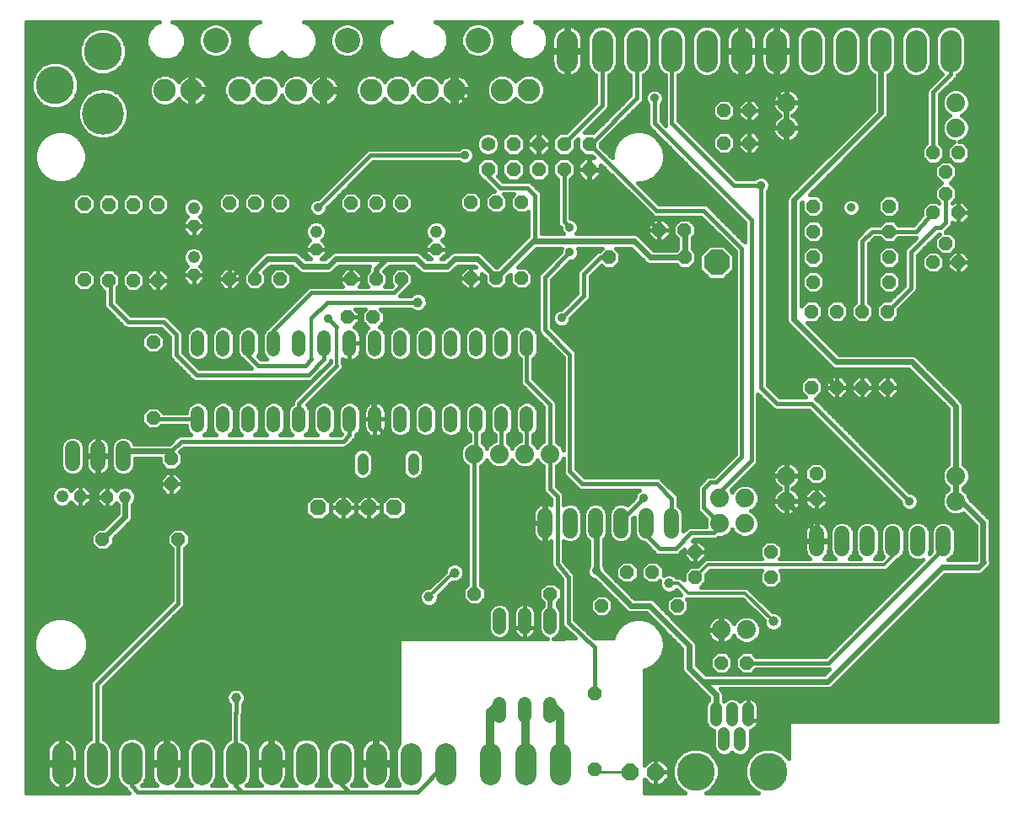
<source format=gbl>
G75*
%MOIN*%
%OFA0B0*%
%FSLAX24Y24*%
%IPPOS*%
%LPD*%
%AMOC8*
5,1,8,0,0,1.08239X$1,22.5*
%
%ADD10C,0.0520*%
%ADD11OC8,0.0520*%
%ADD12C,0.0440*%
%ADD13OC8,0.0630*%
%ADD14OC8,0.1000*%
%ADD15C,0.1500*%
%ADD16C,0.0476*%
%ADD17C,0.1000*%
%ADD18C,0.0886*%
%ADD19OC8,0.0480*%
%ADD20C,0.0480*%
%ADD21C,0.1660*%
%ADD22C,0.1502*%
%ADD23C,0.0600*%
%ADD24C,0.0560*%
%ADD25OC8,0.0560*%
%ADD26C,0.0840*%
%ADD27C,0.0740*%
%ADD28OC8,0.0660*%
%ADD29C,0.0220*%
%ADD30C,0.0160*%
%ADD31C,0.0357*%
%ADD32C,0.0120*%
%ADD33C,0.0396*%
%ADD34C,0.0200*%
%ADD35C,0.0320*%
%ADD36C,0.0100*%
D10*
X007430Y015974D02*
X007430Y016494D01*
X008430Y016494D02*
X008430Y015974D01*
X009430Y015974D02*
X009430Y016494D01*
X010430Y016494D02*
X010430Y015974D01*
X011430Y015974D02*
X011430Y016494D01*
X012430Y016494D02*
X012430Y015974D01*
X013430Y015974D02*
X013430Y016494D01*
X014430Y016494D02*
X014430Y015974D01*
X015430Y015974D02*
X015430Y016494D01*
X016430Y016494D02*
X016430Y015974D01*
X017430Y015974D02*
X017430Y016494D01*
X018430Y016494D02*
X018430Y015974D01*
X019430Y015974D02*
X019430Y016494D01*
X020430Y016494D02*
X020430Y015974D01*
X020430Y018974D02*
X020430Y019494D01*
X019430Y019494D02*
X019430Y018974D01*
X018430Y018974D02*
X018430Y019494D01*
X017430Y019494D02*
X017430Y018974D01*
X016430Y018974D02*
X016430Y019494D01*
X015430Y019494D02*
X015430Y018974D01*
X014430Y018974D02*
X014430Y019494D01*
X013430Y019494D02*
X013430Y018974D01*
X012430Y018974D02*
X012430Y019494D01*
X011430Y019494D02*
X011430Y018974D01*
X010430Y018974D02*
X010430Y019494D01*
X009430Y019494D02*
X009430Y018974D01*
X008430Y018974D02*
X008430Y019494D01*
X007430Y019494D02*
X007430Y018974D01*
X019357Y008516D02*
X019357Y007996D01*
X020357Y007996D02*
X020357Y008516D01*
X021357Y008516D02*
X021357Y007996D01*
X021357Y004996D02*
X021357Y004476D01*
X020357Y004476D02*
X020357Y004996D01*
X019357Y004996D02*
X019357Y004476D01*
D11*
X023107Y005395D03*
X023107Y002395D03*
X028125Y006594D03*
X029125Y006594D03*
X026385Y008858D03*
X027075Y009982D03*
X027075Y010991D03*
X025396Y010180D03*
X024396Y010180D03*
X023385Y008858D03*
X021365Y009324D03*
X018365Y009324D03*
X030075Y009982D03*
X030075Y010991D03*
X031873Y013083D03*
X031873Y014083D03*
X031690Y017498D03*
X032690Y017498D03*
X033690Y017498D03*
X034690Y017498D03*
X034690Y020498D03*
X033690Y020498D03*
X032690Y020498D03*
X031690Y020498D03*
X031753Y021667D03*
X031751Y022638D03*
X031753Y023667D03*
X031753Y024667D03*
X034753Y024667D03*
X034753Y023667D03*
X034751Y022638D03*
X034753Y021667D03*
X036491Y022441D03*
X036991Y023191D03*
X037491Y022441D03*
X037491Y024409D03*
X036991Y025159D03*
X036491Y024409D03*
X036991Y026022D03*
X036491Y026772D03*
X037491Y026772D03*
X029223Y027165D03*
X028223Y027165D03*
X028223Y028445D03*
X029223Y028445D03*
X026664Y023720D03*
X025664Y023720D03*
X026680Y022638D03*
X023680Y022638D03*
X020225Y021809D03*
X019225Y021809D03*
X018225Y021809D03*
X015480Y021784D03*
X014480Y021784D03*
X013480Y021784D03*
X013361Y020276D03*
X014361Y020276D03*
X010680Y021784D03*
X009680Y021784D03*
X008680Y021784D03*
X005845Y021733D03*
X004877Y021733D03*
X003908Y021733D03*
X002936Y021750D03*
X005667Y019284D03*
X005667Y016284D03*
X006381Y014669D03*
X006381Y013669D03*
X006660Y011484D03*
X003660Y011484D03*
X003908Y024733D03*
X002936Y024750D03*
X004877Y024733D03*
X005845Y024733D03*
X008680Y024784D03*
X009680Y024784D03*
X010680Y024784D03*
X013480Y024784D03*
X014480Y024784D03*
X015480Y024784D03*
X018225Y024809D03*
X019225Y024809D03*
X020225Y024809D03*
D12*
X015934Y014696D02*
X015934Y014256D01*
X013934Y014256D02*
X013934Y014696D01*
D13*
X014180Y012734D03*
X013180Y012734D03*
X012180Y012734D03*
X015180Y012734D03*
D14*
X027936Y022441D03*
D15*
X027110Y002299D03*
X029984Y002299D03*
D16*
X028862Y003339D02*
X028862Y003815D01*
X028547Y004327D02*
X028547Y004802D01*
X027917Y004802D02*
X027917Y004327D01*
X028232Y003815D02*
X028232Y003339D01*
X029177Y004327D02*
X029177Y004802D01*
D17*
X018512Y031231D03*
X013341Y031221D03*
X008141Y031221D03*
D18*
X009086Y029253D03*
X010149Y029253D03*
X011333Y029253D03*
X012396Y029253D03*
X014286Y029253D03*
X015349Y029253D03*
X016504Y029262D03*
X017567Y029262D03*
X019457Y029262D03*
X020520Y029262D03*
X007196Y029253D03*
X006133Y029253D03*
D19*
X007267Y023885D03*
X007267Y021943D03*
X012100Y022959D03*
X016850Y022959D03*
X003864Y013160D03*
X002781Y013182D03*
D20*
X002081Y013182D03*
X004564Y013160D03*
X007267Y022643D03*
X007267Y024585D03*
X012100Y023659D03*
X016850Y023659D03*
D21*
X003680Y028330D03*
D22*
X001790Y029452D03*
X003680Y030791D03*
D23*
X003480Y015084D02*
X003480Y014484D01*
X002480Y014484D02*
X002480Y015084D01*
X004480Y015084D02*
X004480Y014484D01*
X021149Y012427D02*
X021149Y011827D01*
X022149Y011827D02*
X022149Y012427D01*
X023149Y012427D02*
X023149Y011827D01*
X024149Y011827D02*
X024149Y012427D01*
X025149Y012427D02*
X025149Y011827D01*
X026149Y011827D02*
X026149Y012427D01*
X031893Y011717D02*
X031893Y011117D01*
X032893Y011117D02*
X032893Y011717D01*
X033893Y011717D02*
X033893Y011117D01*
X034893Y011117D02*
X034893Y011717D01*
X035893Y011717D02*
X035893Y011117D01*
X036893Y011117D02*
X036893Y011717D01*
D24*
X018902Y027118D03*
D25*
X018902Y026118D03*
X019902Y026118D03*
X020902Y026118D03*
X020902Y027118D03*
X019902Y027118D03*
X021902Y027118D03*
X022902Y027118D03*
X022902Y026118D03*
X021902Y026118D03*
D26*
X022030Y030387D02*
X022030Y031227D01*
X023408Y031227D02*
X023408Y030387D01*
X024786Y030387D02*
X024786Y031227D01*
X026164Y031227D02*
X026164Y030387D01*
X027542Y030387D02*
X027542Y031227D01*
X028920Y031227D02*
X028920Y030387D01*
X030298Y030387D02*
X030298Y031227D01*
X031676Y031227D02*
X031676Y030387D01*
X033054Y030387D02*
X033054Y031227D01*
X034432Y031227D02*
X034432Y030387D01*
X035810Y030387D02*
X035810Y031227D01*
X037188Y031227D02*
X037188Y030387D01*
X021755Y003030D02*
X021755Y002190D01*
X020377Y002190D02*
X020377Y003030D01*
X018999Y003030D02*
X018999Y002190D01*
X017227Y002190D02*
X017227Y003030D01*
X015849Y003030D02*
X015849Y002190D01*
X014471Y002190D02*
X014471Y003030D01*
X013093Y003030D02*
X013093Y002190D01*
X011715Y002190D02*
X011715Y003030D01*
X010337Y003030D02*
X010337Y002190D01*
X008960Y002198D02*
X008960Y003038D01*
X007582Y003038D02*
X007582Y002198D01*
X006204Y002198D02*
X006204Y003038D01*
X004826Y003038D02*
X004826Y002198D01*
X003448Y002198D02*
X003448Y003038D01*
X002070Y003038D02*
X002070Y002198D01*
D27*
X018357Y014862D03*
X019357Y014862D03*
X020357Y014862D03*
X021341Y014862D03*
X028055Y013109D03*
X028055Y012109D03*
X029055Y012109D03*
X029055Y013109D03*
X030692Y012992D03*
X030692Y013992D03*
X029119Y007905D03*
X028119Y007905D03*
X037385Y012992D03*
X037385Y013992D03*
X037385Y027756D03*
X037385Y028756D03*
X030692Y028756D03*
X030692Y027756D03*
D28*
X025532Y002269D03*
X024532Y002269D03*
D29*
X027917Y004327D02*
X027917Y005334D01*
X027392Y005859D01*
X026853Y006398D01*
X026853Y007283D01*
X025278Y008858D01*
X024556Y008858D01*
X023180Y010234D01*
X023180Y012096D01*
X027392Y005859D02*
X032319Y005859D01*
X036844Y010384D01*
X038280Y010384D01*
X038480Y010584D01*
X038460Y010604D01*
X038460Y012144D01*
X037612Y012992D01*
X037385Y012992D01*
X037385Y013992D01*
X037385Y016760D01*
X035640Y018504D01*
X032660Y018504D01*
X030987Y020177D01*
X030987Y024902D01*
X034432Y028346D01*
X034432Y030807D01*
X030692Y028756D02*
X030692Y027756D01*
X030692Y026476D01*
X030397Y026181D01*
X030397Y019815D01*
X030692Y019520D01*
X030680Y019508D02*
X032690Y017498D01*
X030692Y012992D02*
X031893Y011791D01*
X026680Y022638D02*
X025326Y022638D01*
X024680Y023284D01*
X020680Y023284D01*
X020580Y023184D01*
X020680Y023284D02*
X020723Y023327D01*
X020751Y023335D02*
X019225Y021809D01*
X019225Y021839D01*
X018480Y022584D01*
X017580Y022584D01*
X017280Y022284D01*
X016380Y022284D01*
X016080Y022584D01*
X014880Y022584D01*
X014480Y022184D01*
X014480Y022034D01*
X014880Y022584D02*
X012880Y022584D01*
X012580Y022284D01*
X011580Y022284D01*
X011280Y022584D01*
X010180Y022584D01*
X009680Y022084D01*
X009680Y021784D01*
X006381Y014969D02*
X004664Y014969D01*
X004480Y014784D01*
X004564Y013160D02*
X004564Y012389D01*
X003660Y011484D01*
X003780Y011484D01*
X026680Y022638D02*
X026680Y023705D01*
X030692Y028756D02*
X030298Y029150D01*
X030298Y030807D01*
D30*
X000660Y031961D02*
X000660Y001464D01*
X004707Y001464D01*
X004585Y001587D01*
X004554Y001661D01*
X004486Y001689D01*
X004317Y001858D01*
X004226Y002079D01*
X004226Y003157D01*
X004317Y003378D01*
X004486Y003547D01*
X004706Y003638D01*
X004945Y003638D01*
X005166Y003547D01*
X005334Y003378D01*
X005426Y003157D01*
X005426Y002079D01*
X005334Y001858D01*
X005220Y001744D01*
X005809Y001744D01*
X005746Y001807D01*
X005690Y001884D01*
X005648Y001968D01*
X005618Y002058D01*
X005604Y002151D01*
X005604Y002558D01*
X006144Y002558D01*
X006144Y002678D01*
X006144Y003636D01*
X006063Y003623D01*
X005973Y003594D01*
X005889Y003551D01*
X005813Y003496D01*
X005746Y003429D01*
X005690Y003353D01*
X005648Y003268D01*
X005618Y003179D01*
X005604Y003085D01*
X005604Y002678D01*
X006144Y002678D01*
X006264Y002678D01*
X006804Y002678D01*
X006804Y003085D01*
X006789Y003179D01*
X006760Y003268D01*
X006717Y003353D01*
X006661Y003429D01*
X006594Y003496D01*
X006518Y003551D01*
X006434Y003594D01*
X006344Y003623D01*
X006264Y003636D01*
X006264Y002678D01*
X006264Y002558D01*
X006804Y002558D01*
X006804Y002151D01*
X006789Y002058D01*
X006760Y001968D01*
X006717Y001884D01*
X006661Y001807D01*
X006598Y001744D01*
X007187Y001744D01*
X007073Y001858D01*
X006982Y002079D01*
X006982Y003157D01*
X007073Y003378D01*
X007242Y003547D01*
X007462Y003638D01*
X007701Y003638D01*
X007921Y003547D01*
X008090Y003378D01*
X008182Y003157D01*
X008182Y002079D01*
X008090Y001858D01*
X007976Y001744D01*
X008565Y001744D01*
X008451Y001858D01*
X008360Y002079D01*
X008360Y003157D01*
X008451Y003378D01*
X008620Y003547D01*
X008670Y003568D01*
X008670Y004661D01*
X008680Y004685D01*
X008680Y004942D01*
X008619Y005002D01*
X008562Y005141D01*
X008562Y005292D01*
X008619Y005431D01*
X008726Y005537D01*
X008865Y005595D01*
X009015Y005595D01*
X009154Y005537D01*
X009260Y005431D01*
X009318Y005292D01*
X009318Y005141D01*
X009260Y005002D01*
X009200Y004942D01*
X009200Y004567D01*
X009190Y004544D01*
X009190Y003592D01*
X009299Y003547D01*
X009468Y003378D01*
X009560Y003157D01*
X009560Y002079D01*
X009468Y001858D01*
X009354Y001744D01*
X009935Y001744D01*
X009880Y001799D01*
X009824Y001876D01*
X009781Y001960D01*
X009752Y002050D01*
X009737Y002143D01*
X009737Y002550D01*
X010277Y002550D01*
X010277Y002670D01*
X009737Y002670D01*
X009737Y003077D01*
X009752Y003171D01*
X009781Y003261D01*
X009824Y003345D01*
X009880Y003421D01*
X009947Y003488D01*
X010023Y003543D01*
X010107Y003586D01*
X010197Y003615D01*
X010277Y003628D01*
X010277Y002670D01*
X010397Y002670D01*
X010397Y003628D01*
X010478Y003615D01*
X010568Y003586D01*
X010652Y003543D01*
X010728Y003488D01*
X010795Y003421D01*
X010851Y003345D01*
X010894Y003261D01*
X010923Y003171D01*
X010937Y003077D01*
X010937Y002670D01*
X010397Y002670D01*
X010397Y002550D01*
X010937Y002550D01*
X010937Y002143D01*
X010923Y002050D01*
X010894Y001960D01*
X010851Y001876D01*
X010795Y001799D01*
X010740Y001744D01*
X011313Y001744D01*
X011207Y001850D01*
X011115Y002071D01*
X011115Y003150D01*
X011207Y003370D01*
X011376Y003539D01*
X011596Y003630D01*
X011835Y003630D01*
X012055Y003539D01*
X012224Y003370D01*
X012315Y003150D01*
X012315Y002071D01*
X012224Y001850D01*
X012118Y001744D01*
X012691Y001744D01*
X012585Y001850D01*
X012493Y002071D01*
X012493Y003150D01*
X012585Y003370D01*
X012754Y003539D01*
X012974Y003630D01*
X013213Y003630D01*
X013433Y003539D01*
X013602Y003370D01*
X013693Y003150D01*
X013693Y002071D01*
X013602Y001850D01*
X013517Y001765D01*
X013538Y001744D01*
X014069Y001744D01*
X014014Y001799D01*
X013958Y001876D01*
X013915Y001960D01*
X013886Y002050D01*
X013871Y002143D01*
X013871Y002550D01*
X014411Y002550D01*
X014411Y002670D01*
X013871Y002670D01*
X013871Y003077D01*
X013886Y003171D01*
X013915Y003261D01*
X013958Y003345D01*
X014014Y003421D01*
X014080Y003488D01*
X014157Y003543D01*
X014241Y003586D01*
X014331Y003615D01*
X014411Y003628D01*
X014411Y002670D01*
X014531Y002670D01*
X014531Y003628D01*
X014612Y003615D01*
X014702Y003586D01*
X014786Y003543D01*
X014862Y003488D01*
X014929Y003421D01*
X014985Y003345D01*
X015027Y003261D01*
X015057Y003171D01*
X015071Y003077D01*
X015071Y002670D01*
X014531Y002670D01*
X014531Y002550D01*
X015071Y002550D01*
X015071Y002143D01*
X015057Y002050D01*
X015027Y001960D01*
X014985Y001876D01*
X014929Y001799D01*
X014874Y001744D01*
X015380Y001744D01*
X015380Y001811D01*
X015341Y001850D01*
X015249Y002071D01*
X015249Y003150D01*
X015341Y003370D01*
X015380Y003409D01*
X015380Y007534D01*
X020300Y007560D01*
X020254Y007567D01*
X020188Y007588D01*
X020127Y007620D01*
X020071Y007660D01*
X020022Y007709D01*
X019981Y007765D01*
X019949Y007827D01*
X019928Y007893D01*
X019917Y007961D01*
X019917Y007996D01*
X020357Y007996D01*
X020357Y007996D01*
X019917Y007996D01*
X019917Y008551D01*
X019928Y008619D01*
X019949Y008685D01*
X019981Y008747D01*
X020022Y008803D01*
X020071Y008852D01*
X020127Y008892D01*
X020188Y008924D01*
X020254Y008945D01*
X020323Y008956D01*
X020357Y008956D01*
X020357Y007996D01*
X020357Y007996D01*
X020357Y007560D01*
X020357Y007560D01*
X020357Y007996D01*
X020357Y007996D01*
X020357Y007972D01*
X020357Y007958D02*
X020357Y007958D01*
X020357Y007996D02*
X020357Y007996D01*
X020357Y008956D01*
X020392Y008956D01*
X020460Y008945D01*
X020526Y008924D01*
X020588Y008892D01*
X020644Y008852D01*
X020693Y008803D01*
X020733Y008747D01*
X020765Y008685D01*
X020786Y008619D01*
X020797Y008551D01*
X020797Y007996D01*
X020357Y007996D01*
X020797Y007996D01*
X020797Y007961D01*
X020786Y007893D01*
X020765Y007827D01*
X020733Y007765D01*
X020693Y007709D01*
X020644Y007660D01*
X020588Y007620D01*
X020526Y007588D01*
X020460Y007567D01*
X020418Y007560D01*
X021249Y007565D01*
X021108Y007623D01*
X020984Y007747D01*
X020917Y007909D01*
X020917Y008604D01*
X020984Y008765D01*
X021077Y008858D01*
X021077Y008989D01*
X020925Y009142D01*
X020925Y009506D01*
X021183Y009764D01*
X021547Y009764D01*
X021805Y009506D01*
X021805Y009142D01*
X021637Y008974D01*
X021637Y008858D01*
X021730Y008765D01*
X021797Y008604D01*
X021797Y007909D01*
X021730Y007747D01*
X021606Y007623D01*
X021468Y007566D01*
X022342Y007570D01*
X021924Y007968D01*
X021921Y007969D01*
X021886Y008004D01*
X021851Y008037D01*
X021850Y008040D01*
X021847Y008042D01*
X021829Y008087D01*
X021809Y008132D01*
X021809Y008135D01*
X021808Y008138D01*
X021808Y008187D01*
X021807Y008235D01*
X021808Y008238D01*
X021808Y009908D01*
X021443Y010357D01*
X021416Y010384D01*
X021411Y010397D01*
X021402Y010408D01*
X021391Y010444D01*
X021377Y010480D01*
X021377Y010494D01*
X021373Y010507D01*
X021377Y010545D01*
X021377Y011404D01*
X021334Y011382D01*
X021262Y011359D01*
X021187Y011347D01*
X021169Y011347D01*
X021169Y012107D01*
X021129Y012107D01*
X020669Y012107D01*
X020669Y011789D01*
X020681Y011715D01*
X020705Y011643D01*
X020739Y011575D01*
X020783Y011514D01*
X020837Y011461D01*
X020898Y011416D01*
X020965Y011382D01*
X021037Y011359D01*
X021112Y011347D01*
X021129Y011347D01*
X021129Y012107D01*
X021129Y012147D01*
X020669Y012147D01*
X020669Y012465D01*
X020681Y012539D01*
X020705Y012611D01*
X020739Y012679D01*
X020783Y012740D01*
X020837Y012793D01*
X020898Y012838D01*
X020965Y012872D01*
X018617Y012872D01*
X018617Y013030D02*
X021377Y013030D01*
X021377Y013081D02*
X021377Y012850D01*
X021334Y012872D01*
X021377Y012872D01*
X021334Y012872D02*
X021262Y012895D01*
X021187Y012907D01*
X021169Y012907D01*
X021169Y012147D01*
X021129Y012147D01*
X021129Y012907D01*
X021112Y012907D01*
X021037Y012895D01*
X020965Y012872D01*
X021129Y012872D02*
X021169Y012872D01*
X021169Y012713D02*
X021129Y012713D01*
X021129Y012555D02*
X021169Y012555D01*
X021169Y012396D02*
X021129Y012396D01*
X021129Y012238D02*
X021169Y012238D01*
X021149Y012127D02*
X021180Y012096D01*
X021169Y012079D02*
X021129Y012079D01*
X021129Y011921D02*
X021169Y011921D01*
X021169Y011762D02*
X021129Y011762D01*
X021129Y011604D02*
X021169Y011604D01*
X021169Y011445D02*
X021129Y011445D01*
X020858Y011445D02*
X018617Y011445D01*
X018617Y011287D02*
X021377Y011287D01*
X021377Y011128D02*
X018617Y011128D01*
X018617Y010970D02*
X021377Y010970D01*
X021377Y010811D02*
X018617Y010811D01*
X018617Y010653D02*
X021377Y010653D01*
X021377Y010494D02*
X018617Y010494D01*
X018617Y010336D02*
X021461Y010336D01*
X021589Y010177D02*
X018617Y010177D01*
X018617Y010019D02*
X021718Y010019D01*
X021808Y009860D02*
X018617Y009860D01*
X018617Y009702D02*
X021121Y009702D01*
X020962Y009543D02*
X018768Y009543D01*
X018805Y009506D02*
X018617Y009694D01*
X018617Y014375D01*
X018669Y014396D01*
X018823Y014551D01*
X018857Y014632D01*
X018891Y014551D01*
X019046Y014396D01*
X019248Y014312D01*
X019467Y014312D01*
X019669Y014396D01*
X019823Y014551D01*
X019857Y014632D01*
X019891Y014551D01*
X020046Y014396D01*
X020248Y014312D01*
X020467Y014312D01*
X020669Y014396D01*
X020823Y014551D01*
X020849Y014613D01*
X020875Y014551D01*
X021030Y014396D01*
X021081Y014375D01*
X021081Y013433D01*
X021121Y013337D01*
X021377Y013081D01*
X021269Y013189D02*
X018617Y013189D01*
X018617Y013347D02*
X021117Y013347D01*
X021081Y013506D02*
X018617Y013506D01*
X018617Y013664D02*
X021081Y013664D01*
X021081Y013823D02*
X018617Y013823D01*
X018617Y013981D02*
X021081Y013981D01*
X021081Y014140D02*
X018617Y014140D01*
X018617Y014298D02*
X021081Y014298D01*
X020969Y014457D02*
X020730Y014457D01*
X020357Y014862D02*
X020430Y014935D01*
X020430Y016234D01*
X020870Y016200D02*
X021081Y016200D01*
X021081Y016042D02*
X020870Y016042D01*
X020870Y015887D02*
X020870Y016582D01*
X020803Y016743D01*
X020679Y016867D01*
X020518Y016934D01*
X020342Y016934D01*
X020181Y016867D01*
X020057Y016743D01*
X019990Y016582D01*
X019990Y015887D01*
X020057Y015725D01*
X020170Y015612D01*
X020170Y015380D01*
X020046Y015328D01*
X019891Y015174D01*
X019857Y015092D01*
X019823Y015174D01*
X019690Y015307D01*
X019690Y015612D01*
X019803Y015725D01*
X019870Y015887D01*
X019870Y016582D01*
X019803Y016743D01*
X019679Y016867D01*
X019518Y016934D01*
X019342Y016934D01*
X019181Y016867D01*
X019057Y016743D01*
X018990Y016582D01*
X018990Y015887D01*
X019057Y015725D01*
X019170Y015612D01*
X019170Y015380D01*
X019046Y015328D01*
X018891Y015174D01*
X018857Y015092D01*
X018823Y015174D01*
X018690Y015307D01*
X018690Y015612D01*
X018803Y015725D01*
X018870Y015887D01*
X018870Y016582D01*
X018803Y016743D01*
X018679Y016867D01*
X018518Y016934D01*
X018342Y016934D01*
X018181Y016867D01*
X018057Y016743D01*
X017990Y016582D01*
X017990Y015887D01*
X018057Y015725D01*
X018170Y015612D01*
X018170Y015380D01*
X018046Y015328D01*
X017891Y015174D01*
X017807Y014972D01*
X017807Y014753D01*
X017891Y014551D01*
X018046Y014396D01*
X018097Y014375D01*
X018097Y009678D01*
X017925Y009506D01*
X017925Y009142D01*
X018183Y008884D01*
X018547Y008884D01*
X018805Y009142D01*
X018805Y009506D01*
X018805Y009385D02*
X020925Y009385D01*
X020925Y009226D02*
X018805Y009226D01*
X018731Y009068D02*
X020999Y009068D01*
X021077Y008909D02*
X020555Y008909D01*
X020357Y008909D02*
X020357Y008909D01*
X020357Y008751D02*
X020357Y008751D01*
X020357Y008592D02*
X020357Y008592D01*
X020357Y008434D02*
X020357Y008434D01*
X020357Y008275D02*
X020357Y008275D01*
X020357Y008117D02*
X020357Y008117D01*
X020357Y007800D02*
X020357Y007800D01*
X020357Y007641D02*
X020357Y007641D01*
X020097Y007641D02*
X019625Y007641D01*
X019606Y007623D02*
X019730Y007747D01*
X019797Y007909D01*
X019797Y008604D01*
X019730Y008765D01*
X019606Y008889D01*
X019445Y008956D01*
X019270Y008956D01*
X019108Y008889D01*
X018984Y008765D01*
X018917Y008604D01*
X018917Y007909D01*
X018984Y007747D01*
X019108Y007623D01*
X019270Y007556D01*
X019445Y007556D01*
X019606Y007623D01*
X019752Y007800D02*
X019963Y007800D01*
X019918Y007958D02*
X019797Y007958D01*
X019797Y008117D02*
X019917Y008117D01*
X019917Y008275D02*
X019797Y008275D01*
X019797Y008434D02*
X019917Y008434D01*
X019924Y008592D02*
X019797Y008592D01*
X019736Y008751D02*
X019984Y008751D01*
X020160Y008909D02*
X019558Y008909D01*
X019157Y008909D02*
X018573Y008909D01*
X018157Y008909D02*
X016800Y008909D01*
X016774Y008884D02*
X016881Y008990D01*
X016938Y009129D01*
X016938Y009243D01*
X017488Y009793D01*
X017505Y009786D01*
X017655Y009786D01*
X017794Y009844D01*
X017901Y009950D01*
X017958Y010089D01*
X017958Y010239D01*
X017901Y010378D01*
X017794Y010485D01*
X017655Y010542D01*
X017505Y010542D01*
X017366Y010485D01*
X017259Y010378D01*
X017202Y010239D01*
X017202Y010186D01*
X016599Y009582D01*
X016485Y009582D01*
X016346Y009525D01*
X016239Y009418D01*
X016182Y009279D01*
X016182Y009129D01*
X016239Y008990D01*
X016346Y008884D01*
X016485Y008826D01*
X016635Y008826D01*
X016774Y008884D01*
X016913Y009068D02*
X017999Y009068D01*
X017925Y009226D02*
X016938Y009226D01*
X017080Y009385D02*
X017925Y009385D01*
X017962Y009543D02*
X017238Y009543D01*
X017397Y009702D02*
X018097Y009702D01*
X018097Y009860D02*
X017811Y009860D01*
X017929Y010019D02*
X018097Y010019D01*
X018097Y010177D02*
X017958Y010177D01*
X017918Y010336D02*
X018097Y010336D01*
X018097Y010494D02*
X017771Y010494D01*
X018097Y010653D02*
X006920Y010653D01*
X006920Y010811D02*
X018097Y010811D01*
X018097Y010970D02*
X006920Y010970D01*
X006920Y011122D02*
X007100Y011302D01*
X007100Y011667D01*
X006842Y011924D01*
X006478Y011924D01*
X006220Y011667D01*
X006220Y011302D01*
X006400Y011122D01*
X006400Y009072D01*
X003227Y005899D01*
X003188Y005804D01*
X003188Y003580D01*
X003108Y003547D01*
X002939Y003378D01*
X002848Y003157D01*
X002848Y002079D01*
X002939Y001858D01*
X003108Y001689D01*
X003328Y001598D01*
X003567Y001598D01*
X003788Y001689D01*
X003956Y001858D01*
X004048Y002079D01*
X004048Y003157D01*
X003956Y003378D01*
X003788Y003547D01*
X003708Y003580D01*
X003708Y005644D01*
X006807Y008744D01*
X006880Y008817D01*
X006920Y008913D01*
X006920Y011122D01*
X006926Y011128D02*
X018097Y011128D01*
X018097Y011287D02*
X007085Y011287D01*
X007100Y011445D02*
X018097Y011445D01*
X018097Y011604D02*
X007100Y011604D01*
X007004Y011762D02*
X018097Y011762D01*
X018097Y011921D02*
X006846Y011921D01*
X006474Y011921D02*
X004507Y011921D01*
X004665Y012079D02*
X018097Y012079D01*
X018097Y012238D02*
X004816Y012238D01*
X004810Y012224D02*
X004854Y012331D01*
X004854Y012856D01*
X004920Y012922D01*
X004984Y013076D01*
X004984Y013243D01*
X004920Y013398D01*
X004802Y013516D01*
X004648Y013580D01*
X004481Y013580D01*
X004326Y013516D01*
X004214Y013404D01*
X004038Y013580D01*
X003864Y013580D01*
X003690Y013580D01*
X003444Y013334D01*
X003444Y013160D01*
X003864Y013160D01*
X003864Y013160D01*
X003864Y013580D01*
X003864Y013160D01*
X003864Y013160D01*
X003444Y013160D01*
X003444Y012986D01*
X003690Y012740D01*
X003864Y012740D01*
X003864Y013160D01*
X003864Y013160D01*
X003864Y012740D01*
X004038Y012740D01*
X004214Y012916D01*
X004274Y012856D01*
X004274Y012509D01*
X003690Y011924D01*
X003478Y011924D01*
X003220Y011667D01*
X003220Y011302D01*
X003478Y011044D01*
X003842Y011044D01*
X004100Y011302D01*
X004100Y011514D01*
X004810Y012224D01*
X004854Y012396D02*
X011818Y012396D01*
X011685Y012529D02*
X011975Y012239D01*
X012385Y012239D01*
X012675Y012529D01*
X012675Y012939D01*
X012385Y013229D01*
X011975Y013229D01*
X011685Y012939D01*
X011685Y012529D01*
X011685Y012555D02*
X004854Y012555D01*
X004854Y012713D02*
X011685Y012713D01*
X011685Y012872D02*
X004870Y012872D01*
X004965Y013030D02*
X011776Y013030D01*
X011934Y013189D02*
X004984Y013189D01*
X004941Y013347D02*
X006080Y013347D01*
X006199Y013229D02*
X005941Y013486D01*
X005941Y013668D01*
X006381Y013668D01*
X006381Y013229D01*
X006563Y013229D01*
X006821Y013486D01*
X006821Y013668D01*
X006381Y013668D01*
X006381Y013668D01*
X006381Y013669D01*
X006381Y013669D01*
X006381Y014109D01*
X006563Y014109D01*
X006821Y013851D01*
X006821Y013669D01*
X006381Y013669D01*
X006381Y014109D01*
X006199Y014109D01*
X005941Y013851D01*
X005941Y013669D01*
X006381Y013669D01*
X006381Y013668D01*
X006381Y013229D01*
X006199Y013229D01*
X006381Y013347D02*
X006381Y013347D01*
X006381Y013506D02*
X006381Y013506D01*
X006381Y013664D02*
X006381Y013664D01*
X006381Y013823D02*
X006381Y013823D01*
X006381Y013981D02*
X006381Y013981D01*
X006199Y014229D02*
X006563Y014229D01*
X006821Y014486D01*
X006821Y014851D01*
X006726Y014946D01*
X006879Y015099D01*
X013232Y015099D01*
X013327Y015139D01*
X013400Y015212D01*
X013650Y015462D01*
X013690Y015558D01*
X013690Y015612D01*
X013803Y015725D01*
X013870Y015887D01*
X013870Y016582D01*
X013803Y016743D01*
X013679Y016867D01*
X013518Y016934D01*
X013342Y016934D01*
X013181Y016867D01*
X013057Y016743D01*
X012990Y016582D01*
X012990Y015887D01*
X013057Y015725D01*
X013118Y015664D01*
X013072Y015619D01*
X012697Y015619D01*
X012803Y015725D01*
X012870Y015887D01*
X012870Y016582D01*
X012803Y016743D01*
X012679Y016867D01*
X012518Y016934D01*
X012342Y016934D01*
X012181Y016867D01*
X012057Y016743D01*
X011990Y016582D01*
X011990Y015887D01*
X012057Y015725D01*
X012163Y015619D01*
X011697Y015619D01*
X011803Y015725D01*
X011870Y015887D01*
X011870Y016582D01*
X011803Y016743D01*
X011742Y016805D01*
X013146Y018209D01*
X013186Y018305D01*
X013186Y018408D01*
X013166Y018456D01*
X013166Y018622D01*
X013199Y018598D01*
X013261Y018566D01*
X013327Y018545D01*
X013395Y018534D01*
X013430Y018534D01*
X013465Y018534D01*
X013533Y018545D01*
X013599Y018566D01*
X013661Y018598D01*
X013717Y018639D01*
X013766Y018688D01*
X013806Y018744D01*
X013838Y018805D01*
X013859Y018871D01*
X013870Y018940D01*
X013870Y019234D01*
X013430Y019234D01*
X013430Y018534D01*
X013430Y019234D01*
X013430Y019234D01*
X013430Y019234D01*
X013430Y018049D01*
X014353Y017126D01*
X014353Y016129D01*
X014930Y015552D01*
X014930Y014359D01*
X014180Y013609D01*
X014180Y012734D01*
X014180Y012239D01*
X014385Y012239D01*
X014675Y012529D01*
X014675Y012734D01*
X014180Y012734D01*
X014180Y012734D01*
X014180Y012239D01*
X013975Y012239D01*
X013685Y012529D01*
X013685Y012734D01*
X014180Y012734D01*
X014180Y012734D01*
X014180Y012734D01*
X014675Y012734D01*
X014675Y012939D01*
X014385Y013229D01*
X014180Y013229D01*
X014180Y012734D01*
X013685Y012734D01*
X013685Y012939D01*
X013975Y013229D01*
X014180Y013229D01*
X014180Y012734D01*
X014180Y012734D01*
X014180Y012713D02*
X014180Y012713D01*
X014180Y012555D02*
X014180Y012555D01*
X014180Y012396D02*
X014180Y012396D01*
X014542Y012396D02*
X014818Y012396D01*
X014685Y012529D02*
X014975Y012239D01*
X015385Y012239D01*
X015675Y012529D01*
X015675Y012939D01*
X015385Y013229D01*
X014975Y013229D01*
X014685Y012939D01*
X014685Y012529D01*
X014685Y012555D02*
X014675Y012555D01*
X014675Y012713D02*
X014685Y012713D01*
X014675Y012872D02*
X014685Y012872D01*
X014776Y013030D02*
X014584Y013030D01*
X014426Y013189D02*
X014934Y013189D01*
X015426Y013189D02*
X018097Y013189D01*
X018097Y013347D02*
X006682Y013347D01*
X006821Y013506D02*
X018097Y013506D01*
X018097Y013664D02*
X006821Y013664D01*
X006821Y013823D02*
X018097Y013823D01*
X018097Y013981D02*
X016225Y013981D01*
X016273Y014030D02*
X016161Y013917D01*
X016014Y013856D01*
X015854Y013856D01*
X015707Y013917D01*
X015595Y014030D01*
X015534Y014177D01*
X015534Y014776D01*
X015595Y014923D01*
X015707Y015035D01*
X015854Y015096D01*
X016014Y015096D01*
X016161Y015035D01*
X016273Y014923D01*
X016334Y014776D01*
X016334Y014177D01*
X016273Y014030D01*
X016319Y014140D02*
X018097Y014140D01*
X018097Y014298D02*
X016334Y014298D01*
X016334Y014457D02*
X017985Y014457D01*
X017864Y014615D02*
X016334Y014615D01*
X016334Y014774D02*
X017807Y014774D01*
X017807Y014932D02*
X016264Y014932D01*
X016027Y015091D02*
X017857Y015091D01*
X017966Y015249D02*
X013438Y015249D01*
X013596Y015408D02*
X018170Y015408D01*
X018170Y015566D02*
X017595Y015566D01*
X017518Y015534D02*
X017679Y015601D01*
X017803Y015725D01*
X017870Y015887D01*
X017870Y016582D01*
X017803Y016743D01*
X017679Y016867D01*
X017518Y016934D01*
X017342Y016934D01*
X017181Y016867D01*
X017057Y016743D01*
X016990Y016582D01*
X016990Y015887D01*
X017057Y015725D01*
X017181Y015601D01*
X017342Y015534D01*
X017518Y015534D01*
X017265Y015566D02*
X016595Y015566D01*
X016518Y015534D02*
X016679Y015601D01*
X016803Y015725D01*
X016870Y015887D01*
X016870Y016582D01*
X016803Y016743D01*
X016679Y016867D01*
X016518Y016934D01*
X016342Y016934D01*
X016181Y016867D01*
X016057Y016743D01*
X015990Y016582D01*
X015990Y015887D01*
X016057Y015725D01*
X016181Y015601D01*
X016342Y015534D01*
X016518Y015534D01*
X016265Y015566D02*
X015595Y015566D01*
X015518Y015534D02*
X015679Y015601D01*
X015803Y015725D01*
X015870Y015887D01*
X015870Y016582D01*
X015803Y016743D01*
X015679Y016867D01*
X015518Y016934D01*
X015342Y016934D01*
X015181Y016867D01*
X015057Y016743D01*
X014990Y016582D01*
X014990Y015887D01*
X015057Y015725D01*
X015181Y015601D01*
X015342Y015534D01*
X015518Y015534D01*
X015265Y015566D02*
X014598Y015566D01*
X014599Y015566D02*
X014661Y015598D01*
X014717Y015639D01*
X014766Y015688D01*
X014806Y015744D01*
X014838Y015805D01*
X014859Y015871D01*
X014870Y015940D01*
X014870Y016234D01*
X014430Y016234D01*
X014430Y015534D01*
X014465Y015534D01*
X014533Y015545D01*
X014599Y015566D01*
X014430Y015566D02*
X014430Y015566D01*
X014430Y015534D02*
X014430Y016234D01*
X014430Y016234D01*
X014430Y016234D01*
X013990Y016234D01*
X013990Y015940D01*
X014001Y015871D01*
X014022Y015805D01*
X014054Y015744D01*
X014094Y015688D01*
X014143Y015639D01*
X014199Y015598D01*
X014261Y015566D01*
X014327Y015545D01*
X014395Y015534D01*
X014430Y015534D01*
X014262Y015566D02*
X013690Y015566D01*
X013803Y015725D02*
X014067Y015725D01*
X013999Y015883D02*
X013869Y015883D01*
X013870Y016042D02*
X013990Y016042D01*
X013990Y016200D02*
X013870Y016200D01*
X013990Y016234D02*
X013990Y016529D01*
X014001Y016597D01*
X014022Y016663D01*
X014054Y016725D01*
X014094Y016781D01*
X014143Y016830D01*
X014199Y016871D01*
X014261Y016902D01*
X014327Y016923D01*
X014395Y016934D01*
X014430Y016934D01*
X014430Y016234D01*
X014430Y016234D01*
X014353Y016129D01*
X014430Y016200D02*
X014430Y016200D01*
X014430Y016234D02*
X014870Y016234D01*
X014870Y016529D01*
X014859Y016597D01*
X014838Y016663D01*
X014806Y016725D01*
X014766Y016781D01*
X014717Y016830D01*
X014661Y016871D01*
X014599Y016902D01*
X014533Y016923D01*
X014465Y016934D01*
X014430Y016934D01*
X014430Y016234D01*
X013990Y016234D01*
X013990Y016359D02*
X013870Y016359D01*
X013870Y016517D02*
X013990Y016517D01*
X014029Y016676D02*
X013831Y016676D01*
X013712Y016834D02*
X014149Y016834D01*
X014430Y016834D02*
X014430Y016834D01*
X014430Y016676D02*
X014430Y016676D01*
X014430Y016517D02*
X014430Y016517D01*
X014430Y016359D02*
X014430Y016359D01*
X014430Y016234D02*
X014430Y016234D01*
X014430Y016042D02*
X014430Y016042D01*
X014430Y015883D02*
X014430Y015883D01*
X014430Y015725D02*
X014430Y015725D01*
X014793Y015725D02*
X015057Y015725D01*
X014991Y015883D02*
X014861Y015883D01*
X014870Y016042D02*
X014990Y016042D01*
X014990Y016200D02*
X014870Y016200D01*
X014870Y016359D02*
X014990Y016359D01*
X014990Y016517D02*
X014870Y016517D01*
X014831Y016676D02*
X015029Y016676D01*
X015148Y016834D02*
X014711Y016834D01*
X015712Y016834D02*
X016148Y016834D01*
X016029Y016676D02*
X015831Y016676D01*
X015870Y016517D02*
X015990Y016517D01*
X015990Y016359D02*
X015870Y016359D01*
X015870Y016200D02*
X015990Y016200D01*
X015990Y016042D02*
X015870Y016042D01*
X015869Y015883D02*
X015991Y015883D01*
X016057Y015725D02*
X015803Y015725D01*
X015841Y015091D02*
X014027Y015091D01*
X014014Y015096D02*
X013854Y015096D01*
X013707Y015035D01*
X013595Y014923D01*
X013534Y014776D01*
X013534Y014177D01*
X013595Y014030D01*
X013707Y013917D01*
X013854Y013856D01*
X014014Y013856D01*
X014161Y013917D01*
X014273Y014030D01*
X014334Y014177D01*
X014334Y014776D01*
X014273Y014923D01*
X014161Y015035D01*
X014014Y015096D01*
X013841Y015091D02*
X006871Y015091D01*
X006739Y014932D02*
X013604Y014932D01*
X013534Y014774D02*
X006821Y014774D01*
X006821Y014615D02*
X013534Y014615D01*
X013534Y014457D02*
X006791Y014457D01*
X006633Y014298D02*
X013534Y014298D01*
X013549Y014140D02*
X004814Y014140D01*
X004752Y014077D02*
X004887Y014212D01*
X004960Y014389D01*
X004960Y014679D01*
X005941Y014679D01*
X005941Y014486D01*
X006199Y014229D01*
X006129Y014298D02*
X004923Y014298D01*
X004960Y014457D02*
X005970Y014457D01*
X005941Y014615D02*
X004960Y014615D01*
X004752Y014077D02*
X004575Y014004D01*
X004385Y014004D01*
X004208Y014077D01*
X004073Y014212D01*
X004000Y014389D01*
X004000Y015180D01*
X004073Y015356D01*
X004208Y015491D01*
X004385Y015564D01*
X004575Y015564D01*
X004752Y015491D01*
X004887Y015356D01*
X004927Y015259D01*
X006303Y015259D01*
X006551Y015507D01*
X006551Y015507D01*
X006624Y015580D01*
X006720Y015619D01*
X007163Y015619D01*
X007057Y015725D01*
X006990Y015887D01*
X006990Y015974D01*
X005980Y015974D01*
X005850Y015844D01*
X005485Y015844D01*
X005227Y016102D01*
X005227Y016467D01*
X005485Y016724D01*
X005850Y016724D01*
X006080Y016494D01*
X006990Y016494D01*
X006990Y016582D01*
X007057Y016743D01*
X007181Y016867D01*
X007342Y016934D01*
X007518Y016934D01*
X007679Y016867D01*
X007803Y016743D01*
X007870Y016582D01*
X007870Y015887D01*
X007803Y015725D01*
X007697Y015619D01*
X008163Y015619D01*
X008057Y015725D01*
X007990Y015887D01*
X007990Y016582D01*
X008057Y016743D01*
X008181Y016867D01*
X008342Y016934D01*
X008518Y016934D01*
X008679Y016867D01*
X008803Y016743D01*
X008870Y016582D01*
X008870Y015887D01*
X008803Y015725D01*
X008697Y015619D01*
X009163Y015619D01*
X009057Y015725D01*
X008990Y015887D01*
X008990Y016582D01*
X009057Y016743D01*
X009181Y016867D01*
X009342Y016934D01*
X009518Y016934D01*
X009679Y016867D01*
X009803Y016743D01*
X009870Y016582D01*
X009870Y015887D01*
X009803Y015725D01*
X009697Y015619D01*
X010163Y015619D01*
X010057Y015725D01*
X009990Y015887D01*
X009990Y016582D01*
X010057Y016743D01*
X010181Y016867D01*
X010342Y016934D01*
X010518Y016934D01*
X010679Y016867D01*
X010803Y016743D01*
X010870Y016582D01*
X010870Y015887D01*
X010803Y015725D01*
X010697Y015619D01*
X011163Y015619D01*
X011057Y015725D01*
X010990Y015887D01*
X010990Y016582D01*
X011057Y016743D01*
X011170Y016857D01*
X011170Y016912D01*
X011210Y017008D01*
X012686Y018484D01*
X012686Y018548D01*
X012650Y018462D01*
X012577Y018389D01*
X012025Y017837D01*
X011952Y017764D01*
X011857Y017724D01*
X007328Y017724D01*
X007233Y017764D01*
X006433Y018564D01*
X006360Y018637D01*
X006320Y018733D01*
X006320Y019477D01*
X005972Y019824D01*
X004628Y019824D01*
X004533Y019864D01*
X003760Y020637D01*
X003720Y020733D01*
X003720Y021299D01*
X003468Y021550D01*
X003468Y021915D01*
X003726Y022173D01*
X004091Y022173D01*
X004348Y021915D01*
X004348Y021550D01*
X004240Y021442D01*
X004240Y020892D01*
X004788Y020344D01*
X006132Y020344D01*
X006227Y020305D01*
X006300Y020232D01*
X006800Y019732D01*
X006840Y019636D01*
X006840Y018892D01*
X007488Y018244D01*
X009552Y018244D01*
X009210Y018587D01*
X009208Y018590D01*
X009181Y018601D01*
X009057Y018725D01*
X008990Y018887D01*
X008990Y019582D01*
X009057Y019743D01*
X009181Y019867D01*
X009342Y019934D01*
X009518Y019934D01*
X009679Y019867D01*
X009803Y019743D01*
X009870Y019582D01*
X009870Y018887D01*
X009804Y018728D01*
X009913Y018619D01*
X010163Y018619D01*
X010057Y018725D01*
X009990Y018887D01*
X009990Y019582D01*
X010057Y019743D01*
X010181Y019867D01*
X010208Y019879D01*
X010210Y019882D01*
X011710Y021382D01*
X011710Y021382D01*
X011783Y021455D01*
X011878Y021494D01*
X013148Y021494D01*
X013040Y021602D01*
X013040Y021784D01*
X013480Y021784D01*
X013480Y021784D01*
X013480Y021784D01*
X013920Y021784D01*
X013920Y021602D01*
X013812Y021494D01*
X014148Y021494D01*
X014040Y021602D01*
X014040Y021967D01*
X014190Y022117D01*
X014190Y022242D01*
X014212Y022294D01*
X013000Y022294D01*
X012744Y022038D01*
X012638Y021994D01*
X011522Y021994D01*
X011416Y022038D01*
X011334Y022120D01*
X011160Y022294D01*
X010300Y022294D01*
X010046Y022040D01*
X010120Y021967D01*
X010120Y021602D01*
X009862Y021344D01*
X009498Y021344D01*
X009240Y021602D01*
X009240Y021967D01*
X009390Y022117D01*
X009390Y022142D01*
X009434Y022249D01*
X009516Y022330D01*
X009516Y022330D01*
X009934Y022749D01*
X010016Y022830D01*
X010122Y022874D01*
X011338Y022874D01*
X011444Y022830D01*
X011700Y022574D01*
X011891Y022574D01*
X011680Y022785D01*
X011680Y022959D01*
X012100Y022959D01*
X012100Y022959D01*
X011680Y022959D01*
X011680Y023133D01*
X011856Y023309D01*
X011744Y023421D01*
X011680Y023576D01*
X011680Y023743D01*
X011744Y023897D01*
X011862Y024015D01*
X012017Y024079D01*
X012184Y024079D01*
X012338Y024015D01*
X012456Y023897D01*
X012520Y023743D01*
X012520Y023576D01*
X012456Y023421D01*
X012344Y023309D01*
X012520Y023133D01*
X012520Y022959D01*
X012100Y022959D01*
X016850Y022959D01*
X016430Y022959D01*
X016430Y022785D01*
X016641Y022574D01*
X016500Y022574D01*
X016326Y022749D01*
X016244Y022830D01*
X016138Y022874D01*
X012822Y022874D01*
X012716Y022830D01*
X012634Y022749D01*
X012460Y022574D01*
X012309Y022574D01*
X012520Y022785D01*
X012520Y022959D01*
X012100Y022959D01*
X009855Y022959D01*
X008680Y021784D01*
X008680Y021344D01*
X008862Y021344D01*
X009120Y021602D01*
X009120Y021784D01*
X008680Y021784D01*
X008680Y021784D01*
X008680Y021344D01*
X008498Y021344D01*
X008240Y021602D01*
X008240Y021784D01*
X008680Y021784D01*
X008680Y021784D01*
X008680Y021784D01*
X008240Y021784D01*
X008240Y021967D01*
X008498Y022224D01*
X008680Y022224D01*
X008680Y021784D01*
X009120Y021784D01*
X009120Y021967D01*
X008862Y022224D01*
X008680Y022224D01*
X008680Y021784D01*
X008680Y021784D01*
X008680Y021748D02*
X008680Y021748D01*
X008680Y021906D02*
X008680Y021906D01*
X008680Y022065D02*
X008680Y022065D01*
X008680Y022223D02*
X008680Y022223D01*
X008863Y022223D02*
X009424Y022223D01*
X009338Y022065D02*
X009022Y022065D01*
X009120Y021906D02*
X009240Y021906D01*
X009240Y021748D02*
X009120Y021748D01*
X009107Y021589D02*
X009253Y021589D01*
X009411Y021431D02*
X008949Y021431D01*
X008680Y021431D02*
X008680Y021431D01*
X008680Y021589D02*
X008680Y021589D01*
X008411Y021431D02*
X006166Y021431D01*
X006285Y021550D02*
X006028Y021293D01*
X005845Y021293D01*
X005845Y021733D01*
X005845Y021733D01*
X005405Y021733D01*
X005405Y021915D01*
X005663Y022173D01*
X005845Y022173D01*
X005845Y021733D01*
X005845Y021733D01*
X005405Y021733D01*
X005405Y021550D01*
X005663Y021293D01*
X005845Y021293D01*
X005845Y021733D01*
X005845Y022173D01*
X006028Y022173D01*
X006285Y021915D01*
X006285Y021733D01*
X005845Y021733D01*
X005845Y021733D01*
X005845Y021733D01*
X006285Y021733D01*
X006285Y021550D01*
X006285Y021589D02*
X007026Y021589D01*
X007093Y021523D02*
X006847Y021769D01*
X006847Y021943D01*
X007267Y021943D01*
X007687Y021943D01*
X007687Y022117D01*
X007511Y022293D01*
X007623Y022405D01*
X007687Y022559D01*
X007687Y022726D01*
X007623Y022881D01*
X007505Y022999D01*
X007350Y023063D01*
X007183Y023063D01*
X007029Y022999D01*
X006911Y022881D01*
X006847Y022726D01*
X006847Y022559D01*
X006911Y022405D01*
X007023Y022293D01*
X006847Y022117D01*
X006847Y021943D01*
X007267Y021943D01*
X007267Y021943D01*
X007687Y021943D01*
X007687Y021769D01*
X007441Y021523D01*
X007267Y021523D01*
X007267Y021943D01*
X007267Y021943D01*
X007267Y021943D01*
X007267Y021523D01*
X007093Y021523D01*
X007267Y021589D02*
X007267Y021589D01*
X007267Y021748D02*
X007267Y021748D01*
X007267Y021906D02*
X007267Y021906D01*
X007507Y021589D02*
X008253Y021589D01*
X008240Y021748D02*
X007666Y021748D01*
X007687Y021906D02*
X008240Y021906D01*
X008338Y022065D02*
X007687Y022065D01*
X007580Y022223D02*
X008497Y022223D01*
X007679Y022540D02*
X009726Y022540D01*
X009567Y022382D02*
X007600Y022382D01*
X007687Y022699D02*
X009884Y022699D01*
X010081Y022857D02*
X007632Y022857D01*
X007463Y023016D02*
X011680Y023016D01*
X011680Y022857D02*
X011379Y022857D01*
X011576Y022699D02*
X011767Y022699D01*
X012100Y022959D02*
X012100Y022959D01*
X012434Y022699D02*
X012584Y022699D01*
X012520Y022857D02*
X012781Y022857D01*
X012520Y023016D02*
X016430Y023016D01*
X016430Y022959D02*
X016850Y022959D01*
X016850Y022959D01*
X016850Y022959D01*
X017270Y022959D01*
X017270Y022785D01*
X017059Y022574D01*
X017160Y022574D01*
X017416Y022830D01*
X017522Y022874D01*
X018538Y022874D01*
X018644Y022830D01*
X018726Y022749D01*
X019225Y022249D01*
X019255Y022249D01*
X020320Y023314D01*
X020334Y023349D01*
X020491Y023505D01*
X020491Y024452D01*
X020408Y024369D01*
X020043Y024369D01*
X019785Y024627D01*
X019785Y024991D01*
X019928Y025134D01*
X019523Y025134D01*
X019665Y024991D01*
X019665Y024627D01*
X019408Y024369D01*
X019043Y024369D01*
X018785Y024627D01*
X018785Y024991D01*
X019043Y025249D01*
X019150Y025249D01*
X018755Y025644D01*
X018741Y025658D01*
X018712Y025658D01*
X018442Y025928D01*
X018442Y026309D01*
X018712Y026578D01*
X019093Y026578D01*
X019362Y026309D01*
X019362Y025928D01*
X019285Y025850D01*
X019481Y025654D01*
X020507Y025654D01*
X020603Y025614D01*
X020676Y025541D01*
X020971Y025246D01*
X021011Y025150D01*
X021011Y023574D01*
X021867Y023574D01*
X021825Y023616D01*
X021770Y023748D01*
X021770Y023810D01*
X021755Y023825D01*
X021682Y023898D01*
X021642Y023994D01*
X021642Y025728D01*
X021442Y025928D01*
X021442Y026309D01*
X021712Y026578D01*
X022093Y026578D01*
X022362Y026309D01*
X022362Y025928D01*
X022162Y025728D01*
X022162Y024177D01*
X022200Y024177D01*
X022332Y024123D01*
X022433Y024022D01*
X022487Y023890D01*
X022487Y023748D01*
X022433Y023616D01*
X022391Y023574D01*
X024738Y023574D01*
X024844Y023530D01*
X024926Y023449D01*
X025447Y022928D01*
X026348Y022928D01*
X026390Y022970D01*
X026390Y023372D01*
X026224Y023538D01*
X026224Y023903D01*
X026482Y024160D01*
X026847Y024160D01*
X027104Y023903D01*
X027104Y023538D01*
X026970Y023404D01*
X026970Y022970D01*
X027120Y022820D01*
X027120Y022456D01*
X026862Y022198D01*
X026498Y022198D01*
X026348Y022348D01*
X025269Y022348D01*
X025162Y022392D01*
X024560Y022994D01*
X023946Y022994D01*
X024120Y022820D01*
X024120Y022456D01*
X023862Y022198D01*
X023498Y022198D01*
X023379Y022316D01*
X022940Y021877D01*
X022940Y021058D01*
X022900Y020962D01*
X022827Y020889D01*
X022163Y020225D01*
X022163Y020163D01*
X028670Y020163D01*
X028670Y020321D02*
X022260Y020321D01*
X022163Y020163D02*
X022109Y020031D01*
X022008Y019930D01*
X021876Y019876D01*
X021734Y019876D01*
X021602Y019930D01*
X021501Y020031D01*
X021447Y020163D01*
X021405Y020163D01*
X021447Y020163D02*
X021447Y020306D01*
X021501Y020437D01*
X021602Y020538D01*
X021734Y020593D01*
X021796Y020593D01*
X022420Y021217D01*
X022420Y022036D01*
X022460Y022132D01*
X023113Y022785D01*
X023186Y022858D01*
X023282Y022898D01*
X023318Y022898D01*
X023414Y022994D01*
X022451Y022994D01*
X022487Y022906D01*
X022487Y022763D01*
X022433Y022632D01*
X022332Y022531D01*
X022200Y022476D01*
X022138Y022476D01*
X021405Y021743D01*
X021405Y019891D01*
X022349Y018946D01*
X022389Y018851D01*
X022389Y014281D01*
X022729Y013941D01*
X025625Y013941D01*
X025721Y013902D01*
X025794Y013828D01*
X026385Y013238D01*
X026424Y013142D01*
X026424Y012831D01*
X026556Y012699D01*
X026629Y012522D01*
X026629Y011801D01*
X026783Y011955D01*
X026878Y011994D01*
X027507Y011994D01*
X027505Y012000D01*
X027505Y012219D01*
X027526Y012270D01*
X027283Y012514D01*
X027210Y012587D01*
X027170Y012683D01*
X027170Y013536D01*
X027210Y013632D01*
X027460Y013882D01*
X027533Y013955D01*
X027628Y013994D01*
X027822Y013994D01*
X028670Y014842D01*
X028670Y022877D01*
X027322Y024224D01*
X025503Y024224D01*
X025408Y024264D01*
X025335Y024337D01*
X023796Y025876D01*
X023764Y025889D01*
X023362Y026290D01*
X023362Y026128D01*
X022912Y026128D01*
X022892Y026128D01*
X022892Y026108D01*
X022442Y026108D01*
X022442Y025928D01*
X022712Y025658D01*
X022892Y025658D01*
X022892Y026108D01*
X022912Y026108D01*
X022912Y025658D01*
X023093Y025658D01*
X023362Y025928D01*
X023362Y026108D01*
X022912Y026108D01*
X022912Y026128D01*
X022912Y026578D01*
X023075Y026578D01*
X022995Y026658D01*
X022712Y026658D01*
X022442Y026928D01*
X022442Y027308D01*
X022362Y027228D01*
X022362Y026928D01*
X022093Y026658D01*
X021712Y026658D01*
X021442Y026928D01*
X021442Y027309D01*
X021712Y027578D01*
X021977Y027578D01*
X023148Y028749D01*
X023148Y029845D01*
X023068Y029878D01*
X022900Y030047D01*
X022808Y030268D01*
X022808Y031346D01*
X022900Y031567D01*
X023068Y031736D01*
X023289Y031827D01*
X023528Y031827D01*
X023748Y031736D01*
X023917Y031567D01*
X024008Y031346D01*
X024008Y030268D01*
X023917Y030047D01*
X023748Y029878D01*
X023668Y029845D01*
X023668Y028590D01*
X023629Y028494D01*
X023556Y028421D01*
X022712Y027578D01*
X023060Y027578D01*
X024526Y029045D01*
X024526Y029845D01*
X024446Y029878D01*
X024278Y030047D01*
X024186Y030268D01*
X024186Y031346D01*
X024278Y031567D01*
X024446Y031736D01*
X024667Y031827D01*
X024906Y031827D01*
X025126Y031736D01*
X025295Y031567D01*
X025386Y031346D01*
X025386Y030268D01*
X025295Y030047D01*
X025126Y029878D01*
X025046Y029845D01*
X025046Y028885D01*
X025007Y028790D01*
X023362Y027145D01*
X023362Y027026D01*
X023808Y026580D01*
X023808Y026754D01*
X023879Y027016D01*
X024014Y027251D01*
X024206Y027443D01*
X024441Y027579D01*
X024704Y027649D01*
X024975Y027649D01*
X025237Y027579D01*
X025473Y027443D01*
X025665Y027251D01*
X025800Y027016D01*
X025871Y026754D01*
X025871Y026482D01*
X025800Y026220D01*
X025665Y025985D01*
X025473Y025793D01*
X025237Y025657D01*
X024975Y025587D01*
X024820Y025587D01*
X025663Y024744D01*
X027482Y024744D01*
X027577Y024705D01*
X029045Y023237D01*
X029045Y024002D01*
X025328Y027719D01*
X025328Y027719D01*
X025255Y027792D01*
X025215Y027887D01*
X025215Y028690D01*
X025171Y028734D01*
X025117Y028866D01*
X025117Y029008D01*
X025171Y029140D01*
X025272Y029241D01*
X025404Y029295D01*
X025547Y029295D01*
X025678Y029241D01*
X025779Y029140D01*
X025834Y029008D01*
X025834Y028866D01*
X025779Y028734D01*
X025735Y028690D01*
X025735Y028047D01*
X025915Y027867D01*
X025904Y027893D01*
X025904Y029845D01*
X025824Y029878D01*
X025656Y030047D01*
X025564Y030268D01*
X025564Y031346D01*
X025656Y031567D01*
X025824Y031736D01*
X026045Y031827D01*
X026284Y031827D01*
X026504Y031736D01*
X026673Y031567D01*
X026764Y031346D01*
X026764Y030268D01*
X026673Y030047D01*
X026504Y029878D01*
X026424Y029845D01*
X026424Y028053D01*
X028733Y025744D01*
X029433Y025744D01*
X029477Y025788D01*
X029609Y025843D01*
X029751Y025843D01*
X029883Y025788D01*
X029984Y025687D01*
X030038Y025556D01*
X030038Y025413D01*
X029984Y025281D01*
X029940Y025237D01*
X029940Y017592D01*
X030413Y017119D01*
X031446Y017119D01*
X031250Y017316D01*
X031250Y017680D01*
X031508Y017938D01*
X031872Y017938D01*
X032130Y017680D01*
X032130Y017316D01*
X031872Y017058D01*
X031849Y017058D01*
X031900Y017007D01*
X035564Y013343D01*
X035626Y013343D01*
X035758Y013288D01*
X035859Y013187D01*
X035913Y013056D01*
X035913Y012913D01*
X035859Y012781D01*
X035758Y012680D01*
X035626Y012626D01*
X035484Y012626D01*
X035352Y012680D01*
X035251Y012781D01*
X035197Y012913D01*
X035197Y012975D01*
X031572Y016599D01*
X030253Y016599D01*
X030158Y016639D01*
X029565Y017232D01*
X029565Y014558D01*
X029525Y014462D01*
X028503Y013439D01*
X028521Y013421D01*
X028555Y013339D01*
X028589Y013421D01*
X028743Y013576D01*
X028946Y013659D01*
X029164Y013659D01*
X029367Y013576D01*
X029521Y013421D01*
X029605Y013219D01*
X029605Y013000D01*
X029521Y012798D01*
X029367Y012643D01*
X029285Y012609D01*
X029367Y012576D01*
X029521Y012421D01*
X029605Y012219D01*
X029605Y012000D01*
X029521Y011798D01*
X029367Y011643D01*
X029164Y011559D01*
X028946Y011559D01*
X028743Y011643D01*
X028589Y011798D01*
X028555Y011879D01*
X028521Y011798D01*
X028367Y011643D01*
X028164Y011559D01*
X027998Y011559D01*
X027952Y011514D01*
X027857Y011474D01*
X027038Y011474D01*
X026995Y011431D01*
X027075Y011431D01*
X027075Y010991D01*
X027075Y010551D01*
X027257Y010551D01*
X027515Y010809D01*
X027515Y010991D01*
X027075Y010991D01*
X027075Y010991D01*
X027075Y010991D01*
X027075Y010551D01*
X026893Y010551D01*
X026635Y010809D01*
X026635Y010991D01*
X027075Y010991D01*
X027075Y010991D01*
X027515Y010991D01*
X027515Y011174D01*
X027257Y011431D01*
X027075Y011431D01*
X027075Y010991D01*
X026635Y010991D01*
X026635Y011071D01*
X026525Y010962D01*
X026525Y010962D01*
X026452Y010889D01*
X026357Y010849D01*
X025628Y010849D01*
X025533Y010889D01*
X025075Y011347D01*
X025054Y011347D01*
X024878Y011420D01*
X024743Y011555D01*
X024669Y011731D01*
X024669Y012356D01*
X024629Y012316D01*
X024629Y011731D01*
X024556Y011555D01*
X024421Y011420D01*
X024245Y011347D01*
X024054Y011347D01*
X023878Y011420D01*
X023743Y011555D01*
X023669Y011731D01*
X023669Y012522D01*
X023743Y012699D01*
X023878Y012834D01*
X024054Y012907D01*
X024245Y012907D01*
X024415Y012837D01*
X024697Y013119D01*
X024697Y013181D01*
X024751Y013312D01*
X024852Y013413D01*
X024871Y013421D01*
X022569Y013421D01*
X022474Y013461D01*
X021982Y013953D01*
X021908Y014026D01*
X021869Y014122D01*
X021869Y014698D01*
X021808Y014551D01*
X021653Y014396D01*
X021601Y014375D01*
X021601Y013592D01*
X021784Y013409D01*
X021857Y013336D01*
X021897Y013241D01*
X021897Y012842D01*
X022054Y012907D01*
X022245Y012907D01*
X022421Y012834D01*
X022556Y012699D01*
X022629Y012522D01*
X022629Y011731D01*
X022556Y011555D01*
X022421Y011420D01*
X022245Y011347D01*
X022054Y011347D01*
X021897Y011412D01*
X021897Y010624D01*
X022261Y010175D01*
X022288Y010148D01*
X022294Y010135D01*
X022302Y010124D01*
X022313Y010087D01*
X022328Y010052D01*
X022328Y010038D01*
X022332Y010025D01*
X022328Y009987D01*
X022328Y008301D01*
X023092Y007574D01*
X023839Y007578D01*
X023879Y007725D01*
X024014Y007960D01*
X024206Y008152D01*
X024441Y008288D01*
X024704Y008358D01*
X024975Y008358D01*
X025237Y008288D01*
X025473Y008152D01*
X025665Y007960D01*
X025800Y007725D01*
X025871Y007463D01*
X025871Y007191D01*
X025800Y006929D01*
X025665Y006694D01*
X025473Y006502D01*
X025237Y006366D01*
X025080Y006324D01*
X025080Y002538D01*
X025320Y002779D01*
X025532Y002779D01*
X025532Y002269D01*
X025532Y002269D01*
X026042Y002269D01*
X026042Y002480D01*
X025743Y002779D01*
X025532Y002779D01*
X025532Y002269D01*
X025532Y002268D01*
X026042Y002268D01*
X026042Y002057D01*
X025743Y001759D01*
X025532Y001759D01*
X025532Y002268D01*
X025532Y002268D01*
X025532Y001759D01*
X025320Y001759D01*
X025080Y001999D01*
X025080Y001464D01*
X026696Y001464D01*
X026583Y001511D01*
X026322Y001772D01*
X026180Y002114D01*
X026180Y002484D01*
X026322Y002826D01*
X026583Y003088D01*
X026925Y003229D01*
X027295Y003229D01*
X027637Y003088D01*
X027899Y002826D01*
X028040Y002484D01*
X028040Y002114D01*
X027899Y001772D01*
X027637Y001511D01*
X027525Y001464D01*
X029570Y001464D01*
X029457Y001511D01*
X029196Y001772D01*
X029054Y002114D01*
X029054Y002484D01*
X029196Y002826D01*
X029457Y003088D01*
X029799Y003229D01*
X030169Y003229D01*
X030511Y003088D01*
X030773Y002826D01*
X030780Y002808D01*
X030780Y004284D01*
X039031Y004284D01*
X039031Y031961D01*
X020743Y031961D01*
X020920Y031888D01*
X021138Y031670D01*
X021256Y031385D01*
X021256Y031076D01*
X021138Y030792D01*
X020920Y030573D01*
X020635Y030455D01*
X020326Y030455D01*
X020041Y030573D01*
X019823Y030792D01*
X019705Y031076D01*
X019705Y031385D01*
X019823Y031670D01*
X020041Y031888D01*
X020217Y031961D01*
X016806Y031961D01*
X016983Y031888D01*
X017201Y031670D01*
X017319Y031385D01*
X017319Y031076D01*
X017201Y030792D01*
X016983Y030573D01*
X016698Y030455D01*
X016389Y030455D01*
X016104Y030573D01*
X015931Y030747D01*
X015748Y030564D01*
X015463Y030446D01*
X015155Y030446D01*
X014870Y030564D01*
X014652Y030782D01*
X014534Y031067D01*
X014534Y031375D01*
X014652Y031660D01*
X014870Y031879D01*
X015069Y031961D01*
X011612Y031961D01*
X011811Y031879D01*
X012029Y031660D01*
X012147Y031375D01*
X012147Y031067D01*
X012029Y030782D01*
X011811Y030564D01*
X011526Y030446D01*
X011218Y030446D01*
X010933Y030564D01*
X010741Y030756D01*
X010548Y030564D01*
X010263Y030446D01*
X009955Y030446D01*
X009670Y030564D01*
X009452Y030782D01*
X009334Y031067D01*
X009334Y031375D01*
X009452Y031660D01*
X009670Y031879D01*
X009869Y031961D01*
X006412Y031961D01*
X006611Y031879D01*
X006829Y031660D01*
X006947Y031375D01*
X006947Y031067D01*
X006829Y030782D01*
X006611Y030564D01*
X006326Y030446D01*
X006018Y030446D01*
X005733Y030564D01*
X005515Y030782D01*
X005397Y031067D01*
X005397Y031375D01*
X005515Y031660D01*
X005733Y031879D01*
X005932Y031961D01*
X000660Y031961D01*
X000660Y031892D02*
X005765Y031892D01*
X005588Y031733D02*
X000660Y031733D01*
X000660Y031575D02*
X003147Y031575D01*
X003153Y031580D02*
X002891Y031318D01*
X002749Y030976D01*
X002749Y030605D01*
X002891Y030263D01*
X003153Y030001D01*
X003495Y029859D01*
X003865Y029859D01*
X004207Y030001D01*
X004469Y030263D01*
X004611Y030605D01*
X004611Y030976D01*
X004469Y031318D01*
X004207Y031580D01*
X003865Y031722D01*
X003495Y031722D01*
X003153Y031580D01*
X002989Y031416D02*
X000660Y031416D01*
X000660Y031258D02*
X002866Y031258D01*
X002800Y031099D02*
X000660Y031099D01*
X000660Y030941D02*
X002749Y030941D01*
X002749Y030782D02*
X000660Y030782D01*
X000660Y030624D02*
X002749Y030624D01*
X002807Y030465D02*
X000660Y030465D01*
X000660Y030307D02*
X001421Y030307D01*
X001263Y030241D02*
X001001Y029979D01*
X000859Y029637D01*
X000859Y029267D01*
X001001Y028924D01*
X001263Y028663D01*
X001605Y028521D01*
X001975Y028521D01*
X002318Y028663D01*
X002580Y028924D01*
X002721Y029267D01*
X002721Y029637D01*
X002580Y029979D01*
X002318Y030241D01*
X001975Y030383D01*
X001605Y030383D01*
X001263Y030241D01*
X001170Y030148D02*
X000660Y030148D01*
X000660Y029990D02*
X001011Y029990D01*
X000939Y029831D02*
X000660Y029831D01*
X000660Y029673D02*
X000874Y029673D01*
X000859Y029514D02*
X000660Y029514D01*
X000660Y029356D02*
X000859Y029356D01*
X000888Y029197D02*
X000660Y029197D01*
X000660Y029039D02*
X000953Y029039D01*
X001045Y028880D02*
X000660Y028880D01*
X000660Y028722D02*
X001204Y028722D01*
X001502Y028563D02*
X000660Y028563D01*
X000660Y028405D02*
X002670Y028405D01*
X002670Y028463D02*
X002670Y028197D01*
X002739Y027940D01*
X002872Y027710D01*
X003060Y027522D01*
X003290Y027389D01*
X003547Y027320D01*
X003813Y027320D01*
X004070Y027389D01*
X004300Y027522D01*
X004488Y027710D01*
X004621Y027940D01*
X004690Y028197D01*
X004690Y028463D01*
X004621Y028720D01*
X004488Y028950D01*
X004300Y029138D01*
X004070Y029271D01*
X003813Y029340D01*
X003547Y029340D01*
X003290Y029271D01*
X003060Y029138D01*
X002872Y028950D01*
X002739Y028720D01*
X002670Y028463D01*
X002697Y028563D02*
X002078Y028563D01*
X002377Y028722D02*
X002740Y028722D01*
X002832Y028880D02*
X002535Y028880D01*
X002627Y029039D02*
X002961Y029039D01*
X003162Y029197D02*
X002693Y029197D01*
X002721Y029356D02*
X005510Y029356D01*
X005510Y029377D02*
X005510Y029129D01*
X005605Y028900D01*
X005780Y028725D01*
X006009Y028630D01*
X006257Y028630D01*
X006486Y028725D01*
X006661Y028900D01*
X006669Y028919D01*
X006721Y028847D01*
X006790Y028778D01*
X006869Y028720D01*
X006957Y028675D01*
X007050Y028645D01*
X007128Y028633D01*
X007128Y029185D01*
X007263Y029185D01*
X007263Y028633D01*
X007342Y028645D01*
X007435Y028675D01*
X007522Y028720D01*
X007602Y028778D01*
X007671Y028847D01*
X007729Y028926D01*
X007773Y029014D01*
X007803Y029107D01*
X007816Y029185D01*
X007263Y029185D01*
X007263Y029320D01*
X007128Y029320D01*
X007128Y029873D01*
X007050Y029860D01*
X006957Y029830D01*
X006869Y029786D01*
X006790Y029728D01*
X006721Y029659D01*
X006669Y029587D01*
X006661Y029606D01*
X006486Y029781D01*
X006257Y029876D01*
X006009Y029876D01*
X005780Y029781D01*
X005605Y029606D01*
X005510Y029377D01*
X005567Y029514D02*
X002721Y029514D01*
X002707Y029673D02*
X005672Y029673D01*
X005902Y029831D02*
X002641Y029831D01*
X002569Y029990D02*
X003180Y029990D01*
X003005Y030148D02*
X002411Y030148D01*
X002160Y030307D02*
X002872Y030307D01*
X004180Y029990D02*
X021579Y029990D01*
X021573Y029996D02*
X021640Y029929D01*
X021716Y029874D01*
X021800Y029831D01*
X021890Y029802D01*
X021970Y029789D01*
X021970Y030747D01*
X021430Y030747D01*
X021430Y030340D01*
X021445Y030247D01*
X021474Y030157D01*
X021517Y030073D01*
X021573Y029996D01*
X021479Y030148D02*
X004355Y030148D01*
X004488Y030307D02*
X021436Y030307D01*
X021430Y030465D02*
X020658Y030465D01*
X020970Y030624D02*
X021430Y030624D01*
X021430Y030867D02*
X021970Y030867D01*
X021970Y030747D01*
X022090Y030747D01*
X022090Y029789D01*
X022171Y029802D01*
X022261Y029831D01*
X022345Y029874D01*
X022421Y029929D01*
X022488Y029996D01*
X022544Y030073D01*
X022586Y030157D01*
X022616Y030247D01*
X022630Y030340D01*
X022630Y030747D01*
X022090Y030747D01*
X022090Y030867D01*
X021970Y030867D01*
X021970Y031825D01*
X021890Y031812D01*
X021800Y031783D01*
X021716Y031740D01*
X021640Y031685D01*
X021573Y031618D01*
X021517Y031542D01*
X021474Y031457D01*
X021445Y031368D01*
X021430Y031274D01*
X021430Y030867D01*
X021430Y030941D02*
X021199Y030941D01*
X021256Y031099D02*
X021430Y031099D01*
X021430Y031258D02*
X021256Y031258D01*
X021243Y031416D02*
X021461Y031416D01*
X021541Y031575D02*
X021177Y031575D01*
X021074Y031733D02*
X021706Y031733D01*
X021970Y031733D02*
X022090Y031733D01*
X022090Y031825D02*
X022090Y030867D01*
X022630Y030867D01*
X022630Y031274D01*
X022616Y031368D01*
X022586Y031457D01*
X022544Y031542D01*
X022488Y031618D01*
X022421Y031685D01*
X022345Y031740D01*
X022261Y031783D01*
X022171Y031812D01*
X022090Y031825D01*
X022090Y031575D02*
X021970Y031575D01*
X021970Y031416D02*
X022090Y031416D01*
X022090Y031258D02*
X021970Y031258D01*
X021970Y031099D02*
X022090Y031099D01*
X022090Y030941D02*
X021970Y030941D01*
X022030Y030807D02*
X022030Y028621D01*
X020902Y027493D01*
X020902Y027118D01*
X020892Y027108D02*
X020912Y027108D01*
X020912Y026658D01*
X021093Y026658D01*
X021362Y026928D01*
X021362Y027108D01*
X020912Y027108D01*
X020912Y027128D01*
X020892Y027128D01*
X020892Y027108D01*
X020442Y027108D01*
X020442Y026928D01*
X020712Y026658D01*
X020892Y026658D01*
X020892Y027108D01*
X020892Y027128D02*
X020442Y027128D01*
X020442Y027309D01*
X020712Y027578D01*
X020892Y027578D01*
X020892Y027128D01*
X020892Y027137D02*
X020912Y027137D01*
X020912Y027128D02*
X020912Y027578D01*
X021093Y027578D01*
X021362Y027309D01*
X021362Y027128D01*
X020912Y027128D01*
X020912Y026978D02*
X020892Y026978D01*
X020892Y026820D02*
X020912Y026820D01*
X020912Y026661D02*
X020892Y026661D01*
X020709Y026661D02*
X020096Y026661D01*
X020093Y026658D02*
X020362Y026928D01*
X020362Y027309D01*
X020093Y027578D01*
X019712Y027578D01*
X019442Y027309D01*
X019442Y026928D01*
X019712Y026658D01*
X020093Y026658D01*
X020093Y026578D02*
X019712Y026578D01*
X019442Y026309D01*
X019442Y025928D01*
X019712Y025658D01*
X020093Y025658D01*
X020362Y025928D01*
X020362Y026309D01*
X020093Y026578D01*
X020168Y026503D02*
X020637Y026503D01*
X020712Y026578D02*
X020442Y026309D01*
X020442Y025928D01*
X020712Y025658D01*
X021093Y025658D01*
X021362Y025928D01*
X021362Y026309D01*
X021093Y026578D01*
X020712Y026578D01*
X020550Y026820D02*
X020255Y026820D01*
X020362Y026978D02*
X020442Y026978D01*
X020442Y027137D02*
X020362Y027137D01*
X020362Y027295D02*
X020442Y027295D01*
X020588Y027454D02*
X020217Y027454D01*
X019588Y027454D02*
X019217Y027454D01*
X019163Y027508D02*
X018994Y027578D01*
X018811Y027578D01*
X018642Y027508D01*
X018512Y027379D01*
X018442Y027210D01*
X018442Y027027D01*
X018512Y026858D01*
X018642Y026728D01*
X018811Y026658D01*
X018994Y026658D01*
X019163Y026728D01*
X019292Y026858D01*
X019362Y027027D01*
X019362Y027210D01*
X019292Y027379D01*
X019163Y027508D01*
X019327Y027295D02*
X019442Y027295D01*
X019442Y027137D02*
X019362Y027137D01*
X019342Y026978D02*
X019442Y026978D01*
X019550Y026820D02*
X019255Y026820D01*
X019002Y026661D02*
X019709Y026661D01*
X019637Y026503D02*
X019168Y026503D01*
X019327Y026344D02*
X019478Y026344D01*
X019442Y026186D02*
X019362Y026186D01*
X019362Y026027D02*
X019442Y026027D01*
X019501Y025869D02*
X019304Y025869D01*
X019424Y025710D02*
X019660Y025710D01*
X019373Y025394D02*
X018902Y025864D01*
X018902Y026118D01*
X018442Y026186D02*
X014135Y026186D01*
X014294Y026344D02*
X017852Y026344D01*
X017792Y026369D02*
X017924Y026315D01*
X018066Y026315D01*
X018198Y026369D01*
X018299Y026470D01*
X018353Y026602D01*
X018353Y026745D01*
X018299Y026876D01*
X018198Y026977D01*
X018066Y027032D01*
X017924Y027032D01*
X017792Y026977D01*
X017748Y026933D01*
X014203Y026933D01*
X014108Y026894D01*
X012179Y024965D01*
X012117Y024965D01*
X011985Y024910D01*
X011884Y024809D01*
X011829Y024678D01*
X011829Y024535D01*
X011884Y024403D01*
X011985Y024302D01*
X012117Y024248D01*
X012259Y024248D01*
X012391Y024302D01*
X012492Y024403D01*
X012546Y024535D01*
X012546Y024597D01*
X014362Y026413D01*
X017748Y026413D01*
X017792Y026369D01*
X018137Y026344D02*
X018478Y026344D01*
X018637Y026503D02*
X018312Y026503D01*
X018353Y026661D02*
X018803Y026661D01*
X018550Y026820D02*
X018322Y026820D01*
X018195Y026978D02*
X018462Y026978D01*
X018442Y027137D02*
X002896Y027137D01*
X002830Y027251D02*
X002638Y027443D01*
X002403Y027579D01*
X002141Y027649D01*
X001869Y027649D01*
X001607Y027579D01*
X001372Y027443D01*
X001180Y027251D01*
X001044Y027016D01*
X000974Y026754D01*
X000974Y026482D01*
X001044Y026220D01*
X001180Y025985D01*
X001372Y025793D01*
X001607Y025657D01*
X001869Y025587D01*
X002141Y025587D01*
X002403Y025657D01*
X002638Y025793D01*
X002830Y025985D01*
X002966Y026220D01*
X003036Y026482D01*
X003036Y026754D01*
X002966Y027016D01*
X002830Y027251D01*
X002786Y027295D02*
X018478Y027295D01*
X018588Y027454D02*
X004182Y027454D01*
X004391Y027612D02*
X022011Y027612D01*
X022170Y027771D02*
X004523Y027771D01*
X004615Y027929D02*
X022328Y027929D01*
X022487Y028088D02*
X004661Y028088D01*
X004690Y028246D02*
X022645Y028246D01*
X022804Y028405D02*
X004690Y028405D01*
X004663Y028563D02*
X022962Y028563D01*
X023121Y028722D02*
X020843Y028722D01*
X020873Y028734D02*
X021048Y028909D01*
X021143Y029138D01*
X021143Y029386D01*
X021048Y029615D01*
X020873Y029790D01*
X020644Y029885D01*
X020396Y029885D01*
X020167Y029790D01*
X019992Y029615D01*
X019988Y029607D01*
X019985Y029615D01*
X019810Y029790D01*
X019581Y029885D01*
X019333Y029885D01*
X019104Y029790D01*
X018929Y029615D01*
X018834Y029386D01*
X018834Y029138D01*
X018929Y028909D01*
X019104Y028734D01*
X019333Y028639D01*
X019581Y028639D01*
X019810Y028734D01*
X019985Y028909D01*
X019988Y028918D01*
X019992Y028909D01*
X020167Y028734D01*
X020396Y028639D01*
X020644Y028639D01*
X020873Y028734D01*
X021019Y028880D02*
X023148Y028880D01*
X023148Y029039D02*
X021101Y029039D01*
X021143Y029197D02*
X023148Y029197D01*
X023148Y029356D02*
X021143Y029356D01*
X021090Y029514D02*
X023148Y029514D01*
X023148Y029673D02*
X020990Y029673D01*
X020774Y029831D02*
X021800Y029831D01*
X021970Y029831D02*
X022090Y029831D01*
X022090Y029990D02*
X021970Y029990D01*
X021970Y030148D02*
X022090Y030148D01*
X022090Y030307D02*
X021970Y030307D01*
X021970Y030465D02*
X022090Y030465D01*
X022090Y030624D02*
X021970Y030624D01*
X021970Y030782D02*
X021128Y030782D01*
X020302Y030465D02*
X016721Y030465D01*
X017033Y030624D02*
X018200Y030624D01*
X018127Y030654D02*
X018377Y030551D01*
X018647Y030551D01*
X018897Y030654D01*
X019088Y030846D01*
X019192Y031095D01*
X019192Y031366D01*
X019088Y031616D01*
X018897Y031807D01*
X018647Y031911D01*
X018377Y031911D01*
X018127Y031807D01*
X017935Y031616D01*
X017832Y031366D01*
X017832Y031095D01*
X017935Y030846D01*
X018127Y030654D01*
X017999Y030782D02*
X017191Y030782D01*
X017262Y030941D02*
X017896Y030941D01*
X017832Y031099D02*
X017319Y031099D01*
X017319Y031258D02*
X017832Y031258D01*
X017853Y031416D02*
X017306Y031416D01*
X017240Y031575D02*
X017918Y031575D01*
X018053Y031733D02*
X017137Y031733D01*
X016973Y031892D02*
X018331Y031892D01*
X018693Y031892D02*
X020051Y031892D01*
X019887Y031733D02*
X018971Y031733D01*
X019105Y031575D02*
X019784Y031575D01*
X019718Y031416D02*
X019171Y031416D01*
X019192Y031258D02*
X019705Y031258D01*
X019705Y031099D02*
X019192Y031099D01*
X019128Y030941D02*
X019761Y030941D01*
X019832Y030782D02*
X019025Y030782D01*
X018824Y030624D02*
X019991Y030624D01*
X020266Y029831D02*
X019711Y029831D01*
X019927Y029673D02*
X020049Y029673D01*
X020021Y028880D02*
X019956Y028880D01*
X019780Y028722D02*
X020197Y028722D01*
X020385Y028109D02*
X020902Y027493D01*
X020892Y027454D02*
X020912Y027454D01*
X020912Y027295D02*
X020892Y027295D01*
X021217Y027454D02*
X021588Y027454D01*
X021442Y027295D02*
X021362Y027295D01*
X021362Y027137D02*
X021442Y027137D01*
X021442Y026978D02*
X021362Y026978D01*
X021255Y026820D02*
X021550Y026820D01*
X021709Y026661D02*
X021096Y026661D01*
X021168Y026503D02*
X021637Y026503D01*
X021478Y026344D02*
X021327Y026344D01*
X021362Y026186D02*
X021442Y026186D01*
X021442Y026027D02*
X021362Y026027D01*
X021304Y025869D02*
X021501Y025869D01*
X021642Y025710D02*
X021145Y025710D01*
X020824Y025393D02*
X021642Y025393D01*
X021642Y025235D02*
X020976Y025235D01*
X021011Y025076D02*
X021642Y025076D01*
X021642Y024918D02*
X021011Y024918D01*
X021011Y024759D02*
X021642Y024759D01*
X021642Y024601D02*
X021011Y024601D01*
X021011Y024442D02*
X021642Y024442D01*
X021642Y024284D02*
X021011Y024284D01*
X021011Y024125D02*
X021642Y024125D01*
X021654Y023967D02*
X021011Y023967D01*
X021011Y023808D02*
X021770Y023808D01*
X021811Y023650D02*
X021011Y023650D01*
X020751Y023335D02*
X020751Y025098D01*
X020456Y025394D01*
X019373Y025394D01*
X019006Y025393D02*
X013343Y025393D01*
X013298Y025224D02*
X013040Y024967D01*
X013040Y024602D01*
X013298Y024344D01*
X013662Y024344D01*
X013920Y024602D01*
X013920Y024967D01*
X013662Y025224D01*
X013298Y025224D01*
X013184Y025235D02*
X018029Y025235D01*
X018043Y025249D02*
X017785Y024991D01*
X017785Y024627D01*
X018043Y024369D01*
X018408Y024369D01*
X018665Y024627D01*
X018665Y024991D01*
X018408Y025249D01*
X018043Y025249D01*
X017870Y025076D02*
X015810Y025076D01*
X015920Y024967D02*
X015662Y025224D01*
X015298Y025224D01*
X015040Y024967D01*
X015040Y024602D01*
X015298Y024344D01*
X015662Y024344D01*
X015920Y024602D01*
X015920Y024967D01*
X015920Y024918D02*
X017785Y024918D01*
X017785Y024759D02*
X015920Y024759D01*
X015919Y024601D02*
X017811Y024601D01*
X017970Y024442D02*
X015760Y024442D01*
X015200Y024442D02*
X014760Y024442D01*
X014662Y024344D02*
X014920Y024602D01*
X014920Y024967D01*
X014662Y025224D01*
X014298Y025224D01*
X014040Y024967D01*
X014040Y024602D01*
X014298Y024344D01*
X014662Y024344D01*
X014919Y024601D02*
X015041Y024601D01*
X015040Y024759D02*
X014920Y024759D01*
X014920Y024918D02*
X015040Y024918D01*
X015150Y025076D02*
X014810Y025076D01*
X014150Y025076D02*
X013810Y025076D01*
X013920Y024918D02*
X014040Y024918D01*
X014040Y024759D02*
X013920Y024759D01*
X013919Y024601D02*
X014041Y024601D01*
X014200Y024442D02*
X013760Y024442D01*
X013200Y024442D02*
X012508Y024442D01*
X012550Y024601D02*
X013041Y024601D01*
X013040Y024759D02*
X012709Y024759D01*
X012867Y024918D02*
X013040Y024918D01*
X013026Y025076D02*
X013150Y025076D01*
X013501Y025552D02*
X018847Y025552D01*
X018660Y025710D02*
X013660Y025710D01*
X013818Y025869D02*
X018501Y025869D01*
X018442Y026027D02*
X013977Y026027D01*
X013558Y026344D02*
X002999Y026344D01*
X003036Y026503D02*
X013717Y026503D01*
X013875Y026661D02*
X003036Y026661D01*
X003018Y026820D02*
X014034Y026820D01*
X014255Y026673D02*
X012188Y024606D01*
X011829Y024601D02*
X011119Y024601D01*
X011120Y024602D02*
X010862Y024344D01*
X010498Y024344D01*
X010240Y024602D01*
X010240Y024967D01*
X010498Y025224D01*
X010862Y025224D01*
X011120Y024967D01*
X011120Y024602D01*
X011120Y024759D02*
X011863Y024759D01*
X012003Y024918D02*
X011120Y024918D01*
X011010Y025076D02*
X012290Y025076D01*
X012449Y025235D02*
X000660Y025235D01*
X000660Y025393D02*
X012607Y025393D01*
X012766Y025552D02*
X000660Y025552D01*
X000660Y025710D02*
X001515Y025710D01*
X001296Y025869D02*
X000660Y025869D01*
X000660Y026027D02*
X001155Y026027D01*
X001064Y026186D02*
X000660Y026186D01*
X000660Y026344D02*
X001011Y026344D01*
X000974Y026503D02*
X000660Y026503D01*
X000660Y026661D02*
X000974Y026661D01*
X000991Y026820D02*
X000660Y026820D01*
X000660Y026978D02*
X001034Y026978D01*
X001114Y027137D02*
X000660Y027137D01*
X000660Y027295D02*
X001224Y027295D01*
X001390Y027454D02*
X000660Y027454D01*
X000660Y027612D02*
X001731Y027612D01*
X002279Y027612D02*
X002969Y027612D01*
X002837Y027771D02*
X000660Y027771D01*
X000660Y027929D02*
X002745Y027929D01*
X002699Y028088D02*
X000660Y028088D01*
X000660Y028246D02*
X002670Y028246D01*
X002620Y027454D02*
X003178Y027454D01*
X002976Y026978D02*
X017795Y026978D01*
X017995Y026673D02*
X014255Y026673D01*
X013400Y026186D02*
X002946Y026186D01*
X002854Y026027D02*
X013241Y026027D01*
X013083Y025869D02*
X002714Y025869D01*
X002495Y025710D02*
X012924Y025710D01*
X012346Y024284D02*
X020491Y024284D01*
X020481Y024442D02*
X020491Y024442D01*
X020491Y024125D02*
X007620Y024125D01*
X007687Y024059D02*
X007511Y024235D01*
X007623Y024347D01*
X007687Y024501D01*
X007687Y024668D01*
X007623Y024823D01*
X007505Y024941D01*
X007350Y025005D01*
X007183Y025005D01*
X007029Y024941D01*
X006911Y024823D01*
X006847Y024668D01*
X006847Y024501D01*
X006911Y024347D01*
X007023Y024235D01*
X006847Y024059D01*
X006847Y023885D01*
X007267Y023885D01*
X007687Y023885D01*
X007687Y024059D01*
X007687Y023967D02*
X011814Y023967D01*
X011707Y023808D02*
X007687Y023808D01*
X007687Y023885D02*
X007267Y023885D01*
X007267Y023885D01*
X007267Y023465D01*
X007441Y023465D01*
X007687Y023711D01*
X007687Y023885D01*
X007626Y023650D02*
X011680Y023650D01*
X011715Y023491D02*
X007467Y023491D01*
X007267Y023491D02*
X007267Y023491D01*
X007267Y023465D02*
X007267Y023885D01*
X007267Y023885D01*
X007267Y023885D01*
X006847Y023885D01*
X006847Y023711D01*
X007093Y023465D01*
X007267Y023465D01*
X007267Y023650D02*
X007267Y023650D01*
X007267Y023808D02*
X007267Y023808D01*
X007066Y023491D02*
X000660Y023491D01*
X000660Y023333D02*
X011833Y023333D01*
X011722Y023174D02*
X000660Y023174D01*
X000660Y023016D02*
X007070Y023016D01*
X006901Y022857D02*
X000660Y022857D01*
X000660Y022699D02*
X006847Y022699D01*
X006854Y022540D02*
X000660Y022540D01*
X000660Y022382D02*
X006934Y022382D01*
X006953Y022223D02*
X000660Y022223D01*
X000660Y022065D02*
X002628Y022065D01*
X002754Y022190D02*
X002496Y021933D01*
X002496Y021568D01*
X002754Y021310D01*
X003118Y021310D01*
X003376Y021568D01*
X003376Y021933D01*
X003118Y022190D01*
X002754Y022190D01*
X002496Y021906D02*
X000660Y021906D01*
X000660Y021748D02*
X002496Y021748D01*
X002496Y021589D02*
X000660Y021589D01*
X000660Y021431D02*
X002633Y021431D01*
X003239Y021431D02*
X003588Y021431D01*
X003468Y021589D02*
X003376Y021589D01*
X003376Y021748D02*
X003468Y021748D01*
X003468Y021906D02*
X003376Y021906D01*
X003244Y022065D02*
X003618Y022065D01*
X003908Y021733D02*
X003980Y021661D01*
X003980Y020784D01*
X004680Y020084D01*
X006080Y020084D01*
X006580Y019584D01*
X006580Y018784D01*
X007380Y017984D01*
X011805Y017984D01*
X012430Y018609D01*
X012430Y019234D01*
X012430Y018859D01*
X011930Y018609D02*
X011680Y018359D01*
X009805Y018359D01*
X009430Y018734D01*
X009430Y019234D01*
X009870Y019212D02*
X009990Y019212D01*
X009990Y019370D02*
X009870Y019370D01*
X009870Y019529D02*
X009990Y019529D01*
X010034Y019687D02*
X009826Y019687D01*
X009701Y019846D02*
X010159Y019846D01*
X010332Y020004D02*
X006528Y020004D01*
X006686Y019846D02*
X007159Y019846D01*
X007181Y019867D02*
X007057Y019743D01*
X006990Y019582D01*
X006990Y018887D01*
X007057Y018725D01*
X007181Y018601D01*
X007342Y018534D01*
X007518Y018534D01*
X007679Y018601D01*
X007803Y018725D01*
X007870Y018887D01*
X007870Y019582D01*
X007803Y019743D01*
X007679Y019867D01*
X007518Y019934D01*
X007342Y019934D01*
X007181Y019867D01*
X007034Y019687D02*
X006819Y019687D01*
X006840Y019529D02*
X006990Y019529D01*
X006990Y019370D02*
X006840Y019370D01*
X006840Y019212D02*
X006990Y019212D01*
X006990Y019053D02*
X006840Y019053D01*
X006840Y018895D02*
X006990Y018895D01*
X006996Y018736D02*
X007052Y018736D01*
X007154Y018578D02*
X007237Y018578D01*
X007313Y018419D02*
X009377Y018419D01*
X009536Y018261D02*
X007471Y018261D01*
X007623Y018578D02*
X008237Y018578D01*
X008181Y018601D02*
X008342Y018534D01*
X008518Y018534D01*
X008679Y018601D01*
X008803Y018725D01*
X008870Y018887D01*
X008870Y019582D01*
X008803Y019743D01*
X008679Y019867D01*
X008518Y019934D01*
X008342Y019934D01*
X008181Y019867D01*
X008057Y019743D01*
X007990Y019582D01*
X007990Y018887D01*
X008057Y018725D01*
X008181Y018601D01*
X008052Y018736D02*
X007808Y018736D01*
X007870Y018895D02*
X007990Y018895D01*
X007990Y019053D02*
X007870Y019053D01*
X007870Y019212D02*
X007990Y019212D01*
X007990Y019370D02*
X007870Y019370D01*
X007870Y019529D02*
X007990Y019529D01*
X008034Y019687D02*
X007826Y019687D01*
X007701Y019846D02*
X008159Y019846D01*
X008701Y019846D02*
X009159Y019846D01*
X009034Y019687D02*
X008826Y019687D01*
X008870Y019529D02*
X008990Y019529D01*
X008990Y019370D02*
X008870Y019370D01*
X008870Y019212D02*
X008990Y019212D01*
X008990Y019053D02*
X008870Y019053D01*
X008870Y018895D02*
X008990Y018895D01*
X009052Y018736D02*
X008808Y018736D01*
X008623Y018578D02*
X009219Y018578D01*
X009808Y018736D02*
X010052Y018736D01*
X009990Y018895D02*
X009870Y018895D01*
X009870Y019053D02*
X009990Y019053D01*
X010430Y019234D02*
X010430Y019734D01*
X011930Y021234D01*
X015180Y021234D01*
X015480Y021534D01*
X015480Y021784D01*
X015480Y021659D01*
X015749Y021431D02*
X017981Y021431D01*
X018043Y021369D02*
X018225Y021369D01*
X018225Y021809D01*
X017785Y021809D01*
X017785Y021627D01*
X018043Y021369D01*
X018225Y021369D02*
X018408Y021369D01*
X018665Y021627D01*
X018665Y021809D01*
X018225Y021809D01*
X018225Y021809D01*
X017785Y021809D01*
X017785Y021991D01*
X018043Y022249D01*
X018225Y022249D01*
X018225Y021809D01*
X018225Y021809D01*
X018225Y021809D01*
X018225Y021369D01*
X018225Y021431D02*
X018225Y021431D01*
X018225Y021589D02*
X018225Y021589D01*
X018225Y021748D02*
X018225Y021748D01*
X018225Y021809D02*
X018225Y021809D01*
X018225Y022249D01*
X018405Y022249D01*
X018360Y022294D01*
X017700Y022294D01*
X017526Y022120D01*
X017444Y022038D01*
X017338Y021994D01*
X016322Y021994D01*
X016216Y022038D01*
X015960Y022294D01*
X015000Y022294D01*
X014796Y022090D01*
X014920Y021967D01*
X014920Y021602D01*
X014812Y021494D01*
X015072Y021494D01*
X015110Y021532D01*
X015040Y021602D01*
X015040Y021967D01*
X015298Y022224D01*
X015662Y022224D01*
X015920Y021967D01*
X015920Y021602D01*
X015662Y021344D01*
X015658Y021344D01*
X015627Y021314D01*
X015433Y021119D01*
X015744Y021119D01*
X015760Y021126D01*
X015850Y021126D01*
X015911Y021187D01*
X016050Y021244D01*
X016200Y021244D01*
X016339Y021187D01*
X016445Y021080D01*
X016503Y020941D01*
X016503Y020791D01*
X016445Y020652D01*
X016339Y020546D01*
X016200Y020488D01*
X016050Y020488D01*
X015911Y020546D01*
X015857Y020599D01*
X015857Y020599D01*
X014660Y020599D01*
X014801Y020458D01*
X014801Y020093D01*
X014606Y019898D01*
X014679Y019867D01*
X014803Y019743D01*
X014870Y019582D01*
X014870Y018887D01*
X014803Y018725D01*
X014679Y018601D01*
X014518Y018534D01*
X014342Y018534D01*
X014181Y018601D01*
X014057Y018725D01*
X013990Y018887D01*
X013990Y019582D01*
X014057Y019743D01*
X014164Y019850D01*
X013921Y020093D01*
X013921Y020458D01*
X014063Y020599D01*
X013660Y020599D01*
X013801Y020458D01*
X013801Y020276D01*
X013361Y020276D01*
X013361Y020276D01*
X013801Y020276D01*
X013801Y020093D01*
X013606Y019898D01*
X013661Y019871D01*
X013717Y019830D01*
X013766Y019781D01*
X013806Y019725D01*
X013838Y019663D01*
X013859Y019597D01*
X013870Y019529D01*
X013870Y019234D01*
X013430Y019234D01*
X013430Y019212D02*
X013430Y019212D01*
X013430Y019053D02*
X013430Y019053D01*
X013430Y018895D02*
X013430Y018895D01*
X013430Y018736D02*
X013430Y018736D01*
X013430Y018578D02*
X013430Y018578D01*
X013621Y018578D02*
X014237Y018578D01*
X014052Y018736D02*
X013801Y018736D01*
X013863Y018895D02*
X013990Y018895D01*
X013990Y019053D02*
X013870Y019053D01*
X013870Y019212D02*
X013990Y019212D01*
X013990Y019370D02*
X013870Y019370D01*
X013870Y019529D02*
X013990Y019529D01*
X014034Y019687D02*
X013825Y019687D01*
X013695Y019846D02*
X014159Y019846D01*
X014010Y020004D02*
X013712Y020004D01*
X013801Y020163D02*
X013921Y020163D01*
X013921Y020321D02*
X013801Y020321D01*
X013779Y020480D02*
X013943Y020480D01*
X014779Y020480D02*
X020885Y020480D01*
X020885Y020638D02*
X016432Y020638D01*
X016503Y020797D02*
X020885Y020797D01*
X020885Y020955D02*
X016497Y020955D01*
X016412Y021114D02*
X020885Y021114D01*
X020885Y021272D02*
X015586Y021272D01*
X015907Y021589D02*
X017823Y021589D01*
X017785Y021748D02*
X015920Y021748D01*
X015920Y021906D02*
X017785Y021906D01*
X017859Y022065D02*
X017471Y022065D01*
X017629Y022223D02*
X018017Y022223D01*
X018225Y022223D02*
X018225Y022223D01*
X018225Y022065D02*
X018225Y022065D01*
X018225Y021906D02*
X018225Y021906D01*
X018225Y021809D02*
X018665Y021809D01*
X018665Y021989D01*
X018785Y021869D01*
X018785Y021627D01*
X019043Y021369D01*
X019408Y021369D01*
X019665Y021627D01*
X019665Y021839D01*
X019785Y021959D01*
X019785Y021627D01*
X020043Y021369D01*
X020408Y021369D01*
X020665Y021627D01*
X020665Y021991D01*
X020408Y022249D01*
X020075Y022249D01*
X020821Y022994D01*
X021807Y022994D01*
X021770Y022906D01*
X021770Y022844D01*
X020924Y021998D01*
X020885Y021902D01*
X020885Y019732D01*
X020924Y019636D01*
X020997Y019563D01*
X021869Y018692D01*
X021869Y015026D01*
X021808Y015174D01*
X021653Y015328D01*
X021601Y015350D01*
X021601Y016882D01*
X021562Y016978D01*
X021489Y017051D01*
X020690Y017850D01*
X020690Y018612D01*
X020803Y018725D01*
X020870Y018887D01*
X020870Y019582D01*
X020803Y019743D01*
X020679Y019867D01*
X020518Y019934D01*
X020342Y019934D01*
X020181Y019867D01*
X020057Y019743D01*
X019990Y019582D01*
X019990Y018887D01*
X020057Y018725D01*
X020170Y018612D01*
X020170Y017690D01*
X020210Y017595D01*
X021081Y016723D01*
X021081Y015350D01*
X021030Y015328D01*
X020875Y015174D01*
X020849Y015111D01*
X020823Y015174D01*
X020690Y015307D01*
X020690Y015612D01*
X020803Y015725D01*
X020870Y015887D01*
X020869Y015883D02*
X021081Y015883D01*
X021081Y015725D02*
X020803Y015725D01*
X020690Y015566D02*
X021081Y015566D01*
X021081Y015408D02*
X020690Y015408D01*
X020748Y015249D02*
X020951Y015249D01*
X021341Y014862D02*
X021341Y013484D01*
X021637Y013189D01*
X021637Y010531D01*
X022068Y010000D01*
X022068Y008190D01*
X023107Y007201D01*
X023107Y005395D01*
X025080Y005422D02*
X027418Y005422D01*
X027260Y005581D02*
X025080Y005581D01*
X025080Y005739D02*
X027101Y005739D01*
X027146Y005695D02*
X027627Y005214D01*
X027627Y005103D01*
X027563Y005039D01*
X027499Y004885D01*
X027499Y004244D01*
X027563Y004090D01*
X027681Y003973D01*
X027821Y003914D01*
X027814Y003898D01*
X027814Y003256D01*
X027878Y003103D01*
X027996Y002985D01*
X028149Y002922D01*
X028315Y002922D01*
X028469Y002985D01*
X028547Y003063D01*
X028625Y002985D01*
X028779Y002922D01*
X028945Y002922D01*
X029099Y002985D01*
X029216Y003103D01*
X029280Y003256D01*
X029280Y003898D01*
X029271Y003919D01*
X029275Y003919D01*
X029337Y003940D01*
X029396Y003969D01*
X029449Y004008D01*
X029496Y004055D01*
X029534Y004108D01*
X029564Y004166D01*
X029585Y004229D01*
X029595Y004294D01*
X029595Y004327D01*
X029595Y004835D01*
X029585Y004900D01*
X029564Y004963D01*
X029534Y005021D01*
X029496Y005075D01*
X029449Y005121D01*
X029396Y005160D01*
X029337Y005190D01*
X029275Y005210D01*
X029210Y005220D01*
X029177Y005220D01*
X029144Y005220D01*
X029079Y005210D01*
X029017Y005190D01*
X028958Y005160D01*
X028905Y005121D01*
X028862Y005078D01*
X028784Y005157D01*
X028630Y005220D01*
X028464Y005220D01*
X028310Y005157D01*
X028232Y005078D01*
X028207Y005103D01*
X028207Y005391D01*
X028163Y005498D01*
X028092Y005569D01*
X032376Y005569D01*
X032483Y005613D01*
X032565Y005695D01*
X036964Y010094D01*
X038338Y010094D01*
X038444Y010138D01*
X038726Y010420D01*
X038770Y010527D01*
X038770Y010642D01*
X038750Y010690D01*
X038750Y012202D01*
X038706Y012309D01*
X037935Y013080D01*
X037935Y013102D01*
X037851Y013304D01*
X037696Y013458D01*
X037675Y013467D01*
X037675Y013517D01*
X037696Y013526D01*
X037851Y013681D01*
X037935Y013883D01*
X037935Y014102D01*
X037851Y014304D01*
X037696Y014458D01*
X037675Y014467D01*
X037675Y016817D01*
X037631Y016924D01*
X037549Y017005D01*
X035805Y018750D01*
X035698Y018794D01*
X032780Y018794D01*
X031516Y020058D01*
X031872Y020058D01*
X032130Y020316D01*
X032130Y020680D01*
X031872Y020938D01*
X031508Y020938D01*
X031277Y020708D01*
X031277Y024781D01*
X031313Y024817D01*
X031313Y024485D01*
X031571Y024227D01*
X031935Y024227D01*
X032193Y024485D01*
X032193Y024850D01*
X031935Y025107D01*
X031603Y025107D01*
X034596Y028101D01*
X034678Y028182D01*
X034722Y028289D01*
X034722Y029858D01*
X034772Y029878D01*
X034941Y030047D01*
X035032Y030268D01*
X035032Y031346D01*
X034941Y031567D01*
X034772Y031736D01*
X034551Y031827D01*
X034313Y031827D01*
X034092Y031736D01*
X033923Y031567D01*
X033832Y031346D01*
X033832Y030268D01*
X033923Y030047D01*
X034092Y029878D01*
X034142Y029858D01*
X034142Y028467D01*
X030823Y025147D01*
X030741Y025066D01*
X030697Y024959D01*
X030697Y020119D01*
X030741Y020013D01*
X032414Y018340D01*
X032414Y018340D01*
X032496Y018258D01*
X032603Y018214D01*
X035520Y018214D01*
X037095Y016639D01*
X037095Y014467D01*
X037073Y014458D01*
X036918Y014304D01*
X036835Y014102D01*
X036835Y013883D01*
X036918Y013681D01*
X037073Y013526D01*
X037095Y013517D01*
X037095Y013467D01*
X037073Y013458D01*
X036918Y013304D01*
X036835Y013102D01*
X036835Y012883D01*
X036918Y012681D01*
X037073Y012526D01*
X037275Y012442D01*
X037494Y012442D01*
X037676Y012518D01*
X038170Y012024D01*
X038170Y010684D01*
X038160Y010674D01*
X037077Y010674D01*
X037164Y010710D01*
X037300Y010845D01*
X037373Y011022D01*
X037373Y011813D01*
X037300Y011989D01*
X037164Y012124D01*
X036988Y012197D01*
X036797Y012197D01*
X036621Y012124D01*
X036486Y011989D01*
X036413Y011813D01*
X036413Y011022D01*
X036416Y011013D01*
X036336Y010933D01*
X036373Y011022D01*
X036373Y011813D01*
X036300Y011989D01*
X036164Y012124D01*
X035988Y012197D01*
X035797Y012197D01*
X035621Y012124D01*
X035486Y011989D01*
X035413Y011813D01*
X035413Y011022D01*
X035486Y010845D01*
X035621Y010710D01*
X035797Y010637D01*
X035988Y010637D01*
X036077Y010674D01*
X032257Y006854D01*
X029487Y006854D01*
X029307Y007034D01*
X028943Y007034D01*
X028685Y006777D01*
X028685Y006412D01*
X028943Y006154D01*
X029307Y006154D01*
X029487Y006334D01*
X032384Y006334D01*
X032199Y006149D01*
X027512Y006149D01*
X027143Y006518D01*
X027143Y007341D01*
X027099Y007448D01*
X027018Y007529D01*
X025443Y009104D01*
X025336Y009148D01*
X024676Y009148D01*
X023538Y010286D01*
X023538Y010306D01*
X023484Y010437D01*
X023470Y010451D01*
X023470Y011469D01*
X023556Y011555D01*
X023629Y011731D01*
X023629Y012522D01*
X023556Y012699D01*
X023421Y012834D01*
X023245Y012907D01*
X023054Y012907D01*
X022878Y012834D01*
X022743Y012699D01*
X022669Y012522D01*
X022669Y011731D01*
X022743Y011555D01*
X022878Y011420D01*
X022890Y011415D01*
X022890Y010451D01*
X022876Y010437D01*
X022822Y010306D01*
X022822Y010163D01*
X022876Y010031D01*
X022977Y009930D01*
X023109Y009876D01*
X023128Y009876D01*
X024310Y008694D01*
X024392Y008612D01*
X024498Y008568D01*
X025158Y008568D01*
X026563Y007163D01*
X026563Y006340D01*
X026607Y006233D01*
X027146Y005695D01*
X026943Y005898D02*
X025080Y005898D01*
X025080Y006056D02*
X026784Y006056D01*
X026626Y006215D02*
X025080Y006215D01*
X025250Y006373D02*
X026563Y006373D01*
X026563Y006532D02*
X025503Y006532D01*
X025661Y006690D02*
X026563Y006690D01*
X026563Y006849D02*
X025754Y006849D01*
X025821Y007007D02*
X026563Y007007D01*
X026561Y007166D02*
X025864Y007166D01*
X025871Y007324D02*
X026402Y007324D01*
X026244Y007483D02*
X025865Y007483D01*
X025823Y007641D02*
X026085Y007641D01*
X025927Y007800D02*
X025757Y007800D01*
X025768Y007958D02*
X025666Y007958D01*
X025610Y008117D02*
X025508Y008117D01*
X025451Y008275D02*
X025259Y008275D01*
X025293Y008434D02*
X023582Y008434D01*
X023567Y008418D02*
X023825Y008676D01*
X023825Y009041D01*
X023567Y009298D01*
X023202Y009298D01*
X022945Y009041D01*
X022945Y008676D01*
X023202Y008418D01*
X023567Y008418D01*
X023741Y008592D02*
X024440Y008592D01*
X024253Y008751D02*
X023825Y008751D01*
X023825Y008909D02*
X024095Y008909D01*
X023936Y009068D02*
X023797Y009068D01*
X023778Y009226D02*
X023639Y009226D01*
X023619Y009385D02*
X022328Y009385D01*
X022328Y009543D02*
X023461Y009543D01*
X023302Y009702D02*
X022328Y009702D01*
X022328Y009860D02*
X023144Y009860D01*
X022889Y010019D02*
X022331Y010019D01*
X022259Y010177D02*
X022822Y010177D01*
X022834Y010336D02*
X022130Y010336D01*
X022002Y010494D02*
X022890Y010494D01*
X022890Y010653D02*
X021897Y010653D01*
X021897Y010811D02*
X022890Y010811D01*
X022890Y010970D02*
X021897Y010970D01*
X021897Y011128D02*
X022890Y011128D01*
X022890Y011287D02*
X021897Y011287D01*
X022447Y011445D02*
X022852Y011445D01*
X022722Y011604D02*
X022577Y011604D01*
X022629Y011762D02*
X022669Y011762D01*
X022669Y011921D02*
X022629Y011921D01*
X022629Y012079D02*
X022669Y012079D01*
X022669Y012238D02*
X022629Y012238D01*
X022629Y012396D02*
X022669Y012396D01*
X022683Y012555D02*
X022616Y012555D01*
X022542Y012713D02*
X022757Y012713D01*
X022969Y012872D02*
X022330Y012872D01*
X021969Y012872D02*
X021897Y012872D01*
X021897Y013030D02*
X024608Y013030D01*
X024700Y013189D02*
X021897Y013189D01*
X021846Y013347D02*
X024786Y013347D01*
X025055Y013109D02*
X024149Y012204D01*
X024149Y012127D01*
X024149Y012329D01*
X023669Y012396D02*
X023629Y012396D01*
X023629Y012238D02*
X023669Y012238D01*
X023669Y012079D02*
X023629Y012079D01*
X023629Y011921D02*
X023669Y011921D01*
X023669Y011762D02*
X023629Y011762D01*
X023577Y011604D02*
X023722Y011604D01*
X023852Y011445D02*
X023470Y011445D01*
X023470Y011287D02*
X025135Y011287D01*
X025293Y011128D02*
X023470Y011128D01*
X023470Y010970D02*
X025452Y010970D01*
X025680Y011109D02*
X026305Y011109D01*
X026930Y011734D01*
X027805Y011734D01*
X028055Y011984D01*
X028055Y012109D01*
X027430Y012734D01*
X027430Y013484D01*
X027680Y013734D01*
X027930Y013734D01*
X028930Y014734D01*
X028930Y022984D01*
X027430Y024484D01*
X025555Y024484D01*
X023930Y026109D01*
X023911Y026109D01*
X022902Y027118D01*
X022967Y027118D01*
X024786Y028937D01*
X024786Y030807D01*
X024215Y031416D02*
X023979Y031416D01*
X024008Y031258D02*
X024186Y031258D01*
X024186Y031099D02*
X024008Y031099D01*
X024008Y030941D02*
X024186Y030941D01*
X024186Y030782D02*
X024008Y030782D01*
X024008Y030624D02*
X024186Y030624D01*
X024186Y030465D02*
X024008Y030465D01*
X024008Y030307D02*
X024186Y030307D01*
X024236Y030148D02*
X023959Y030148D01*
X023860Y029990D02*
X024335Y029990D01*
X024526Y029831D02*
X023668Y029831D01*
X023668Y029673D02*
X024526Y029673D01*
X024526Y029514D02*
X023668Y029514D01*
X023668Y029356D02*
X024526Y029356D01*
X024526Y029197D02*
X023668Y029197D01*
X023668Y029039D02*
X024520Y029039D01*
X024362Y028880D02*
X023668Y028880D01*
X023668Y028722D02*
X024203Y028722D01*
X024045Y028563D02*
X023657Y028563D01*
X023539Y028405D02*
X023886Y028405D01*
X023728Y028246D02*
X023381Y028246D01*
X023222Y028088D02*
X023569Y028088D01*
X023411Y027929D02*
X023064Y027929D01*
X022905Y027771D02*
X023252Y027771D01*
X023094Y027612D02*
X022747Y027612D01*
X022442Y027295D02*
X022430Y027295D01*
X022442Y027137D02*
X022362Y027137D01*
X022362Y026978D02*
X022442Y026978D01*
X022550Y026820D02*
X022255Y026820D01*
X022096Y026661D02*
X022709Y026661D01*
X022712Y026578D02*
X022442Y026309D01*
X022442Y026128D01*
X022892Y026128D01*
X022892Y026578D01*
X022712Y026578D01*
X022637Y026503D02*
X022168Y026503D01*
X022327Y026344D02*
X022478Y026344D01*
X022442Y026186D02*
X022362Y026186D01*
X022362Y026027D02*
X022442Y026027D01*
X022501Y025869D02*
X022304Y025869D01*
X022162Y025710D02*
X022660Y025710D01*
X022892Y025710D02*
X022912Y025710D01*
X022912Y025869D02*
X022892Y025869D01*
X022892Y026027D02*
X022912Y026027D01*
X022902Y026118D02*
X023296Y026089D01*
X025664Y023720D01*
X025664Y023720D01*
X025664Y023280D01*
X025482Y023280D01*
X025224Y023538D01*
X025224Y023720D01*
X025664Y023720D01*
X025664Y023720D01*
X025664Y023280D01*
X025847Y023280D01*
X026104Y023538D01*
X026104Y023720D01*
X025664Y023720D01*
X025224Y023720D01*
X025224Y023903D01*
X025482Y024160D01*
X025664Y024160D01*
X025664Y023720D01*
X025664Y023720D01*
X025664Y023720D01*
X026104Y023720D01*
X026104Y023903D01*
X025847Y024160D01*
X025664Y024160D01*
X025664Y023720D01*
X025664Y023650D02*
X025664Y023650D01*
X025664Y023808D02*
X025664Y023808D01*
X025664Y023967D02*
X025664Y023967D01*
X025664Y024125D02*
X025664Y024125D01*
X025447Y024125D02*
X022326Y024125D01*
X022456Y023967D02*
X025288Y023967D01*
X025224Y023808D02*
X022487Y023808D01*
X022447Y023650D02*
X025224Y023650D01*
X025271Y023491D02*
X024883Y023491D01*
X025042Y023333D02*
X025430Y023333D01*
X025664Y023333D02*
X025664Y023333D01*
X025664Y023491D02*
X025664Y023491D01*
X025899Y023333D02*
X026390Y023333D01*
X026390Y023174D02*
X025200Y023174D01*
X025359Y023016D02*
X026390Y023016D01*
X026271Y023491D02*
X026057Y023491D01*
X026104Y023650D02*
X026224Y023650D01*
X026224Y023808D02*
X026104Y023808D01*
X026040Y023967D02*
X026288Y023967D01*
X026447Y024125D02*
X025882Y024125D01*
X025388Y024284D02*
X022162Y024284D01*
X022162Y024442D02*
X025229Y024442D01*
X025071Y024601D02*
X022162Y024601D01*
X022162Y024759D02*
X024912Y024759D01*
X024754Y024918D02*
X022162Y024918D01*
X022162Y025076D02*
X024595Y025076D01*
X024437Y025235D02*
X022162Y025235D01*
X022162Y025393D02*
X024278Y025393D01*
X024120Y025552D02*
X022162Y025552D01*
X021642Y025552D02*
X020665Y025552D01*
X020660Y025710D02*
X020145Y025710D01*
X020304Y025869D02*
X020501Y025869D01*
X020442Y026027D02*
X020362Y026027D01*
X020362Y026186D02*
X020442Y026186D01*
X020478Y026344D02*
X020327Y026344D01*
X019870Y025076D02*
X019580Y025076D01*
X019665Y024918D02*
X019785Y024918D01*
X019785Y024759D02*
X019665Y024759D01*
X019639Y024601D02*
X019811Y024601D01*
X019970Y024442D02*
X019481Y024442D01*
X018970Y024442D02*
X018481Y024442D01*
X018639Y024601D02*
X018811Y024601D01*
X018785Y024759D02*
X018665Y024759D01*
X018665Y024918D02*
X018785Y024918D01*
X018870Y025076D02*
X018580Y025076D01*
X018422Y025235D02*
X019029Y025235D01*
X020491Y023967D02*
X017137Y023967D01*
X017088Y024015D02*
X016934Y024079D01*
X016767Y024079D01*
X016612Y024015D01*
X016494Y023897D01*
X016430Y023743D01*
X016430Y023576D01*
X016494Y023421D01*
X016606Y023309D01*
X016430Y023133D01*
X016430Y022959D01*
X016430Y022857D02*
X016179Y022857D01*
X016326Y022749D02*
X016326Y022749D01*
X016376Y022699D02*
X016517Y022699D01*
X016850Y022959D02*
X017270Y022959D01*
X017270Y023133D01*
X017094Y023309D01*
X017206Y023421D01*
X017270Y023576D01*
X017270Y023743D01*
X017206Y023897D01*
X017088Y024015D01*
X017243Y023808D02*
X020491Y023808D01*
X020491Y023650D02*
X017270Y023650D01*
X017235Y023491D02*
X020477Y023491D01*
X020328Y023333D02*
X017118Y023333D01*
X017229Y023174D02*
X020180Y023174D01*
X020022Y023016D02*
X017270Y023016D01*
X017270Y022857D02*
X017481Y022857D01*
X017284Y022699D02*
X017184Y022699D01*
X016472Y023174D02*
X012479Y023174D01*
X012368Y023333D02*
X016583Y023333D01*
X016465Y023491D02*
X012485Y023491D01*
X012520Y023650D02*
X016430Y023650D01*
X016457Y023808D02*
X012493Y023808D01*
X012387Y023967D02*
X016564Y023967D01*
X016031Y022223D02*
X015663Y022223D01*
X015822Y022065D02*
X016189Y022065D01*
X015297Y022223D02*
X014929Y022223D01*
X014822Y022065D02*
X015138Y022065D01*
X015040Y021906D02*
X014920Y021906D01*
X014920Y021748D02*
X015040Y021748D01*
X015053Y021589D02*
X014907Y021589D01*
X014480Y021784D02*
X014480Y022034D01*
X014138Y022065D02*
X013822Y022065D01*
X013920Y021967D02*
X013662Y022224D01*
X013480Y022224D01*
X013298Y022224D01*
X013040Y021967D01*
X013040Y021784D01*
X013480Y021784D01*
X013920Y021784D01*
X013920Y021967D01*
X013920Y021906D02*
X014040Y021906D01*
X014040Y021748D02*
X013920Y021748D01*
X013907Y021589D02*
X014053Y021589D01*
X013480Y021784D02*
X013480Y022224D01*
X013480Y021784D01*
X013480Y021784D01*
X013480Y021906D02*
X013480Y021906D01*
X013480Y022065D02*
X013480Y022065D01*
X013480Y022223D02*
X013480Y022223D01*
X013663Y022223D02*
X014190Y022223D01*
X013297Y022223D02*
X012929Y022223D01*
X012771Y022065D02*
X013138Y022065D01*
X013040Y021906D02*
X011120Y021906D01*
X011120Y021967D02*
X010862Y022224D01*
X010498Y022224D01*
X010240Y021967D01*
X010240Y021602D01*
X010498Y021344D01*
X010862Y021344D01*
X011120Y021602D01*
X011120Y021967D01*
X011022Y022065D02*
X011389Y022065D01*
X011231Y022223D02*
X010863Y022223D01*
X010497Y022223D02*
X010229Y022223D01*
X010338Y022065D02*
X010071Y022065D01*
X010120Y021906D02*
X010240Y021906D01*
X010240Y021748D02*
X010120Y021748D01*
X010107Y021589D02*
X010253Y021589D01*
X010411Y021431D02*
X009949Y021431D01*
X010949Y021431D02*
X011759Y021431D01*
X011600Y021272D02*
X004240Y021272D01*
X004240Y021114D02*
X011442Y021114D01*
X011283Y020955D02*
X004240Y020955D01*
X004335Y020797D02*
X011125Y020797D01*
X010966Y020638D02*
X004494Y020638D01*
X004652Y020480D02*
X010808Y020480D01*
X010649Y020321D02*
X006187Y020321D01*
X006369Y020163D02*
X010491Y020163D01*
X011930Y020234D02*
X012555Y020859D01*
X015805Y020859D01*
X015812Y020866D01*
X016125Y020866D01*
X016342Y019934D02*
X016181Y019867D01*
X016057Y019743D01*
X015990Y019582D01*
X015990Y018887D01*
X016057Y018725D01*
X016181Y018601D01*
X016342Y018534D01*
X016518Y018534D01*
X016679Y018601D01*
X016803Y018725D01*
X016870Y018887D01*
X016870Y019582D01*
X016803Y019743D01*
X016679Y019867D01*
X016518Y019934D01*
X016342Y019934D01*
X016159Y019846D02*
X015701Y019846D01*
X015679Y019867D02*
X015518Y019934D01*
X015342Y019934D01*
X015181Y019867D01*
X015057Y019743D01*
X014990Y019582D01*
X014990Y018887D01*
X015057Y018725D01*
X015181Y018601D01*
X015342Y018534D01*
X015518Y018534D01*
X015679Y018601D01*
X015803Y018725D01*
X015870Y018887D01*
X015870Y019582D01*
X015803Y019743D01*
X015679Y019867D01*
X015826Y019687D02*
X016034Y019687D01*
X015990Y019529D02*
X015870Y019529D01*
X015870Y019370D02*
X015990Y019370D01*
X015990Y019212D02*
X015870Y019212D01*
X015870Y019053D02*
X015990Y019053D01*
X015990Y018895D02*
X015870Y018895D01*
X015808Y018736D02*
X016052Y018736D01*
X016237Y018578D02*
X015623Y018578D01*
X015237Y018578D02*
X014623Y018578D01*
X014808Y018736D02*
X015052Y018736D01*
X014990Y018895D02*
X014870Y018895D01*
X014870Y019053D02*
X014990Y019053D01*
X014990Y019212D02*
X014870Y019212D01*
X014870Y019370D02*
X014990Y019370D01*
X014990Y019529D02*
X014870Y019529D01*
X014826Y019687D02*
X015034Y019687D01*
X015159Y019846D02*
X014701Y019846D01*
X014712Y020004D02*
X020885Y020004D01*
X020885Y019846D02*
X020701Y019846D01*
X020826Y019687D02*
X020903Y019687D01*
X020870Y019529D02*
X021032Y019529D01*
X021190Y019370D02*
X020870Y019370D01*
X020870Y019212D02*
X021349Y019212D01*
X021507Y019053D02*
X020870Y019053D01*
X020870Y018895D02*
X021666Y018895D01*
X021824Y018736D02*
X020808Y018736D01*
X020690Y018578D02*
X021869Y018578D01*
X021869Y018419D02*
X020690Y018419D01*
X020690Y018261D02*
X021869Y018261D01*
X021869Y018102D02*
X020690Y018102D01*
X020690Y017944D02*
X021869Y017944D01*
X021869Y017785D02*
X020755Y017785D01*
X020913Y017627D02*
X021869Y017627D01*
X021869Y017468D02*
X021072Y017468D01*
X021230Y017310D02*
X021869Y017310D01*
X021869Y017151D02*
X021389Y017151D01*
X021547Y016993D02*
X021869Y016993D01*
X021869Y016834D02*
X021601Y016834D01*
X021601Y016676D02*
X021869Y016676D01*
X021869Y016517D02*
X021601Y016517D01*
X021601Y016359D02*
X021869Y016359D01*
X021869Y016200D02*
X021601Y016200D01*
X021601Y016042D02*
X021869Y016042D01*
X021869Y015883D02*
X021601Y015883D01*
X021601Y015725D02*
X021869Y015725D01*
X021869Y015566D02*
X021601Y015566D01*
X021601Y015408D02*
X021869Y015408D01*
X021869Y015249D02*
X021732Y015249D01*
X021842Y015091D02*
X021869Y015091D01*
X022389Y015091D02*
X028670Y015091D01*
X028670Y015249D02*
X022389Y015249D01*
X022389Y015408D02*
X028670Y015408D01*
X028670Y015566D02*
X022389Y015566D01*
X022389Y015725D02*
X028670Y015725D01*
X028670Y015883D02*
X022389Y015883D01*
X022389Y016042D02*
X028670Y016042D01*
X028670Y016200D02*
X022389Y016200D01*
X022389Y016359D02*
X028670Y016359D01*
X028670Y016517D02*
X022389Y016517D01*
X022389Y016676D02*
X028670Y016676D01*
X028670Y016834D02*
X022389Y016834D01*
X022389Y016993D02*
X028670Y016993D01*
X028670Y017151D02*
X022389Y017151D01*
X022389Y017310D02*
X028670Y017310D01*
X028670Y017468D02*
X022389Y017468D01*
X022389Y017627D02*
X028670Y017627D01*
X028670Y017785D02*
X022389Y017785D01*
X022389Y017944D02*
X028670Y017944D01*
X028670Y018102D02*
X022389Y018102D01*
X022389Y018261D02*
X028670Y018261D01*
X028670Y018419D02*
X022389Y018419D01*
X022389Y018578D02*
X028670Y018578D01*
X028670Y018736D02*
X022389Y018736D01*
X022371Y018895D02*
X028670Y018895D01*
X028670Y019053D02*
X022242Y019053D01*
X022084Y019212D02*
X028670Y019212D01*
X028670Y019370D02*
X021925Y019370D01*
X021767Y019529D02*
X028670Y019529D01*
X028670Y019687D02*
X021608Y019687D01*
X021450Y019846D02*
X028670Y019846D01*
X028670Y020004D02*
X022082Y020004D01*
X021805Y020234D02*
X022680Y021109D01*
X022680Y021984D01*
X023334Y022638D01*
X023680Y022638D01*
X023651Y022609D01*
X023472Y022223D02*
X023287Y022223D01*
X023128Y022065D02*
X027350Y022065D01*
X027256Y022159D02*
X027654Y021761D01*
X028218Y021761D01*
X028616Y022159D01*
X028616Y022723D01*
X028218Y023121D01*
X027654Y023121D01*
X027256Y022723D01*
X027256Y022159D01*
X027256Y022223D02*
X026888Y022223D01*
X027046Y022382D02*
X027256Y022382D01*
X027256Y022540D02*
X027120Y022540D01*
X027120Y022699D02*
X027256Y022699D01*
X027391Y022857D02*
X027083Y022857D01*
X026970Y023016D02*
X027549Y023016D01*
X026970Y023174D02*
X028372Y023174D01*
X028323Y023016D02*
X028531Y023016D01*
X028481Y022857D02*
X028670Y022857D01*
X028670Y022699D02*
X028616Y022699D01*
X028616Y022540D02*
X028670Y022540D01*
X028670Y022382D02*
X028616Y022382D01*
X028616Y022223D02*
X028670Y022223D01*
X028670Y022065D02*
X028521Y022065D01*
X028670Y021906D02*
X028363Y021906D01*
X028670Y021748D02*
X022940Y021748D01*
X022940Y021589D02*
X028670Y021589D01*
X028670Y021431D02*
X022940Y021431D01*
X022940Y021272D02*
X028670Y021272D01*
X028670Y021114D02*
X022940Y021114D01*
X022894Y020955D02*
X028670Y020955D01*
X028670Y020797D02*
X022735Y020797D01*
X022577Y020638D02*
X028670Y020638D01*
X028670Y020480D02*
X022418Y020480D01*
X022000Y020797D02*
X021405Y020797D01*
X021405Y020955D02*
X022158Y020955D01*
X022317Y021114D02*
X021405Y021114D01*
X021405Y021272D02*
X022420Y021272D01*
X022420Y021431D02*
X021405Y021431D01*
X021405Y021589D02*
X022420Y021589D01*
X022420Y021748D02*
X021410Y021748D01*
X021568Y021906D02*
X022420Y021906D01*
X022432Y022065D02*
X021727Y022065D01*
X021885Y022223D02*
X022551Y022223D01*
X022710Y022382D02*
X022044Y022382D01*
X022341Y022540D02*
X022868Y022540D01*
X023027Y022699D02*
X022460Y022699D01*
X022487Y022857D02*
X023185Y022857D01*
X024083Y022857D02*
X024697Y022857D01*
X024855Y022699D02*
X024120Y022699D01*
X024120Y022540D02*
X025014Y022540D01*
X025187Y022382D02*
X024046Y022382D01*
X023888Y022223D02*
X026472Y022223D01*
X027509Y021906D02*
X022970Y021906D01*
X022129Y022835D02*
X021145Y021850D01*
X021145Y019783D01*
X022129Y018799D01*
X022129Y014173D01*
X022621Y013681D01*
X025574Y013681D01*
X026164Y013091D01*
X026164Y012142D01*
X026149Y012127D01*
X026629Y012079D02*
X027505Y012079D01*
X027513Y012238D02*
X026629Y012238D01*
X026629Y012396D02*
X027400Y012396D01*
X027242Y012555D02*
X026616Y012555D01*
X026542Y012713D02*
X027170Y012713D01*
X027170Y012872D02*
X026424Y012872D01*
X026424Y013030D02*
X027170Y013030D01*
X027170Y013189D02*
X026405Y013189D01*
X026275Y013347D02*
X027170Y013347D01*
X027170Y013506D02*
X026117Y013506D01*
X025958Y013664D02*
X027242Y013664D01*
X027401Y013823D02*
X025800Y013823D01*
X024450Y012872D02*
X024330Y012872D01*
X023969Y012872D02*
X023330Y012872D01*
X023542Y012713D02*
X023757Y012713D01*
X023683Y012555D02*
X023616Y012555D01*
X023149Y012127D02*
X023180Y012096D01*
X024447Y011445D02*
X024852Y011445D01*
X024722Y011604D02*
X024577Y011604D01*
X024629Y011762D02*
X024669Y011762D01*
X024669Y011921D02*
X024629Y011921D01*
X024629Y012079D02*
X024669Y012079D01*
X024669Y012238D02*
X024629Y012238D01*
X025149Y012127D02*
X025149Y011640D01*
X025680Y011109D01*
X025578Y010620D02*
X025213Y010620D01*
X024956Y010362D01*
X024956Y009998D01*
X025213Y009740D01*
X025578Y009740D01*
X025698Y009860D01*
X025677Y009809D01*
X025677Y009659D01*
X025734Y009520D01*
X025841Y009414D01*
X025980Y009356D01*
X026130Y009356D01*
X026269Y009414D01*
X026340Y009485D01*
X026527Y009298D01*
X026202Y009298D01*
X025945Y009041D01*
X025945Y008676D01*
X026202Y008418D01*
X026567Y008418D01*
X026825Y008676D01*
X026825Y009041D01*
X026738Y009127D01*
X026757Y009119D01*
X028956Y009119D01*
X029802Y008273D01*
X029802Y008159D01*
X029859Y008020D01*
X029966Y007914D01*
X030105Y007856D01*
X030255Y007856D01*
X030394Y007914D01*
X030501Y008020D01*
X030558Y008159D01*
X030558Y008309D01*
X030501Y008448D01*
X030394Y008555D01*
X030255Y008612D01*
X030141Y008612D01*
X029258Y009495D01*
X029191Y009563D01*
X029103Y009599D01*
X027314Y009599D01*
X027515Y009800D01*
X027515Y010083D01*
X027676Y010244D01*
X029715Y010244D01*
X029635Y010164D01*
X029635Y009800D01*
X029893Y009542D01*
X030257Y009542D01*
X030515Y009800D01*
X030515Y010164D01*
X030435Y010244D01*
X034603Y010244D01*
X034691Y010281D01*
X034758Y010348D01*
X035089Y010679D01*
X035164Y010710D01*
X035300Y010845D01*
X035373Y011022D01*
X035373Y011813D01*
X035300Y011989D01*
X035164Y012124D01*
X034988Y012197D01*
X034797Y012197D01*
X034621Y012124D01*
X034486Y011989D01*
X034413Y011813D01*
X034413Y011022D01*
X034486Y010845D01*
X034531Y010800D01*
X034456Y010724D01*
X034178Y010724D01*
X034300Y010845D01*
X034373Y011022D01*
X034373Y011813D01*
X034300Y011989D01*
X034164Y012124D01*
X033988Y012197D01*
X033797Y012197D01*
X033621Y012124D01*
X033486Y011989D01*
X033413Y011813D01*
X033413Y011022D01*
X033486Y010845D01*
X033607Y010724D01*
X033178Y010724D01*
X033300Y010845D01*
X033373Y011022D01*
X033373Y011813D01*
X033300Y011989D01*
X033164Y012124D01*
X032988Y012197D01*
X032797Y012197D01*
X032621Y012124D01*
X032486Y011989D01*
X032413Y011813D01*
X032413Y011022D01*
X032486Y010845D01*
X032607Y010724D01*
X032168Y010724D01*
X032205Y010751D01*
X032259Y010805D01*
X032303Y010866D01*
X032337Y010933D01*
X032361Y011005D01*
X032373Y011080D01*
X032373Y011397D01*
X031913Y011397D01*
X031913Y011437D01*
X032373Y011437D01*
X032373Y011755D01*
X032361Y011830D01*
X032337Y011902D01*
X032303Y011969D01*
X032259Y012030D01*
X032205Y012083D01*
X032144Y012128D01*
X032077Y012162D01*
X032005Y012186D01*
X031930Y012197D01*
X031913Y012197D01*
X031913Y011437D01*
X031873Y011437D01*
X031873Y011397D01*
X031413Y011397D01*
X031413Y011080D01*
X031424Y011005D01*
X031448Y010933D01*
X031482Y010866D01*
X031526Y010805D01*
X031580Y010751D01*
X031617Y010724D01*
X030430Y010724D01*
X030515Y010809D01*
X030515Y011174D01*
X030257Y011431D01*
X029893Y011431D01*
X029635Y011174D01*
X029635Y010809D01*
X029720Y010724D01*
X027529Y010724D01*
X027441Y010688D01*
X027175Y010422D01*
X026893Y010422D01*
X026635Y010164D01*
X026635Y009869D01*
X026566Y009938D01*
X026478Y009974D01*
X026350Y009974D01*
X026269Y010055D01*
X026130Y010112D01*
X025980Y010112D01*
X025841Y010055D01*
X025836Y010050D01*
X025836Y010362D01*
X025578Y010620D01*
X025704Y010494D02*
X027248Y010494D01*
X027359Y010653D02*
X027406Y010653D01*
X027515Y010811D02*
X029635Y010811D01*
X029635Y010970D02*
X027515Y010970D01*
X027515Y011128D02*
X029635Y011128D01*
X029748Y011287D02*
X027402Y011287D01*
X027075Y011287D02*
X027075Y011287D01*
X027075Y011128D02*
X027075Y011128D01*
X027075Y010991D02*
X027075Y010991D01*
X027075Y010970D02*
X027075Y010970D01*
X027075Y010811D02*
X027075Y010811D01*
X027075Y010653D02*
X027075Y010653D01*
X026791Y010653D02*
X023470Y010653D01*
X023470Y010811D02*
X026635Y010811D01*
X026635Y010970D02*
X026533Y010970D01*
X027009Y011445D02*
X031413Y011445D01*
X031413Y011437D02*
X031873Y011437D01*
X031873Y012197D01*
X031855Y012197D01*
X031780Y012186D01*
X031708Y012162D01*
X031641Y012128D01*
X031580Y012083D01*
X031526Y012030D01*
X031482Y011969D01*
X031448Y011902D01*
X031424Y011830D01*
X031413Y011755D01*
X031413Y011437D01*
X031413Y011287D02*
X030402Y011287D01*
X030515Y011128D02*
X031413Y011128D01*
X031436Y010970D02*
X030515Y010970D01*
X030515Y010811D02*
X031522Y010811D01*
X031893Y011417D02*
X031893Y011791D01*
X031873Y011762D02*
X031913Y011762D01*
X031913Y011604D02*
X031873Y011604D01*
X031873Y011445D02*
X031913Y011445D01*
X032373Y011445D02*
X032413Y011445D01*
X032413Y011287D02*
X032373Y011287D01*
X032373Y011128D02*
X032413Y011128D01*
X032434Y010970D02*
X032349Y010970D01*
X032264Y010811D02*
X032520Y010811D01*
X033265Y010811D02*
X033520Y010811D01*
X033434Y010970D02*
X033351Y010970D01*
X033373Y011128D02*
X033413Y011128D01*
X033413Y011287D02*
X033373Y011287D01*
X033373Y011445D02*
X033413Y011445D01*
X033413Y011604D02*
X033373Y011604D01*
X033373Y011762D02*
X033413Y011762D01*
X033457Y011921D02*
X033328Y011921D01*
X033209Y012079D02*
X033576Y012079D01*
X034209Y012079D02*
X034576Y012079D01*
X034457Y011921D02*
X034328Y011921D01*
X034373Y011762D02*
X034413Y011762D01*
X034413Y011604D02*
X034373Y011604D01*
X034373Y011445D02*
X034413Y011445D01*
X034413Y011287D02*
X034373Y011287D01*
X034373Y011128D02*
X034413Y011128D01*
X034434Y010970D02*
X034351Y010970D01*
X034265Y010811D02*
X034520Y010811D01*
X034904Y010494D02*
X035897Y010494D01*
X036025Y010653D02*
X036056Y010653D01*
X035760Y010653D02*
X035063Y010653D01*
X035265Y010811D02*
X035520Y010811D01*
X035434Y010970D02*
X035351Y010970D01*
X035373Y011128D02*
X035413Y011128D01*
X035413Y011287D02*
X035373Y011287D01*
X035373Y011445D02*
X035413Y011445D01*
X035413Y011604D02*
X035373Y011604D01*
X035373Y011762D02*
X035413Y011762D01*
X035457Y011921D02*
X035328Y011921D01*
X035209Y012079D02*
X035576Y012079D01*
X036209Y012079D02*
X036576Y012079D01*
X036457Y011921D02*
X036328Y011921D01*
X036373Y011762D02*
X036413Y011762D01*
X036413Y011604D02*
X036373Y011604D01*
X036373Y011445D02*
X036413Y011445D01*
X036413Y011287D02*
X036373Y011287D01*
X036373Y011128D02*
X036413Y011128D01*
X036373Y010970D02*
X036351Y010970D01*
X036893Y011122D02*
X032365Y006594D01*
X029125Y006594D01*
X028685Y006532D02*
X028565Y006532D01*
X028565Y006412D02*
X028565Y006777D01*
X028307Y007034D01*
X027943Y007034D01*
X027685Y006777D01*
X027685Y006412D01*
X027943Y006154D01*
X028307Y006154D01*
X028565Y006412D01*
X028526Y006373D02*
X028724Y006373D01*
X028882Y006215D02*
X028367Y006215D01*
X027882Y006215D02*
X027446Y006215D01*
X027288Y006373D02*
X027724Y006373D01*
X027685Y006532D02*
X027143Y006532D01*
X027143Y006690D02*
X027685Y006690D01*
X027757Y006849D02*
X027143Y006849D01*
X027143Y007007D02*
X027915Y007007D01*
X027990Y007369D02*
X028075Y007355D01*
X028099Y007355D01*
X028099Y007885D01*
X028139Y007885D01*
X028139Y007355D01*
X028162Y007355D01*
X028247Y007369D01*
X028330Y007395D01*
X028407Y007435D01*
X028477Y007486D01*
X028538Y007547D01*
X028589Y007617D01*
X028619Y007675D01*
X028652Y007594D01*
X028807Y007439D01*
X029009Y007355D01*
X029228Y007355D01*
X029430Y007439D01*
X029585Y007594D01*
X029669Y007796D01*
X029669Y008015D01*
X029585Y008217D01*
X029430Y008371D01*
X029228Y008455D01*
X029009Y008455D01*
X028807Y008371D01*
X028652Y008217D01*
X028619Y008135D01*
X028589Y008193D01*
X028538Y008263D01*
X028477Y008325D01*
X028407Y008376D01*
X028330Y008415D01*
X028247Y008442D01*
X028162Y008455D01*
X028139Y008455D01*
X028139Y007925D01*
X028099Y007925D01*
X028099Y008455D01*
X028075Y008455D01*
X027990Y008442D01*
X027907Y008415D01*
X027830Y008376D01*
X027760Y008325D01*
X027699Y008263D01*
X027648Y008193D01*
X027609Y008116D01*
X027582Y008034D01*
X027569Y007948D01*
X027569Y007925D01*
X028099Y007925D01*
X028099Y007885D01*
X027569Y007885D01*
X027569Y007862D01*
X027582Y007776D01*
X027609Y007694D01*
X027648Y007617D01*
X027699Y007547D01*
X027760Y007486D01*
X027830Y007435D01*
X027907Y007395D01*
X027990Y007369D01*
X028099Y007483D02*
X028139Y007483D01*
X028139Y007641D02*
X028099Y007641D01*
X028099Y007800D02*
X028139Y007800D01*
X028139Y007958D02*
X028099Y007958D01*
X028099Y008117D02*
X028139Y008117D01*
X028139Y008275D02*
X028099Y008275D01*
X028099Y008434D02*
X028139Y008434D01*
X028271Y008434D02*
X028958Y008434D01*
X028711Y008275D02*
X028526Y008275D01*
X027966Y008434D02*
X026582Y008434D01*
X026741Y008592D02*
X029483Y008592D01*
X029641Y008434D02*
X029280Y008434D01*
X029526Y008275D02*
X029800Y008275D01*
X029819Y008117D02*
X029626Y008117D01*
X029669Y007958D02*
X029921Y007958D01*
X029669Y007800D02*
X033203Y007800D01*
X033361Y007958D02*
X030439Y007958D01*
X030541Y008117D02*
X033520Y008117D01*
X033678Y008275D02*
X030558Y008275D01*
X030507Y008434D02*
X033837Y008434D01*
X033995Y008592D02*
X030304Y008592D01*
X030003Y008751D02*
X034154Y008751D01*
X034312Y008909D02*
X029844Y008909D01*
X029686Y009068D02*
X034471Y009068D01*
X034629Y009226D02*
X029527Y009226D01*
X029369Y009385D02*
X034788Y009385D01*
X034946Y009543D02*
X030258Y009543D01*
X030417Y009702D02*
X035105Y009702D01*
X035263Y009860D02*
X030515Y009860D01*
X030515Y010019D02*
X035422Y010019D01*
X035580Y010177D02*
X030502Y010177D01*
X029648Y010177D02*
X027609Y010177D01*
X027515Y010019D02*
X029635Y010019D01*
X029635Y009860D02*
X027515Y009860D01*
X027417Y009702D02*
X029733Y009702D01*
X029891Y009543D02*
X029210Y009543D01*
X029007Y009068D02*
X026797Y009068D01*
X026825Y008909D02*
X029166Y008909D01*
X029324Y008751D02*
X026825Y008751D01*
X026187Y008434D02*
X026113Y008434D01*
X026028Y008592D02*
X025955Y008592D01*
X025945Y008751D02*
X025796Y008751D01*
X025945Y008909D02*
X025638Y008909D01*
X025479Y009068D02*
X025972Y009068D01*
X026130Y009226D02*
X024598Y009226D01*
X024440Y009385D02*
X025911Y009385D01*
X025725Y009543D02*
X024281Y009543D01*
X024213Y009740D02*
X024578Y009740D01*
X024836Y009998D01*
X024836Y010362D01*
X024578Y010620D01*
X024213Y010620D01*
X023956Y010362D01*
X023956Y009998D01*
X024213Y009740D01*
X024123Y009702D02*
X025677Y009702D01*
X025836Y010177D02*
X026648Y010177D01*
X026635Y010019D02*
X026305Y010019D01*
X025836Y010336D02*
X026806Y010336D01*
X026440Y009385D02*
X026199Y009385D01*
X026272Y008275D02*
X027711Y008275D01*
X027609Y008117D02*
X026430Y008117D01*
X026589Y007958D02*
X027570Y007958D01*
X027578Y007800D02*
X026747Y007800D01*
X026906Y007641D02*
X027636Y007641D01*
X027764Y007483D02*
X027064Y007483D01*
X027143Y007324D02*
X032727Y007324D01*
X032569Y007166D02*
X027143Y007166D01*
X028334Y007007D02*
X028915Y007007D01*
X028757Y006849D02*
X028493Y006849D01*
X028565Y006690D02*
X028685Y006690D01*
X029334Y007007D02*
X032410Y007007D01*
X032886Y007483D02*
X029474Y007483D01*
X029605Y007641D02*
X033044Y007641D01*
X033718Y006849D02*
X039031Y006849D01*
X039031Y007007D02*
X033877Y007007D01*
X034035Y007166D02*
X039031Y007166D01*
X039031Y007324D02*
X034194Y007324D01*
X034352Y007483D02*
X039031Y007483D01*
X039031Y007641D02*
X034511Y007641D01*
X034669Y007800D02*
X039031Y007800D01*
X039031Y007958D02*
X034828Y007958D01*
X034986Y008117D02*
X039031Y008117D01*
X039031Y008275D02*
X035145Y008275D01*
X035303Y008434D02*
X039031Y008434D01*
X039031Y008592D02*
X035462Y008592D01*
X035620Y008751D02*
X039031Y008751D01*
X039031Y008909D02*
X035779Y008909D01*
X035937Y009068D02*
X039031Y009068D01*
X039031Y009226D02*
X036096Y009226D01*
X036254Y009385D02*
X039031Y009385D01*
X039031Y009543D02*
X036413Y009543D01*
X036571Y009702D02*
X039031Y009702D01*
X039031Y009860D02*
X036730Y009860D01*
X036888Y010019D02*
X039031Y010019D01*
X039031Y010177D02*
X038483Y010177D01*
X038642Y010336D02*
X039031Y010336D01*
X039031Y010494D02*
X038757Y010494D01*
X038766Y010653D02*
X039031Y010653D01*
X039031Y010811D02*
X038750Y010811D01*
X038750Y010970D02*
X039031Y010970D01*
X039031Y011128D02*
X038750Y011128D01*
X038750Y011287D02*
X039031Y011287D01*
X039031Y011445D02*
X038750Y011445D01*
X038750Y011604D02*
X039031Y011604D01*
X039031Y011762D02*
X038750Y011762D01*
X038750Y011921D02*
X039031Y011921D01*
X039031Y012079D02*
X038750Y012079D01*
X038735Y012238D02*
X039031Y012238D01*
X039031Y012396D02*
X038618Y012396D01*
X038460Y012555D02*
X039031Y012555D01*
X039031Y012713D02*
X038301Y012713D01*
X038143Y012872D02*
X039031Y012872D01*
X039031Y013030D02*
X037984Y013030D01*
X037899Y013189D02*
X039031Y013189D01*
X039031Y013347D02*
X037807Y013347D01*
X037675Y013506D02*
X039031Y013506D01*
X039031Y013664D02*
X037835Y013664D01*
X037910Y013823D02*
X039031Y013823D01*
X039031Y013981D02*
X037935Y013981D01*
X037919Y014140D02*
X039031Y014140D01*
X039031Y014298D02*
X037853Y014298D01*
X037698Y014457D02*
X039031Y014457D01*
X039031Y014615D02*
X037675Y014615D01*
X037675Y014774D02*
X039031Y014774D01*
X039031Y014932D02*
X037675Y014932D01*
X037675Y015091D02*
X039031Y015091D01*
X039031Y015249D02*
X037675Y015249D01*
X037675Y015408D02*
X039031Y015408D01*
X039031Y015566D02*
X037675Y015566D01*
X037675Y015725D02*
X039031Y015725D01*
X039031Y015883D02*
X037675Y015883D01*
X037675Y016042D02*
X039031Y016042D01*
X039031Y016200D02*
X037675Y016200D01*
X037675Y016359D02*
X039031Y016359D01*
X039031Y016517D02*
X037675Y016517D01*
X037675Y016676D02*
X039031Y016676D01*
X039031Y016834D02*
X037668Y016834D01*
X037562Y016993D02*
X039031Y016993D01*
X039031Y017151D02*
X037403Y017151D01*
X037245Y017310D02*
X039031Y017310D01*
X039031Y017468D02*
X037086Y017468D01*
X036928Y017627D02*
X039031Y017627D01*
X039031Y017785D02*
X036769Y017785D01*
X036611Y017944D02*
X039031Y017944D01*
X039031Y018102D02*
X036452Y018102D01*
X036294Y018261D02*
X039031Y018261D01*
X039031Y018419D02*
X036135Y018419D01*
X035977Y018578D02*
X039031Y018578D01*
X039031Y018736D02*
X035818Y018736D01*
X035632Y018102D02*
X029940Y018102D01*
X029940Y017944D02*
X035790Y017944D01*
X035949Y017785D02*
X035025Y017785D01*
X035130Y017680D02*
X034872Y017938D01*
X034690Y017938D01*
X034690Y017498D01*
X034690Y017498D01*
X035130Y017498D01*
X035130Y017316D01*
X034872Y017058D01*
X034690Y017058D01*
X034690Y017498D01*
X035130Y017498D01*
X035130Y017680D01*
X035130Y017627D02*
X036107Y017627D01*
X036266Y017468D02*
X035130Y017468D01*
X035124Y017310D02*
X036424Y017310D01*
X036583Y017151D02*
X034965Y017151D01*
X034690Y017151D02*
X034690Y017151D01*
X034690Y017058D02*
X034690Y017498D01*
X034690Y017498D01*
X034690Y017498D01*
X034690Y017938D01*
X034508Y017938D01*
X034250Y017680D01*
X034250Y017498D01*
X034250Y017316D01*
X034508Y017058D01*
X034690Y017058D01*
X034690Y017310D02*
X034690Y017310D01*
X034690Y017468D02*
X034690Y017468D01*
X034690Y017498D02*
X034250Y017498D01*
X034690Y017498D01*
X034690Y017498D01*
X034690Y017627D02*
X034690Y017627D01*
X034690Y017785D02*
X034690Y017785D01*
X034355Y017785D02*
X034025Y017785D01*
X034130Y017680D02*
X033872Y017938D01*
X033690Y017938D01*
X033690Y017498D01*
X033690Y017498D01*
X034130Y017498D01*
X034130Y017316D01*
X033872Y017058D01*
X033690Y017058D01*
X033690Y017498D01*
X034130Y017498D01*
X034130Y017680D01*
X034130Y017627D02*
X034250Y017627D01*
X034250Y017468D02*
X034130Y017468D01*
X034124Y017310D02*
X034256Y017310D01*
X034414Y017151D02*
X033965Y017151D01*
X033690Y017151D02*
X033690Y017151D01*
X033690Y017058D02*
X033690Y017498D01*
X033690Y017498D01*
X033690Y017498D01*
X033690Y017938D01*
X033508Y017938D01*
X033250Y017680D01*
X033250Y017498D01*
X033250Y017316D01*
X033508Y017058D01*
X033690Y017058D01*
X033690Y017310D02*
X033690Y017310D01*
X033690Y017468D02*
X033690Y017468D01*
X033690Y017498D02*
X033250Y017498D01*
X033690Y017498D01*
X033690Y017498D01*
X033690Y017627D02*
X033690Y017627D01*
X033690Y017785D02*
X033690Y017785D01*
X033355Y017785D02*
X033025Y017785D01*
X033130Y017680D02*
X032872Y017938D01*
X032690Y017938D01*
X032690Y017498D01*
X032690Y017498D01*
X033130Y017498D01*
X033130Y017316D01*
X032872Y017058D01*
X032690Y017058D01*
X032690Y017498D01*
X033130Y017498D01*
X033130Y017680D01*
X033130Y017627D02*
X033250Y017627D01*
X033250Y017468D02*
X033130Y017468D01*
X033124Y017310D02*
X033256Y017310D01*
X033414Y017151D02*
X032965Y017151D01*
X032690Y017151D02*
X032690Y017151D01*
X032690Y017058D02*
X032508Y017058D01*
X032250Y017316D01*
X032250Y017498D01*
X032690Y017498D01*
X032690Y017498D01*
X032690Y017498D01*
X032690Y017058D01*
X032690Y017310D02*
X032690Y017310D01*
X032690Y017468D02*
X032690Y017468D01*
X032690Y017498D02*
X032690Y017498D01*
X032690Y017938D01*
X032508Y017938D01*
X032250Y017680D01*
X032250Y017498D01*
X032690Y017498D01*
X032690Y017627D02*
X032690Y017627D01*
X032690Y017785D02*
X032690Y017785D01*
X032355Y017785D02*
X032025Y017785D01*
X032130Y017627D02*
X032250Y017627D01*
X032250Y017468D02*
X032130Y017468D01*
X032124Y017310D02*
X032256Y017310D01*
X032414Y017151D02*
X031965Y017151D01*
X031914Y016993D02*
X036741Y016993D01*
X036900Y016834D02*
X032073Y016834D01*
X032231Y016676D02*
X037058Y016676D01*
X037095Y016517D02*
X032390Y016517D01*
X032548Y016359D02*
X037095Y016359D01*
X037095Y016200D02*
X032707Y016200D01*
X032865Y016042D02*
X037095Y016042D01*
X037095Y015883D02*
X033024Y015883D01*
X033182Y015725D02*
X037095Y015725D01*
X037095Y015566D02*
X033341Y015566D01*
X033499Y015408D02*
X037095Y015408D01*
X037095Y015249D02*
X033658Y015249D01*
X033816Y015091D02*
X037095Y015091D01*
X037095Y014932D02*
X033975Y014932D01*
X034133Y014774D02*
X037095Y014774D01*
X037095Y014615D02*
X034292Y014615D01*
X034450Y014457D02*
X037072Y014457D01*
X036916Y014298D02*
X034609Y014298D01*
X034767Y014140D02*
X036851Y014140D01*
X036835Y013981D02*
X034926Y013981D01*
X035084Y013823D02*
X036860Y013823D01*
X036935Y013664D02*
X035243Y013664D01*
X035401Y013506D02*
X037095Y013506D01*
X036962Y013347D02*
X035560Y013347D01*
X035857Y013189D02*
X036871Y013189D01*
X036835Y013030D02*
X035913Y013030D01*
X035896Y012872D02*
X036839Y012872D01*
X036905Y012713D02*
X035791Y012713D01*
X035555Y012984D02*
X031680Y016859D01*
X030305Y016859D01*
X029680Y017484D01*
X029680Y025484D01*
X028625Y025484D01*
X026164Y027945D01*
X026164Y030807D01*
X025564Y030782D02*
X025386Y030782D01*
X025386Y030624D02*
X025564Y030624D01*
X025564Y030465D02*
X025386Y030465D01*
X025386Y030307D02*
X025564Y030307D01*
X025614Y030148D02*
X025337Y030148D01*
X025238Y029990D02*
X025713Y029990D01*
X025904Y029831D02*
X025046Y029831D01*
X025046Y029673D02*
X025904Y029673D01*
X025904Y029514D02*
X025046Y029514D01*
X025046Y029356D02*
X025904Y029356D01*
X025904Y029197D02*
X025722Y029197D01*
X025821Y029039D02*
X025904Y029039D01*
X025904Y028880D02*
X025834Y028880D01*
X025767Y028722D02*
X025904Y028722D01*
X025904Y028563D02*
X025735Y028563D01*
X025735Y028405D02*
X025904Y028405D01*
X025904Y028246D02*
X025735Y028246D01*
X025735Y028088D02*
X025904Y028088D01*
X025904Y027929D02*
X025853Y027929D01*
X025475Y027939D02*
X025475Y028937D01*
X025229Y029197D02*
X025046Y029197D01*
X025046Y029039D02*
X025129Y029039D01*
X025117Y028880D02*
X025044Y028880D01*
X024939Y028722D02*
X025184Y028722D01*
X025215Y028563D02*
X024780Y028563D01*
X024622Y028405D02*
X025215Y028405D01*
X025215Y028246D02*
X024463Y028246D01*
X024305Y028088D02*
X025215Y028088D01*
X025215Y027929D02*
X024146Y027929D01*
X023988Y027771D02*
X025276Y027771D01*
X025434Y027612D02*
X025113Y027612D01*
X025454Y027454D02*
X025593Y027454D01*
X025621Y027295D02*
X025751Y027295D01*
X025731Y027137D02*
X025910Y027137D01*
X025810Y026978D02*
X026068Y026978D01*
X026227Y026820D02*
X025853Y026820D01*
X025871Y026661D02*
X026385Y026661D01*
X026544Y026503D02*
X025871Y026503D01*
X025834Y026344D02*
X026702Y026344D01*
X026861Y026186D02*
X025781Y026186D01*
X025689Y026027D02*
X027019Y026027D01*
X027178Y025869D02*
X025548Y025869D01*
X025329Y025710D02*
X027336Y025710D01*
X027495Y025552D02*
X024855Y025552D01*
X025014Y025393D02*
X027653Y025393D01*
X027812Y025235D02*
X025172Y025235D01*
X025331Y025076D02*
X027970Y025076D01*
X028129Y024918D02*
X025489Y024918D01*
X025648Y024759D02*
X028287Y024759D01*
X028446Y024601D02*
X027681Y024601D01*
X027840Y024442D02*
X028604Y024442D01*
X028763Y024284D02*
X027998Y024284D01*
X028157Y024125D02*
X028921Y024125D01*
X029045Y023967D02*
X028315Y023967D01*
X028474Y023808D02*
X029045Y023808D01*
X029045Y023650D02*
X028632Y023650D01*
X028791Y023491D02*
X029045Y023491D01*
X029045Y023333D02*
X028949Y023333D01*
X028214Y023333D02*
X026970Y023333D01*
X027057Y023491D02*
X028055Y023491D01*
X027897Y023650D02*
X027104Y023650D01*
X027104Y023808D02*
X027738Y023808D01*
X027580Y023967D02*
X027040Y023967D01*
X026882Y024125D02*
X027421Y024125D01*
X026680Y023705D02*
X026664Y023720D01*
X029305Y024109D02*
X029305Y014609D01*
X028055Y013359D01*
X028055Y013109D01*
X028552Y013347D02*
X028558Y013347D01*
X028569Y013506D02*
X028674Y013506D01*
X028728Y013664D02*
X030250Y013664D01*
X030272Y013634D02*
X030334Y013573D01*
X030404Y013522D01*
X030462Y013492D01*
X030404Y013463D01*
X030334Y013412D01*
X030272Y013350D01*
X030221Y013280D01*
X030182Y013203D01*
X030155Y013121D01*
X030142Y013035D01*
X030142Y013012D01*
X030672Y013012D01*
X030672Y013972D01*
X030712Y013972D01*
X030712Y014012D01*
X031242Y014012D01*
X031242Y014035D01*
X031228Y014121D01*
X031202Y014203D01*
X031162Y014280D01*
X031111Y014350D01*
X031050Y014412D01*
X030980Y014463D01*
X030903Y014502D01*
X030821Y014529D01*
X030735Y014542D01*
X030712Y014542D01*
X030712Y014012D01*
X030672Y014012D01*
X030672Y014542D01*
X030649Y014542D01*
X030563Y014529D01*
X030481Y014502D01*
X030404Y014463D01*
X030334Y014412D01*
X030272Y014350D01*
X030221Y014280D01*
X030182Y014203D01*
X030155Y014121D01*
X030142Y014035D01*
X030142Y014012D01*
X030672Y014012D01*
X030672Y013972D01*
X030142Y013972D01*
X030142Y013949D01*
X030155Y013863D01*
X030182Y013781D01*
X030221Y013704D01*
X030272Y013634D01*
X030435Y013506D02*
X029436Y013506D01*
X029552Y013347D02*
X030270Y013347D01*
X030177Y013189D02*
X029605Y013189D01*
X029605Y013030D02*
X030142Y013030D01*
X030142Y012972D02*
X030142Y012949D01*
X030155Y012863D01*
X030182Y012781D01*
X030221Y012704D01*
X030272Y012634D01*
X030334Y012573D01*
X030404Y012522D01*
X030481Y012482D01*
X030563Y012456D01*
X030649Y012442D01*
X030672Y012442D01*
X030672Y012972D01*
X030712Y012972D01*
X030712Y013012D01*
X031242Y013012D01*
X031242Y013035D01*
X031228Y013121D01*
X031202Y013203D01*
X031162Y013280D01*
X031111Y013350D01*
X031050Y013412D01*
X030980Y013463D01*
X030922Y013492D01*
X030980Y013522D01*
X031050Y013573D01*
X031111Y013634D01*
X031162Y013704D01*
X031202Y013781D01*
X031228Y013863D01*
X031242Y013949D01*
X031242Y013972D01*
X030712Y013972D01*
X030712Y013442D01*
X030712Y013012D01*
X030672Y013012D01*
X030672Y012972D01*
X030142Y012972D01*
X030154Y012872D02*
X029552Y012872D01*
X029437Y012713D02*
X030217Y012713D01*
X030358Y012555D02*
X029387Y012555D01*
X029531Y012396D02*
X037798Y012396D01*
X037956Y012238D02*
X029597Y012238D01*
X029605Y012079D02*
X031576Y012079D01*
X031458Y011921D02*
X029572Y011921D01*
X029486Y011762D02*
X031414Y011762D01*
X031413Y011604D02*
X029272Y011604D01*
X028838Y011604D02*
X028272Y011604D01*
X028486Y011762D02*
X028624Y011762D01*
X026749Y011921D02*
X026629Y011921D01*
X025087Y010494D02*
X024704Y010494D01*
X024836Y010336D02*
X024956Y010336D01*
X024956Y010177D02*
X024836Y010177D01*
X024836Y010019D02*
X024956Y010019D01*
X025093Y009860D02*
X024698Y009860D01*
X024093Y009860D02*
X023964Y009860D01*
X023956Y010019D02*
X023806Y010019D01*
X023956Y010177D02*
X023647Y010177D01*
X023526Y010336D02*
X023956Y010336D01*
X024087Y010494D02*
X023470Y010494D01*
X023130Y009226D02*
X022328Y009226D01*
X022328Y009068D02*
X022972Y009068D01*
X022945Y008909D02*
X022328Y008909D01*
X022328Y008751D02*
X022945Y008751D01*
X023028Y008592D02*
X022328Y008592D01*
X022328Y008434D02*
X023187Y008434D01*
X022688Y007958D02*
X024013Y007958D01*
X023922Y007800D02*
X022855Y007800D01*
X023021Y007641D02*
X023856Y007641D01*
X024171Y008117D02*
X022522Y008117D01*
X022355Y008275D02*
X024420Y008275D01*
X022267Y007641D02*
X021625Y007641D01*
X021752Y007800D02*
X022100Y007800D01*
X021934Y007958D02*
X021797Y007958D01*
X021797Y008117D02*
X021816Y008117D01*
X021808Y008275D02*
X021797Y008275D01*
X021797Y008434D02*
X021808Y008434D01*
X021797Y008592D02*
X021808Y008592D01*
X021808Y008751D02*
X021736Y008751D01*
X021808Y008909D02*
X021637Y008909D01*
X021731Y009068D02*
X021808Y009068D01*
X021805Y009226D02*
X021808Y009226D01*
X021805Y009385D02*
X021808Y009385D01*
X021808Y009543D02*
X021768Y009543D01*
X021808Y009702D02*
X021609Y009702D01*
X021365Y009324D02*
X021357Y009191D01*
X020978Y008751D02*
X020731Y008751D01*
X020791Y008592D02*
X020917Y008592D01*
X020917Y008434D02*
X020797Y008434D01*
X020797Y008275D02*
X020917Y008275D01*
X020917Y008117D02*
X020797Y008117D01*
X020797Y007958D02*
X020917Y007958D01*
X020962Y007800D02*
X020751Y007800D01*
X020617Y007641D02*
X021090Y007641D01*
X019090Y007641D02*
X005705Y007641D01*
X005863Y007800D02*
X018962Y007800D01*
X018917Y007958D02*
X006022Y007958D01*
X006180Y008117D02*
X018917Y008117D01*
X018917Y008275D02*
X006339Y008275D01*
X006497Y008434D02*
X018917Y008434D01*
X018917Y008592D02*
X006656Y008592D01*
X006814Y008751D02*
X018978Y008751D01*
X018365Y009324D02*
X018357Y009457D01*
X018357Y014862D01*
X018430Y014935D01*
X018430Y016234D01*
X018870Y016200D02*
X018990Y016200D01*
X018990Y016042D02*
X018870Y016042D01*
X018869Y015883D02*
X018991Y015883D01*
X019057Y015725D02*
X018803Y015725D01*
X018690Y015566D02*
X019170Y015566D01*
X019170Y015408D02*
X018690Y015408D01*
X018748Y015249D02*
X018966Y015249D01*
X019357Y014862D02*
X019430Y014935D01*
X019430Y016234D01*
X018990Y016359D02*
X018870Y016359D01*
X018870Y016517D02*
X018990Y016517D01*
X019029Y016676D02*
X018831Y016676D01*
X018712Y016834D02*
X019148Y016834D01*
X019712Y016834D02*
X020148Y016834D01*
X020029Y016676D02*
X019831Y016676D01*
X019870Y016517D02*
X019990Y016517D01*
X019990Y016359D02*
X019870Y016359D01*
X019870Y016200D02*
X019990Y016200D01*
X019990Y016042D02*
X019870Y016042D01*
X019869Y015883D02*
X019991Y015883D01*
X020057Y015725D02*
X019803Y015725D01*
X019690Y015566D02*
X020170Y015566D01*
X020170Y015408D02*
X019690Y015408D01*
X019748Y015249D02*
X019966Y015249D01*
X019864Y014615D02*
X019850Y014615D01*
X019730Y014457D02*
X019985Y014457D01*
X018985Y014457D02*
X018730Y014457D01*
X018850Y014615D02*
X018864Y014615D01*
X018057Y015725D02*
X017803Y015725D01*
X017869Y015883D02*
X017991Y015883D01*
X017990Y016042D02*
X017870Y016042D01*
X017870Y016200D02*
X017990Y016200D01*
X017990Y016359D02*
X017870Y016359D01*
X017870Y016517D02*
X017990Y016517D01*
X018029Y016676D02*
X017831Y016676D01*
X017712Y016834D02*
X018148Y016834D01*
X017148Y016834D02*
X016712Y016834D01*
X016831Y016676D02*
X017029Y016676D01*
X016990Y016517D02*
X016870Y016517D01*
X016870Y016359D02*
X016990Y016359D01*
X016990Y016200D02*
X016870Y016200D01*
X016870Y016042D02*
X016990Y016042D01*
X016991Y015883D02*
X016869Y015883D01*
X016803Y015725D02*
X017057Y015725D01*
X015604Y014932D02*
X014264Y014932D01*
X014334Y014774D02*
X015534Y014774D01*
X015534Y014615D02*
X014334Y014615D01*
X014334Y014457D02*
X015534Y014457D01*
X015534Y014298D02*
X014334Y014298D01*
X014319Y014140D02*
X015549Y014140D01*
X015643Y013981D02*
X014225Y013981D01*
X013643Y013981D02*
X006690Y013981D01*
X006071Y013981D02*
X000660Y013981D01*
X000660Y013823D02*
X005941Y013823D01*
X005941Y013664D02*
X000660Y013664D01*
X000660Y013506D02*
X001811Y013506D01*
X001843Y013538D02*
X001725Y013419D01*
X001661Y013265D01*
X001661Y013098D01*
X001725Y012944D01*
X001843Y012826D01*
X001998Y012762D01*
X002165Y012762D01*
X002319Y012826D01*
X002431Y012938D01*
X002607Y012762D01*
X002781Y012762D01*
X002781Y013182D01*
X002781Y013602D01*
X002607Y013602D01*
X002431Y013426D01*
X002319Y013538D01*
X002165Y013602D01*
X001998Y013602D01*
X001843Y013538D01*
X001695Y013347D02*
X000660Y013347D01*
X000660Y013189D02*
X001661Y013189D01*
X001689Y013030D02*
X000660Y013030D01*
X000660Y012872D02*
X001797Y012872D01*
X002365Y012872D02*
X002497Y012872D01*
X002781Y012872D02*
X002781Y012872D01*
X002781Y012762D02*
X002955Y012762D01*
X003201Y013008D01*
X003201Y013182D01*
X003201Y013356D01*
X002955Y013602D01*
X002781Y013602D01*
X002781Y013182D01*
X002781Y013182D01*
X003201Y013182D01*
X002781Y013182D01*
X002781Y013182D01*
X002781Y013182D01*
X002781Y012762D01*
X002781Y013030D02*
X002781Y013030D01*
X002781Y013189D02*
X002781Y013189D01*
X002781Y013347D02*
X002781Y013347D01*
X002781Y013506D02*
X002781Y013506D01*
X002511Y013506D02*
X002351Y013506D01*
X002385Y014004D02*
X002575Y014004D01*
X002752Y014077D01*
X002887Y014212D01*
X002960Y014389D01*
X002960Y015180D01*
X002887Y015356D01*
X002752Y015491D01*
X002575Y015564D01*
X002385Y015564D01*
X002208Y015491D01*
X002073Y015356D01*
X002000Y015180D01*
X002000Y014389D01*
X002073Y014212D01*
X002208Y014077D01*
X002385Y014004D01*
X002146Y014140D02*
X000660Y014140D01*
X000660Y014298D02*
X002037Y014298D01*
X002000Y014457D02*
X000660Y014457D01*
X000660Y014615D02*
X002000Y014615D01*
X002000Y014774D02*
X000660Y014774D01*
X000660Y014932D02*
X002000Y014932D01*
X002000Y015091D02*
X000660Y015091D01*
X000660Y015249D02*
X002029Y015249D01*
X002125Y015408D02*
X000660Y015408D01*
X000660Y015566D02*
X006611Y015566D01*
X006452Y015408D02*
X004835Y015408D01*
X005446Y015883D02*
X000660Y015883D01*
X000660Y015725D02*
X007057Y015725D01*
X006991Y015883D02*
X005889Y015883D01*
X005917Y016234D02*
X007430Y016234D01*
X007870Y016200D02*
X007990Y016200D01*
X007990Y016042D02*
X007870Y016042D01*
X007869Y015883D02*
X007991Y015883D01*
X008057Y015725D02*
X007803Y015725D01*
X007870Y016359D02*
X007990Y016359D01*
X007990Y016517D02*
X007870Y016517D01*
X007831Y016676D02*
X008029Y016676D01*
X008148Y016834D02*
X007712Y016834D01*
X007148Y016834D02*
X000660Y016834D01*
X000660Y016676D02*
X005437Y016676D01*
X005278Y016517D02*
X000660Y016517D01*
X000660Y016359D02*
X005227Y016359D01*
X005227Y016200D02*
X000660Y016200D01*
X000660Y016042D02*
X005288Y016042D01*
X005667Y016284D02*
X005917Y016234D01*
X006057Y016517D02*
X006990Y016517D01*
X007029Y016676D02*
X005898Y016676D01*
X006772Y015359D02*
X006381Y014969D01*
X006381Y014669D01*
X006772Y015359D02*
X013180Y015359D01*
X013430Y015609D01*
X013430Y016234D01*
X012990Y016200D02*
X012870Y016200D01*
X012870Y016042D02*
X012990Y016042D01*
X012991Y015883D02*
X012869Y015883D01*
X012803Y015725D02*
X013057Y015725D01*
X012990Y016359D02*
X012870Y016359D01*
X012870Y016517D02*
X012990Y016517D01*
X013029Y016676D02*
X012831Y016676D01*
X012712Y016834D02*
X013148Y016834D01*
X012406Y017468D02*
X020336Y017468D01*
X020196Y017627D02*
X012564Y017627D01*
X012723Y017785D02*
X020170Y017785D01*
X020170Y017944D02*
X012881Y017944D01*
X013040Y018102D02*
X020170Y018102D01*
X020170Y018261D02*
X013168Y018261D01*
X013181Y018419D02*
X020170Y018419D01*
X020170Y018578D02*
X019623Y018578D01*
X019679Y018601D02*
X019803Y018725D01*
X019870Y018887D01*
X019870Y019582D01*
X019803Y019743D01*
X019679Y019867D01*
X019518Y019934D01*
X019342Y019934D01*
X019181Y019867D01*
X019057Y019743D01*
X018990Y019582D01*
X018990Y018887D01*
X019057Y018725D01*
X019181Y018601D01*
X019342Y018534D01*
X019518Y018534D01*
X019679Y018601D01*
X019808Y018736D02*
X020052Y018736D01*
X019990Y018895D02*
X019870Y018895D01*
X019870Y019053D02*
X019990Y019053D01*
X019990Y019212D02*
X019870Y019212D01*
X019870Y019370D02*
X019990Y019370D01*
X019990Y019529D02*
X019870Y019529D01*
X019826Y019687D02*
X020034Y019687D01*
X020159Y019846D02*
X019701Y019846D01*
X019159Y019846D02*
X018701Y019846D01*
X018679Y019867D02*
X018518Y019934D01*
X018342Y019934D01*
X018181Y019867D01*
X018057Y019743D01*
X017990Y019582D01*
X017990Y018887D01*
X018057Y018725D01*
X018181Y018601D01*
X018342Y018534D01*
X018518Y018534D01*
X018679Y018601D01*
X018803Y018725D01*
X018870Y018887D01*
X018870Y019582D01*
X018803Y019743D01*
X018679Y019867D01*
X018826Y019687D02*
X019034Y019687D01*
X018990Y019529D02*
X018870Y019529D01*
X018870Y019370D02*
X018990Y019370D01*
X018990Y019212D02*
X018870Y019212D01*
X018870Y019053D02*
X018990Y019053D01*
X018990Y018895D02*
X018870Y018895D01*
X018808Y018736D02*
X019052Y018736D01*
X019237Y018578D02*
X018623Y018578D01*
X018237Y018578D02*
X017623Y018578D01*
X017679Y018601D02*
X017803Y018725D01*
X017870Y018887D01*
X017870Y019582D01*
X017803Y019743D01*
X017679Y019867D01*
X017518Y019934D01*
X017342Y019934D01*
X017181Y019867D01*
X017057Y019743D01*
X016990Y019582D01*
X016990Y018887D01*
X017057Y018725D01*
X017181Y018601D01*
X017342Y018534D01*
X017518Y018534D01*
X017679Y018601D01*
X017808Y018736D02*
X018052Y018736D01*
X017990Y018895D02*
X017870Y018895D01*
X017870Y019053D02*
X017990Y019053D01*
X017990Y019212D02*
X017870Y019212D01*
X017870Y019370D02*
X017990Y019370D01*
X017990Y019529D02*
X017870Y019529D01*
X017826Y019687D02*
X018034Y019687D01*
X018159Y019846D02*
X017701Y019846D01*
X017159Y019846D02*
X016701Y019846D01*
X016826Y019687D02*
X017034Y019687D01*
X016990Y019529D02*
X016870Y019529D01*
X016870Y019370D02*
X016990Y019370D01*
X016990Y019212D02*
X016870Y019212D01*
X016870Y019053D02*
X016990Y019053D01*
X016990Y018895D02*
X016870Y018895D01*
X016808Y018736D02*
X017052Y018736D01*
X017237Y018578D02*
X016623Y018578D01*
X014801Y020163D02*
X020885Y020163D01*
X020885Y020321D02*
X014801Y020321D01*
X012926Y019882D02*
X012582Y020226D01*
X013053Y021589D02*
X011107Y021589D01*
X011120Y021748D02*
X013040Y021748D01*
X012030Y024284D02*
X007560Y024284D01*
X007662Y024442D02*
X008400Y024442D01*
X008498Y024344D02*
X008862Y024344D01*
X009120Y024602D01*
X009120Y024967D01*
X008862Y025224D01*
X008498Y025224D01*
X008240Y024967D01*
X008240Y024602D01*
X008498Y024344D01*
X008241Y024601D02*
X007687Y024601D01*
X007649Y024759D02*
X008240Y024759D01*
X008240Y024918D02*
X007527Y024918D01*
X007006Y024918D02*
X006282Y024918D01*
X006285Y024915D02*
X006028Y025173D01*
X005663Y025173D01*
X005405Y024915D01*
X005405Y024550D01*
X005663Y024293D01*
X006028Y024293D01*
X006285Y024550D01*
X006285Y024915D01*
X006285Y024759D02*
X006884Y024759D01*
X006847Y024601D02*
X006285Y024601D01*
X006177Y024442D02*
X006871Y024442D01*
X006974Y024284D02*
X000660Y024284D01*
X000660Y024442D02*
X002622Y024442D01*
X002496Y024568D02*
X002754Y024310D01*
X003118Y024310D01*
X003376Y024568D01*
X003376Y024933D01*
X003118Y025190D01*
X002754Y025190D01*
X002496Y024933D01*
X002496Y024568D01*
X002496Y024601D02*
X000660Y024601D01*
X000660Y024759D02*
X002496Y024759D01*
X002496Y024918D02*
X000660Y024918D01*
X000660Y025076D02*
X002640Y025076D01*
X003232Y025076D02*
X003630Y025076D01*
X003726Y025173D02*
X003468Y024915D01*
X003468Y024550D01*
X003726Y024293D01*
X004091Y024293D01*
X004348Y024550D01*
X004348Y024915D01*
X004091Y025173D01*
X003726Y025173D01*
X003471Y024918D02*
X003376Y024918D01*
X003376Y024759D02*
X003468Y024759D01*
X003468Y024601D02*
X003376Y024601D01*
X003250Y024442D02*
X003576Y024442D01*
X004240Y024442D02*
X004545Y024442D01*
X004437Y024550D02*
X004695Y024293D01*
X005059Y024293D01*
X005317Y024550D01*
X005317Y024915D01*
X005059Y025173D01*
X004695Y025173D01*
X004437Y024915D01*
X004437Y024550D01*
X004437Y024601D02*
X004348Y024601D01*
X004348Y024759D02*
X004437Y024759D01*
X004440Y024918D02*
X004345Y024918D01*
X004187Y025076D02*
X004598Y025076D01*
X005155Y025076D02*
X005567Y025076D01*
X005408Y024918D02*
X005314Y024918D01*
X005317Y024759D02*
X005405Y024759D01*
X005405Y024601D02*
X005317Y024601D01*
X005209Y024442D02*
X005513Y024442D01*
X006124Y025076D02*
X008350Y025076D01*
X009010Y025076D02*
X009350Y025076D01*
X009240Y024967D02*
X009240Y024602D01*
X009498Y024344D01*
X009862Y024344D01*
X010120Y024602D01*
X010120Y024967D01*
X009862Y025224D01*
X009498Y025224D01*
X009240Y024967D01*
X009240Y024918D02*
X009120Y024918D01*
X009120Y024759D02*
X009240Y024759D01*
X009241Y024601D02*
X009119Y024601D01*
X008960Y024442D02*
X009400Y024442D01*
X009960Y024442D02*
X010400Y024442D01*
X010241Y024601D02*
X010119Y024601D01*
X010120Y024759D02*
X010240Y024759D01*
X010240Y024918D02*
X010120Y024918D01*
X010010Y025076D02*
X010350Y025076D01*
X010960Y024442D02*
X011868Y024442D01*
X011457Y028630D02*
X011686Y028725D01*
X011861Y028900D01*
X011869Y028919D01*
X011921Y028847D01*
X011990Y028778D01*
X012069Y028720D01*
X012157Y028675D01*
X012250Y028645D01*
X012328Y028633D01*
X012328Y029185D01*
X012463Y029185D01*
X012463Y028633D01*
X012542Y028645D01*
X012635Y028675D01*
X012722Y028720D01*
X012802Y028778D01*
X012871Y028847D01*
X012929Y028926D01*
X012973Y029014D01*
X013003Y029107D01*
X013016Y029185D01*
X012463Y029185D01*
X012463Y029320D01*
X012328Y029320D01*
X012328Y029873D01*
X012250Y029860D01*
X012157Y029830D01*
X012069Y029786D01*
X011990Y029728D01*
X011921Y029659D01*
X011869Y029587D01*
X011861Y029606D01*
X011686Y029781D01*
X011457Y029876D01*
X011209Y029876D01*
X010980Y029781D01*
X010805Y029606D01*
X010741Y029451D01*
X010677Y029606D01*
X010501Y029781D01*
X010272Y029876D01*
X010025Y029876D01*
X009796Y029781D01*
X009620Y029606D01*
X009617Y029597D01*
X009614Y029606D01*
X009438Y029781D01*
X009209Y029876D01*
X008962Y029876D01*
X008733Y029781D01*
X008557Y029606D01*
X008463Y029377D01*
X008463Y029129D01*
X008557Y028900D01*
X008733Y028725D01*
X008962Y028630D01*
X009209Y028630D01*
X009438Y028725D01*
X009614Y028900D01*
X009617Y028908D01*
X009620Y028900D01*
X009796Y028725D01*
X010025Y028630D01*
X010272Y028630D01*
X010501Y028725D01*
X010677Y028900D01*
X010741Y029055D01*
X010805Y028900D01*
X010980Y028725D01*
X011209Y028630D01*
X011457Y028630D01*
X011679Y028722D02*
X012067Y028722D01*
X011896Y028880D02*
X011841Y028880D01*
X012328Y028880D02*
X012463Y028880D01*
X012463Y028722D02*
X012328Y028722D01*
X012328Y029039D02*
X012463Y029039D01*
X012463Y029197D02*
X013663Y029197D01*
X013663Y029129D02*
X013757Y028900D01*
X013933Y028725D01*
X014162Y028630D01*
X014409Y028630D01*
X014638Y028725D01*
X014814Y028900D01*
X014817Y028908D01*
X014820Y028900D01*
X014996Y028725D01*
X015225Y028630D01*
X015472Y028630D01*
X015701Y028725D01*
X015877Y028900D01*
X015928Y029025D01*
X015976Y028909D01*
X016151Y028734D01*
X016380Y028639D01*
X016628Y028639D01*
X016857Y028734D01*
X017032Y028909D01*
X017040Y028928D01*
X017092Y028856D01*
X017161Y028787D01*
X017241Y028729D01*
X017328Y028685D01*
X017421Y028655D01*
X017499Y028642D01*
X017499Y029195D01*
X017635Y029195D01*
X017635Y029330D01*
X018187Y029330D01*
X018175Y029408D01*
X018144Y029501D01*
X018100Y029589D01*
X018042Y029668D01*
X017973Y029737D01*
X017893Y029795D01*
X017806Y029839D01*
X017713Y029870D01*
X017635Y029882D01*
X017635Y029330D01*
X017499Y029330D01*
X017499Y029882D01*
X017421Y029870D01*
X017328Y029839D01*
X017241Y029795D01*
X017161Y029737D01*
X017092Y029668D01*
X017040Y029596D01*
X017032Y029615D01*
X016857Y029790D01*
X016628Y029885D01*
X016380Y029885D01*
X016151Y029790D01*
X015976Y029615D01*
X015924Y029490D01*
X015877Y029606D01*
X015701Y029781D01*
X015472Y029876D01*
X015225Y029876D01*
X014996Y029781D01*
X014820Y029606D01*
X014817Y029597D01*
X014814Y029606D01*
X014638Y029781D01*
X014409Y029876D01*
X014162Y029876D01*
X013933Y029781D01*
X013757Y029606D01*
X013663Y029377D01*
X013663Y029129D01*
X013700Y029039D02*
X012981Y029039D01*
X012895Y028880D02*
X013777Y028880D01*
X013940Y028722D02*
X012725Y028722D01*
X012396Y029253D02*
X012430Y029287D01*
X012430Y029734D01*
X012055Y030109D01*
X007180Y030109D01*
X007175Y030109D01*
X007180Y030109D02*
X007180Y029269D01*
X007196Y029253D01*
X007263Y029197D02*
X008463Y029197D01*
X008463Y029356D02*
X007810Y029356D01*
X007816Y029320D02*
X007803Y029399D01*
X007773Y029492D01*
X007729Y029579D01*
X007671Y029659D01*
X007602Y029728D01*
X007522Y029786D01*
X007435Y029830D01*
X007342Y029860D01*
X007263Y029873D01*
X007263Y029320D01*
X007816Y029320D01*
X007762Y029514D02*
X008520Y029514D01*
X008625Y029673D02*
X007657Y029673D01*
X007431Y029831D02*
X008854Y029831D01*
X009317Y029831D02*
X009917Y029831D01*
X009688Y029673D02*
X009546Y029673D01*
X009594Y028880D02*
X009640Y028880D01*
X009803Y028722D02*
X009431Y028722D01*
X008740Y028722D02*
X007525Y028722D01*
X007695Y028880D02*
X008577Y028880D01*
X008500Y029039D02*
X007781Y029039D01*
X007263Y029039D02*
X007128Y029039D01*
X007128Y028880D02*
X007263Y028880D01*
X007263Y028722D02*
X007128Y028722D01*
X006867Y028722D02*
X006479Y028722D01*
X006641Y028880D02*
X006696Y028880D01*
X007128Y029356D02*
X007263Y029356D01*
X007263Y029514D02*
X007128Y029514D01*
X007128Y029673D02*
X007263Y029673D01*
X007263Y029831D02*
X007128Y029831D01*
X006961Y029831D02*
X006364Y029831D01*
X006594Y029673D02*
X006735Y029673D01*
X005787Y028722D02*
X004620Y028722D01*
X004528Y028880D02*
X005624Y028880D01*
X005547Y029039D02*
X004399Y029039D01*
X004198Y029197D02*
X005510Y029197D01*
X005971Y030465D02*
X004553Y030465D01*
X004611Y030624D02*
X005673Y030624D01*
X005515Y030782D02*
X004611Y030782D01*
X004611Y030941D02*
X005449Y030941D01*
X005397Y031099D02*
X004560Y031099D01*
X004494Y031258D02*
X005397Y031258D01*
X005414Y031416D02*
X004371Y031416D01*
X004213Y031575D02*
X005479Y031575D01*
X006579Y031892D02*
X007983Y031892D01*
X008005Y031901D02*
X007755Y031798D01*
X007564Y031606D01*
X007461Y031357D01*
X007461Y031086D01*
X007564Y030836D01*
X007755Y030645D01*
X008005Y030541D01*
X008276Y030541D01*
X008526Y030645D01*
X008717Y030836D01*
X008821Y031086D01*
X008821Y031357D01*
X008717Y031606D01*
X008526Y031798D01*
X008276Y031901D01*
X008005Y031901D01*
X008299Y031892D02*
X009702Y031892D01*
X009525Y031733D02*
X008590Y031733D01*
X008730Y031575D02*
X009416Y031575D01*
X009351Y031416D02*
X008796Y031416D01*
X008821Y031258D02*
X009334Y031258D01*
X009334Y031099D02*
X008821Y031099D01*
X008760Y030941D02*
X009386Y030941D01*
X009452Y030782D02*
X008663Y030782D01*
X008475Y030624D02*
X009610Y030624D01*
X009908Y030465D02*
X006373Y030465D01*
X006671Y030624D02*
X007806Y030624D01*
X007618Y030782D02*
X006829Y030782D01*
X006895Y030941D02*
X007521Y030941D01*
X007461Y031099D02*
X006947Y031099D01*
X006947Y031258D02*
X007461Y031258D01*
X007485Y031416D02*
X006930Y031416D01*
X006865Y031575D02*
X007551Y031575D01*
X007691Y031733D02*
X006756Y031733D01*
X010310Y030465D02*
X011171Y030465D01*
X010873Y030624D02*
X010608Y030624D01*
X010380Y029831D02*
X011102Y029831D01*
X010872Y029673D02*
X010609Y029673D01*
X010714Y029514D02*
X010767Y029514D01*
X010747Y029039D02*
X010734Y029039D01*
X010657Y028880D02*
X010824Y028880D01*
X010987Y028722D02*
X010494Y028722D01*
X011564Y029831D02*
X012161Y029831D01*
X012328Y029831D02*
X012463Y029831D01*
X012463Y029873D02*
X012463Y029320D01*
X013016Y029320D01*
X013003Y029399D01*
X012973Y029492D01*
X012929Y029579D01*
X012871Y029659D01*
X012802Y029728D01*
X012722Y029786D01*
X012635Y029830D01*
X012542Y029860D01*
X012463Y029873D01*
X012631Y029831D02*
X014054Y029831D01*
X013825Y029673D02*
X012857Y029673D01*
X012962Y029514D02*
X013720Y029514D01*
X013663Y029356D02*
X013010Y029356D01*
X012463Y029356D02*
X012328Y029356D01*
X012328Y029514D02*
X012463Y029514D01*
X012463Y029673D02*
X012328Y029673D01*
X011935Y029673D02*
X011794Y029673D01*
X012055Y030109D02*
X017180Y030109D01*
X017567Y029722D01*
X017567Y029262D01*
X018720Y028109D01*
X020385Y028109D01*
X019134Y028722D02*
X017878Y028722D01*
X017893Y028729D02*
X017973Y028787D01*
X018042Y028856D01*
X018100Y028936D01*
X018144Y029023D01*
X018175Y029116D01*
X018187Y029195D01*
X017635Y029195D01*
X017635Y028642D01*
X017713Y028655D01*
X017806Y028685D01*
X017893Y028729D01*
X018059Y028880D02*
X018958Y028880D01*
X018875Y029039D02*
X018149Y029039D01*
X018183Y029356D02*
X018834Y029356D01*
X018834Y029197D02*
X017635Y029197D01*
X017635Y029039D02*
X017499Y029039D01*
X017499Y028880D02*
X017635Y028880D01*
X017635Y028722D02*
X017499Y028722D01*
X017256Y028722D02*
X016827Y028722D01*
X017003Y028880D02*
X017075Y028880D01*
X017499Y029356D02*
X017635Y029356D01*
X017635Y029514D02*
X017499Y029514D01*
X017499Y029673D02*
X017635Y029673D01*
X017635Y029831D02*
X017499Y029831D01*
X017312Y029831D02*
X016758Y029831D01*
X016974Y029673D02*
X017097Y029673D01*
X017822Y029831D02*
X019203Y029831D01*
X018986Y029673D02*
X018037Y029673D01*
X018138Y029514D02*
X018887Y029514D01*
X016365Y030465D02*
X015510Y030465D01*
X015808Y030624D02*
X016054Y030624D01*
X016250Y029831D02*
X015580Y029831D01*
X015809Y029673D02*
X016034Y029673D01*
X015934Y029514D02*
X015914Y029514D01*
X015857Y028880D02*
X016005Y028880D01*
X016181Y028722D02*
X015694Y028722D01*
X015003Y028722D02*
X014631Y028722D01*
X014794Y028880D02*
X014840Y028880D01*
X014888Y029673D02*
X014746Y029673D01*
X014517Y029831D02*
X015117Y029831D01*
X015108Y030465D02*
X011573Y030465D01*
X011871Y030624D02*
X013006Y030624D01*
X012955Y030645D02*
X013205Y030541D01*
X013476Y030541D01*
X013726Y030645D01*
X013917Y030836D01*
X014021Y031086D01*
X014021Y031357D01*
X013917Y031606D01*
X013726Y031798D01*
X013476Y031901D01*
X013205Y031901D01*
X012955Y031798D01*
X012764Y031606D01*
X012661Y031357D01*
X012661Y031086D01*
X012764Y030836D01*
X012955Y030645D01*
X012818Y030782D02*
X012029Y030782D01*
X012095Y030941D02*
X012721Y030941D01*
X012661Y031099D02*
X012147Y031099D01*
X012147Y031258D02*
X012661Y031258D01*
X012685Y031416D02*
X012130Y031416D01*
X012065Y031575D02*
X012751Y031575D01*
X012891Y031733D02*
X011956Y031733D01*
X011779Y031892D02*
X013183Y031892D01*
X013499Y031892D02*
X014902Y031892D01*
X014725Y031733D02*
X013790Y031733D01*
X013930Y031575D02*
X014616Y031575D01*
X014551Y031416D02*
X013996Y031416D01*
X014021Y031258D02*
X014534Y031258D01*
X014534Y031099D02*
X014021Y031099D01*
X013960Y030941D02*
X014586Y030941D01*
X014652Y030782D02*
X013863Y030782D01*
X013675Y030624D02*
X014810Y030624D01*
X020910Y031892D02*
X039031Y031892D01*
X039031Y031733D02*
X037530Y031733D01*
X037528Y031736D02*
X037307Y031827D01*
X037069Y031827D01*
X036848Y031736D01*
X036679Y031567D01*
X036588Y031346D01*
X036588Y030268D01*
X036679Y030047D01*
X036837Y029889D01*
X036271Y029322D01*
X036231Y029227D01*
X036231Y027134D01*
X036051Y026954D01*
X036051Y026589D01*
X036309Y026332D01*
X036673Y026332D01*
X036931Y026589D01*
X036931Y026954D01*
X036751Y027134D01*
X036751Y029068D01*
X037335Y029652D01*
X037408Y029725D01*
X037448Y029820D01*
X037448Y029845D01*
X037528Y029878D01*
X037697Y030047D01*
X037788Y030268D01*
X037788Y031346D01*
X037697Y031567D01*
X037528Y031736D01*
X037689Y031575D02*
X039031Y031575D01*
X039031Y031416D02*
X037759Y031416D01*
X037788Y031258D02*
X039031Y031258D01*
X039031Y031099D02*
X037788Y031099D01*
X037788Y030941D02*
X039031Y030941D01*
X039031Y030782D02*
X037788Y030782D01*
X037788Y030624D02*
X039031Y030624D01*
X039031Y030465D02*
X037788Y030465D01*
X037788Y030307D02*
X039031Y030307D01*
X039031Y030148D02*
X037738Y030148D01*
X037639Y029990D02*
X039031Y029990D01*
X039031Y029831D02*
X037448Y029831D01*
X037356Y029673D02*
X039031Y029673D01*
X039031Y029514D02*
X037198Y029514D01*
X037275Y029306D02*
X037073Y029222D01*
X036918Y029067D01*
X036835Y028865D01*
X036835Y028647D01*
X036918Y028444D01*
X037073Y028290D01*
X037155Y028256D01*
X037073Y028222D01*
X036918Y028067D01*
X036835Y027865D01*
X036835Y027647D01*
X036918Y027444D01*
X037073Y027290D01*
X037275Y027206D01*
X037303Y027206D01*
X037051Y026954D01*
X037051Y026589D01*
X037309Y026332D01*
X037673Y026332D01*
X037931Y026589D01*
X037931Y026954D01*
X037673Y027212D01*
X037508Y027212D01*
X037696Y027290D01*
X037851Y027444D01*
X037935Y027647D01*
X037935Y027865D01*
X037851Y028067D01*
X037696Y028222D01*
X037615Y028256D01*
X037696Y028290D01*
X037851Y028444D01*
X037935Y028647D01*
X037935Y028865D01*
X037851Y029067D01*
X037696Y029222D01*
X037494Y029306D01*
X037275Y029306D01*
X037039Y029356D02*
X039031Y029356D01*
X039031Y029197D02*
X037721Y029197D01*
X037863Y029039D02*
X039031Y029039D01*
X039031Y028880D02*
X037929Y028880D01*
X037935Y028722D02*
X039031Y028722D01*
X039031Y028563D02*
X037900Y028563D01*
X037811Y028405D02*
X039031Y028405D01*
X039031Y028246D02*
X037638Y028246D01*
X037831Y028088D02*
X039031Y028088D01*
X039031Y027929D02*
X037908Y027929D01*
X037935Y027771D02*
X039031Y027771D01*
X039031Y027612D02*
X037921Y027612D01*
X037855Y027454D02*
X039031Y027454D01*
X039031Y027295D02*
X037702Y027295D01*
X037748Y027137D02*
X039031Y027137D01*
X039031Y026978D02*
X037907Y026978D01*
X037931Y026820D02*
X039031Y026820D01*
X039031Y026661D02*
X037931Y026661D01*
X037844Y026503D02*
X039031Y026503D01*
X039031Y026344D02*
X037686Y026344D01*
X037431Y026204D02*
X037173Y026462D01*
X036809Y026462D01*
X036551Y026204D01*
X036551Y025839D01*
X036800Y025591D01*
X036551Y025342D01*
X036551Y024977D01*
X036731Y024797D01*
X036731Y024792D01*
X036673Y024849D01*
X036309Y024849D01*
X036051Y024592D01*
X036051Y024309D01*
X035705Y023925D01*
X035116Y023926D01*
X034935Y024107D01*
X034571Y024107D01*
X034391Y023927D01*
X034032Y023927D01*
X033936Y023888D01*
X033863Y023815D01*
X033469Y023421D01*
X033430Y023325D01*
X033430Y020860D01*
X033250Y020680D01*
X033250Y020316D01*
X033508Y020058D01*
X033872Y020058D01*
X034130Y020316D01*
X034130Y020680D01*
X033950Y020860D01*
X033950Y023166D01*
X034191Y023407D01*
X034391Y023407D01*
X034571Y023227D01*
X034935Y023227D01*
X035114Y023406D01*
X035775Y023404D01*
X035782Y023402D01*
X035814Y023404D01*
X035466Y023055D01*
X035393Y022982D01*
X035353Y022886D01*
X035353Y021529D01*
X034762Y020938D01*
X034508Y020938D01*
X034250Y020680D01*
X034250Y020316D01*
X034508Y020058D01*
X034872Y020058D01*
X035130Y020316D01*
X035130Y020570D01*
X035833Y021274D01*
X035873Y021370D01*
X035873Y022727D01*
X036705Y023559D01*
X036737Y023559D01*
X036551Y023373D01*
X036551Y023009D01*
X036809Y022751D01*
X037173Y022751D01*
X037431Y023009D01*
X037431Y023373D01*
X037173Y023631D01*
X036974Y023631D01*
X037015Y023672D01*
X037211Y023868D01*
X037251Y023964D01*
X037251Y024027D01*
X037309Y023969D01*
X037491Y023969D01*
X037673Y023969D01*
X037931Y024227D01*
X037931Y024409D01*
X037491Y024409D01*
X037491Y023969D01*
X037491Y024409D01*
X037491Y024409D01*
X037491Y024409D01*
X037931Y024409D01*
X037931Y024592D01*
X037673Y024849D01*
X037491Y024849D01*
X037491Y024409D01*
X037491Y024849D01*
X037309Y024849D01*
X037251Y024792D01*
X037251Y024797D01*
X037431Y024977D01*
X037431Y025342D01*
X037182Y025591D01*
X037431Y025839D01*
X037431Y026204D01*
X037431Y026186D02*
X039031Y026186D01*
X039031Y026027D02*
X037431Y026027D01*
X037431Y025869D02*
X039031Y025869D01*
X039031Y025710D02*
X037302Y025710D01*
X037221Y025552D02*
X039031Y025552D01*
X039031Y025393D02*
X037379Y025393D01*
X037431Y025235D02*
X039031Y025235D01*
X039031Y025076D02*
X037431Y025076D01*
X037372Y024918D02*
X039031Y024918D01*
X039031Y024759D02*
X037763Y024759D01*
X037922Y024601D02*
X039031Y024601D01*
X039031Y024442D02*
X037931Y024442D01*
X037931Y024284D02*
X039031Y024284D01*
X039031Y024125D02*
X037829Y024125D01*
X037491Y024125D02*
X037491Y024125D01*
X037491Y024284D02*
X037491Y024284D01*
X037491Y024409D02*
X037491Y024409D01*
X037491Y024442D02*
X037491Y024442D01*
X037491Y024601D02*
X037491Y024601D01*
X037491Y024759D02*
X037491Y024759D01*
X036991Y025159D02*
X036991Y024016D01*
X036794Y023819D01*
X036597Y023819D01*
X035613Y022835D01*
X035613Y021421D01*
X034690Y020498D01*
X035130Y020480D02*
X039031Y020480D01*
X039031Y020638D02*
X035198Y020638D01*
X035356Y020797D02*
X039031Y020797D01*
X039031Y020955D02*
X035515Y020955D01*
X035673Y021114D02*
X039031Y021114D01*
X039031Y021272D02*
X035832Y021272D01*
X035873Y021431D02*
X039031Y021431D01*
X039031Y021589D02*
X035873Y021589D01*
X035873Y021748D02*
X039031Y021748D01*
X039031Y021906D02*
X035873Y021906D01*
X035873Y022065D02*
X036245Y022065D01*
X036309Y022001D02*
X036673Y022001D01*
X036931Y022259D01*
X036931Y022623D01*
X036673Y022881D01*
X036309Y022881D01*
X036051Y022623D01*
X036051Y022259D01*
X036309Y022001D01*
X036086Y022223D02*
X035873Y022223D01*
X035873Y022382D02*
X036051Y022382D01*
X036051Y022540D02*
X035873Y022540D01*
X035873Y022699D02*
X036127Y022699D01*
X036003Y022857D02*
X036285Y022857D01*
X036162Y023016D02*
X036551Y023016D01*
X036551Y023174D02*
X036320Y023174D01*
X036479Y023333D02*
X036551Y023333D01*
X036637Y023491D02*
X036669Y023491D01*
X036993Y023650D02*
X039031Y023650D01*
X039031Y023808D02*
X037151Y023808D01*
X037251Y023967D02*
X039031Y023967D01*
X039031Y023491D02*
X037313Y023491D01*
X037431Y023333D02*
X039031Y023333D01*
X039031Y023174D02*
X037431Y023174D01*
X037431Y023016D02*
X039031Y023016D01*
X039031Y022857D02*
X037697Y022857D01*
X037673Y022881D02*
X037931Y022623D01*
X037931Y022441D01*
X037491Y022441D01*
X037491Y022881D01*
X037309Y022881D01*
X037051Y022623D01*
X037051Y022441D01*
X037491Y022441D01*
X037491Y022441D01*
X037491Y022441D01*
X037491Y022881D01*
X037673Y022881D01*
X037491Y022857D02*
X037491Y022857D01*
X037491Y022699D02*
X037491Y022699D01*
X037491Y022540D02*
X037491Y022540D01*
X037491Y022441D02*
X037491Y022441D01*
X037051Y022441D01*
X037051Y022259D01*
X037309Y022001D01*
X037491Y022001D01*
X037491Y022441D01*
X037491Y022441D01*
X037931Y022441D01*
X037931Y022259D01*
X037673Y022001D01*
X037491Y022001D01*
X037491Y022441D01*
X037491Y022382D02*
X037491Y022382D01*
X037491Y022223D02*
X037491Y022223D01*
X037491Y022065D02*
X037491Y022065D01*
X037245Y022065D02*
X036737Y022065D01*
X036896Y022223D02*
X037086Y022223D01*
X037051Y022382D02*
X036931Y022382D01*
X036931Y022540D02*
X037051Y022540D01*
X037127Y022699D02*
X036855Y022699D01*
X036702Y022857D02*
X036697Y022857D01*
X037280Y022857D02*
X037285Y022857D01*
X037855Y022699D02*
X039031Y022699D01*
X039031Y022540D02*
X037931Y022540D01*
X037931Y022382D02*
X039031Y022382D01*
X039031Y022223D02*
X037896Y022223D01*
X037737Y022065D02*
X039031Y022065D01*
X039031Y020321D02*
X035130Y020321D01*
X034977Y020163D02*
X039031Y020163D01*
X039031Y020004D02*
X031570Y020004D01*
X031729Y019846D02*
X039031Y019846D01*
X039031Y019687D02*
X031887Y019687D01*
X032046Y019529D02*
X039031Y019529D01*
X039031Y019370D02*
X032204Y019370D01*
X032363Y019212D02*
X039031Y019212D01*
X039031Y019053D02*
X032521Y019053D01*
X032680Y018895D02*
X039031Y018895D01*
X035353Y021589D02*
X035193Y021589D01*
X035193Y021485D02*
X035193Y021850D01*
X034935Y022107D01*
X034571Y022107D01*
X034313Y021850D01*
X034313Y021485D01*
X034571Y021227D01*
X034935Y021227D01*
X035193Y021485D01*
X035139Y021431D02*
X035255Y021431D01*
X035096Y021272D02*
X034980Y021272D01*
X034938Y021114D02*
X033950Y021114D01*
X033950Y021272D02*
X034526Y021272D01*
X034367Y021431D02*
X033950Y021431D01*
X033950Y021589D02*
X034313Y021589D01*
X034313Y021748D02*
X033950Y021748D01*
X033950Y021906D02*
X034370Y021906D01*
X034528Y022065D02*
X033950Y022065D01*
X033950Y022223D02*
X034543Y022223D01*
X034569Y022198D02*
X034933Y022198D01*
X035191Y022456D01*
X035191Y022820D01*
X034933Y023078D01*
X034569Y023078D01*
X034311Y022820D01*
X034311Y022456D01*
X034569Y022198D01*
X034385Y022382D02*
X033950Y022382D01*
X033950Y022540D02*
X034311Y022540D01*
X034311Y022699D02*
X033950Y022699D01*
X033950Y022857D02*
X034348Y022857D01*
X034507Y023016D02*
X033950Y023016D01*
X033958Y023174D02*
X035585Y023174D01*
X035427Y023016D02*
X034995Y023016D01*
X035154Y022857D02*
X035353Y022857D01*
X035353Y022699D02*
X035191Y022699D01*
X035191Y022540D02*
X035353Y022540D01*
X035353Y022382D02*
X035117Y022382D01*
X034959Y022223D02*
X035353Y022223D01*
X035353Y022065D02*
X034978Y022065D01*
X035136Y021906D02*
X035353Y021906D01*
X035353Y021748D02*
X035193Y021748D01*
X034779Y020955D02*
X033950Y020955D01*
X034013Y020797D02*
X034366Y020797D01*
X034250Y020638D02*
X034130Y020638D01*
X034130Y020480D02*
X034250Y020480D01*
X034250Y020321D02*
X034130Y020321D01*
X033977Y020163D02*
X034403Y020163D01*
X033690Y020498D02*
X033690Y023274D01*
X034084Y023667D01*
X034753Y023667D01*
X035820Y023664D01*
X036491Y024409D01*
X036219Y024759D02*
X035193Y024759D01*
X035193Y024850D02*
X034935Y025107D01*
X034571Y025107D01*
X034313Y024850D01*
X034313Y024485D01*
X034571Y024227D01*
X034935Y024227D01*
X035193Y024485D01*
X035193Y024850D01*
X035125Y024918D02*
X036610Y024918D01*
X036551Y025076D02*
X034966Y025076D01*
X034540Y025076D02*
X031966Y025076D01*
X032125Y024918D02*
X033066Y024918D01*
X033048Y024910D02*
X032947Y024809D01*
X032892Y024678D01*
X032892Y024535D01*
X032947Y024403D01*
X033048Y024302D01*
X033180Y024248D01*
X033322Y024248D01*
X033454Y024302D01*
X033555Y024403D01*
X033609Y024535D01*
X033609Y024678D01*
X033555Y024809D01*
X033454Y024910D01*
X033322Y024965D01*
X033180Y024965D01*
X033048Y024910D01*
X032926Y024759D02*
X032193Y024759D01*
X032193Y024601D02*
X032892Y024601D01*
X032931Y024442D02*
X032150Y024442D01*
X031992Y024284D02*
X033093Y024284D01*
X033409Y024284D02*
X034514Y024284D01*
X034356Y024442D02*
X033571Y024442D01*
X033609Y024601D02*
X034313Y024601D01*
X034313Y024759D02*
X033575Y024759D01*
X033435Y024918D02*
X034381Y024918D01*
X035193Y024601D02*
X036060Y024601D01*
X036051Y024442D02*
X035150Y024442D01*
X034992Y024284D02*
X036028Y024284D01*
X035885Y024125D02*
X031277Y024125D01*
X031277Y023967D02*
X031430Y023967D01*
X031313Y023850D02*
X031571Y024107D01*
X031935Y024107D01*
X032193Y023850D01*
X032193Y023485D01*
X031935Y023227D01*
X031571Y023227D01*
X031313Y023485D01*
X031313Y023850D01*
X031313Y023808D02*
X031277Y023808D01*
X031277Y023650D02*
X031313Y023650D01*
X031313Y023491D02*
X031277Y023491D01*
X031277Y023333D02*
X031465Y023333D01*
X031277Y023174D02*
X033430Y023174D01*
X033430Y023016D02*
X031995Y023016D01*
X031933Y023078D02*
X031569Y023078D01*
X031311Y022820D01*
X031311Y022456D01*
X031569Y022198D01*
X031933Y022198D01*
X032191Y022456D01*
X032191Y022820D01*
X031933Y023078D01*
X032041Y023333D02*
X033433Y023333D01*
X033540Y023491D02*
X032193Y023491D01*
X032193Y023650D02*
X033698Y023650D01*
X033857Y023808D02*
X032193Y023808D01*
X032076Y023967D02*
X034430Y023967D01*
X034465Y023333D02*
X034117Y023333D01*
X033430Y022857D02*
X032154Y022857D01*
X032191Y022699D02*
X033430Y022699D01*
X033430Y022540D02*
X032191Y022540D01*
X032117Y022382D02*
X033430Y022382D01*
X033430Y022223D02*
X031959Y022223D01*
X031935Y022107D02*
X031571Y022107D01*
X031313Y021850D01*
X031313Y021485D01*
X031571Y021227D01*
X031935Y021227D01*
X032193Y021485D01*
X032193Y021850D01*
X031935Y022107D01*
X031978Y022065D02*
X033430Y022065D01*
X033430Y021906D02*
X032136Y021906D01*
X032193Y021748D02*
X033430Y021748D01*
X033430Y021589D02*
X032193Y021589D01*
X032139Y021431D02*
X033430Y021431D01*
X033430Y021272D02*
X031980Y021272D01*
X031526Y021272D02*
X031277Y021272D01*
X031277Y021114D02*
X033430Y021114D01*
X033430Y020955D02*
X031277Y020955D01*
X031277Y020797D02*
X031366Y020797D01*
X032013Y020797D02*
X032366Y020797D01*
X032250Y020680D02*
X032250Y020316D01*
X032508Y020058D01*
X032872Y020058D01*
X033130Y020316D01*
X033130Y020680D01*
X032872Y020938D01*
X032508Y020938D01*
X032250Y020680D01*
X032250Y020638D02*
X032130Y020638D01*
X032130Y020480D02*
X032250Y020480D01*
X032250Y020321D02*
X032130Y020321D01*
X031977Y020163D02*
X032403Y020163D01*
X032977Y020163D02*
X033403Y020163D01*
X033250Y020321D02*
X033130Y020321D01*
X033130Y020480D02*
X033250Y020480D01*
X033250Y020638D02*
X033130Y020638D01*
X033013Y020797D02*
X033366Y020797D01*
X031367Y021431D02*
X031277Y021431D01*
X031277Y021589D02*
X031313Y021589D01*
X031313Y021748D02*
X031277Y021748D01*
X031277Y021906D02*
X031370Y021906D01*
X031277Y022065D02*
X031528Y022065D01*
X031543Y022223D02*
X031277Y022223D01*
X031277Y022382D02*
X031385Y022382D01*
X031311Y022540D02*
X031277Y022540D01*
X031277Y022699D02*
X031311Y022699D01*
X031277Y022857D02*
X031348Y022857D01*
X031277Y023016D02*
X031507Y023016D01*
X030697Y023016D02*
X029940Y023016D01*
X029940Y023174D02*
X030697Y023174D01*
X030697Y023333D02*
X029940Y023333D01*
X029940Y023491D02*
X030697Y023491D01*
X030697Y023650D02*
X029940Y023650D01*
X029940Y023808D02*
X030697Y023808D01*
X030697Y023967D02*
X029940Y023967D01*
X029940Y024125D02*
X030697Y024125D01*
X030697Y024284D02*
X029940Y024284D01*
X029940Y024442D02*
X030697Y024442D01*
X030697Y024601D02*
X029940Y024601D01*
X029940Y024759D02*
X030697Y024759D01*
X030697Y024918D02*
X029940Y024918D01*
X029940Y025076D02*
X030752Y025076D01*
X030823Y025147D02*
X030823Y025147D01*
X030910Y025235D02*
X029940Y025235D01*
X030030Y025393D02*
X031069Y025393D01*
X031227Y025552D02*
X030038Y025552D01*
X029961Y025710D02*
X031386Y025710D01*
X031544Y025869D02*
X028608Y025869D01*
X028450Y026027D02*
X031703Y026027D01*
X031861Y026186D02*
X028291Y026186D01*
X028133Y026344D02*
X032020Y026344D01*
X032178Y026503D02*
X027974Y026503D01*
X027816Y026661D02*
X032337Y026661D01*
X032495Y026820D02*
X029500Y026820D01*
X029406Y026725D02*
X029663Y026983D01*
X029663Y027165D01*
X029223Y027165D01*
X029223Y027165D01*
X029223Y026725D01*
X029041Y026725D01*
X028783Y026983D01*
X028783Y027165D01*
X029223Y027165D01*
X029223Y027165D01*
X029223Y026725D01*
X029406Y026725D01*
X029223Y026820D02*
X029223Y026820D01*
X029223Y026978D02*
X029223Y026978D01*
X029223Y027137D02*
X029223Y027137D01*
X029223Y027165D02*
X029223Y027165D01*
X028783Y027165D01*
X028783Y027348D01*
X029041Y027605D01*
X029223Y027605D01*
X029223Y027165D01*
X029223Y027165D01*
X029663Y027165D01*
X029663Y027348D01*
X029406Y027605D01*
X029223Y027605D01*
X029223Y027165D01*
X029223Y027295D02*
X029223Y027295D01*
X029223Y027454D02*
X029223Y027454D01*
X028889Y027454D02*
X028557Y027454D01*
X028663Y027348D02*
X028406Y027605D01*
X028041Y027605D01*
X027783Y027348D01*
X027783Y026983D01*
X028041Y026725D01*
X028406Y026725D01*
X028663Y026983D01*
X028663Y027348D01*
X028663Y027295D02*
X028783Y027295D01*
X028783Y027137D02*
X028663Y027137D01*
X028658Y026978D02*
X028788Y026978D01*
X028947Y026820D02*
X028500Y026820D01*
X027947Y026820D02*
X027657Y026820D01*
X027788Y026978D02*
X027499Y026978D01*
X027340Y027137D02*
X027783Y027137D01*
X027783Y027295D02*
X027182Y027295D01*
X027023Y027454D02*
X027889Y027454D01*
X028041Y028005D02*
X028406Y028005D01*
X028663Y028263D01*
X028663Y028627D01*
X028406Y028885D01*
X028041Y028885D01*
X027783Y028627D01*
X027783Y028263D01*
X028041Y028005D01*
X027958Y028088D02*
X026424Y028088D01*
X026424Y028246D02*
X027800Y028246D01*
X027783Y028405D02*
X026424Y028405D01*
X026424Y028563D02*
X027783Y028563D01*
X027878Y028722D02*
X026424Y028722D01*
X026424Y028880D02*
X028036Y028880D01*
X028410Y028880D02*
X029036Y028880D01*
X029041Y028885D02*
X028783Y028627D01*
X028783Y028445D01*
X029223Y028445D01*
X029223Y028445D01*
X029223Y028885D01*
X029041Y028885D01*
X029223Y028885D02*
X029406Y028885D01*
X029663Y028627D01*
X029663Y028445D01*
X029223Y028445D01*
X029223Y028445D01*
X028783Y028445D01*
X028783Y028263D01*
X029041Y028005D01*
X029223Y028005D01*
X029223Y028445D01*
X029223Y028445D01*
X029223Y028885D01*
X029223Y028880D02*
X029223Y028880D01*
X029223Y028722D02*
X029223Y028722D01*
X029223Y028563D02*
X029223Y028563D01*
X029223Y028445D02*
X029223Y028445D01*
X029223Y028005D01*
X029406Y028005D01*
X029663Y028263D01*
X029663Y028445D01*
X029223Y028445D01*
X029223Y028405D02*
X029223Y028405D01*
X029223Y028246D02*
X029223Y028246D01*
X029223Y028088D02*
X029223Y028088D01*
X028958Y028088D02*
X028488Y028088D01*
X028647Y028246D02*
X028800Y028246D01*
X028783Y028405D02*
X028663Y028405D01*
X028663Y028563D02*
X028783Y028563D01*
X028878Y028722D02*
X028569Y028722D01*
X029410Y028880D02*
X030155Y028880D01*
X030155Y028885D02*
X030142Y028799D01*
X030142Y028776D01*
X030672Y028776D01*
X030672Y029306D01*
X030649Y029306D01*
X030563Y029292D01*
X030481Y029266D01*
X030404Y029226D01*
X030334Y029175D01*
X030272Y029114D01*
X030221Y029044D01*
X030182Y028967D01*
X030155Y028885D01*
X030142Y028736D02*
X030142Y028713D01*
X030155Y028627D01*
X030182Y028545D01*
X030221Y028468D01*
X030272Y028398D01*
X030334Y028336D01*
X030404Y028286D01*
X030462Y028256D01*
X030404Y028226D01*
X030334Y028175D01*
X030272Y028114D01*
X030221Y028044D01*
X030182Y027967D01*
X030155Y027885D01*
X030142Y027799D01*
X030142Y027776D01*
X030672Y027776D01*
X030672Y028736D01*
X030712Y028736D01*
X030712Y028776D01*
X031242Y028776D01*
X031242Y028799D01*
X031228Y028885D01*
X031202Y028967D01*
X031162Y029044D01*
X031111Y029114D01*
X031050Y029175D01*
X030980Y029226D01*
X030903Y029266D01*
X030821Y029292D01*
X030735Y029306D01*
X030712Y029306D01*
X030712Y028776D01*
X030672Y028776D01*
X030672Y028736D01*
X030142Y028736D01*
X030142Y028722D02*
X029569Y028722D01*
X029663Y028563D02*
X030176Y028563D01*
X030267Y028405D02*
X029663Y028405D01*
X029647Y028246D02*
X030443Y028246D01*
X030672Y028246D02*
X030712Y028246D01*
X030712Y028206D02*
X030712Y028736D01*
X031242Y028736D01*
X031242Y028713D01*
X031228Y028627D01*
X031202Y028545D01*
X031162Y028468D01*
X031111Y028398D01*
X031050Y028336D01*
X030980Y028286D01*
X030922Y028256D01*
X030980Y028226D01*
X031050Y028175D01*
X031111Y028114D01*
X031162Y028044D01*
X031202Y027967D01*
X031228Y027885D01*
X031242Y027799D01*
X031242Y027776D01*
X030712Y027776D01*
X030712Y027736D01*
X031242Y027736D01*
X031242Y027713D01*
X031228Y027627D01*
X031202Y027545D01*
X031162Y027468D01*
X031111Y027398D01*
X031050Y027336D01*
X030980Y027286D01*
X030903Y027246D01*
X030821Y027219D01*
X030735Y027206D01*
X030712Y027206D01*
X030712Y027736D01*
X030672Y027736D01*
X030672Y027206D01*
X030649Y027206D01*
X030563Y027219D01*
X030481Y027246D01*
X030404Y027286D01*
X030334Y027336D01*
X030272Y027398D01*
X030221Y027468D01*
X030182Y027545D01*
X030155Y027627D01*
X030142Y027713D01*
X030142Y027736D01*
X030672Y027736D01*
X030672Y027776D01*
X030712Y027776D01*
X030712Y028206D01*
X030712Y028088D02*
X030672Y028088D01*
X030672Y027929D02*
X030712Y027929D01*
X030712Y027771D02*
X033446Y027771D01*
X033605Y027929D02*
X031214Y027929D01*
X031131Y028088D02*
X033763Y028088D01*
X033922Y028246D02*
X030941Y028246D01*
X031117Y028405D02*
X034080Y028405D01*
X034142Y028563D02*
X031208Y028563D01*
X031242Y028722D02*
X034142Y028722D01*
X034142Y028880D02*
X031229Y028880D01*
X031165Y029039D02*
X034142Y029039D01*
X034142Y029197D02*
X031020Y029197D01*
X030712Y029197D02*
X030672Y029197D01*
X030672Y029039D02*
X030712Y029039D01*
X030712Y028880D02*
X030672Y028880D01*
X030672Y028722D02*
X030712Y028722D01*
X030712Y028563D02*
X030672Y028563D01*
X030672Y028405D02*
X030712Y028405D01*
X030253Y028088D02*
X029488Y028088D01*
X029557Y027454D02*
X030231Y027454D01*
X030160Y027612D02*
X026865Y027612D01*
X026706Y027771D02*
X030672Y027771D01*
X030672Y027612D02*
X030712Y027612D01*
X030712Y027454D02*
X030672Y027454D01*
X030672Y027295D02*
X030712Y027295D01*
X030994Y027295D02*
X032971Y027295D01*
X033129Y027454D02*
X031152Y027454D01*
X031223Y027612D02*
X033288Y027612D01*
X033632Y027137D02*
X036231Y027137D01*
X036231Y027295D02*
X033791Y027295D01*
X033949Y027454D02*
X036231Y027454D01*
X036231Y027612D02*
X034108Y027612D01*
X034266Y027771D02*
X036231Y027771D01*
X036231Y027929D02*
X034425Y027929D01*
X034583Y028088D02*
X036231Y028088D01*
X036231Y028246D02*
X034704Y028246D01*
X034722Y028405D02*
X036231Y028405D01*
X036231Y028563D02*
X034722Y028563D01*
X034722Y028722D02*
X036231Y028722D01*
X036231Y028880D02*
X034722Y028880D01*
X034722Y029039D02*
X036231Y029039D01*
X036231Y029197D02*
X034722Y029197D01*
X034722Y029356D02*
X036304Y029356D01*
X036462Y029514D02*
X034722Y029514D01*
X034722Y029673D02*
X036621Y029673D01*
X036779Y029831D02*
X036036Y029831D01*
X035929Y029787D02*
X036150Y029878D01*
X036319Y030047D01*
X036410Y030268D01*
X036410Y031346D01*
X036319Y031567D01*
X036150Y031736D01*
X035929Y031827D01*
X035691Y031827D01*
X035470Y031736D01*
X035301Y031567D01*
X035210Y031346D01*
X035210Y030268D01*
X035301Y030047D01*
X035470Y029878D01*
X035691Y029787D01*
X035929Y029787D01*
X035584Y029831D02*
X034722Y029831D01*
X034883Y029990D02*
X035359Y029990D01*
X035259Y030148D02*
X034982Y030148D01*
X035032Y030307D02*
X035210Y030307D01*
X035210Y030465D02*
X035032Y030465D01*
X035032Y030624D02*
X035210Y030624D01*
X035210Y030782D02*
X035032Y030782D01*
X035032Y030941D02*
X035210Y030941D01*
X035210Y031099D02*
X035032Y031099D01*
X035032Y031258D02*
X035210Y031258D01*
X035239Y031416D02*
X035003Y031416D01*
X034933Y031575D02*
X035309Y031575D01*
X035468Y031733D02*
X034774Y031733D01*
X034090Y031733D02*
X033396Y031733D01*
X033394Y031736D02*
X033173Y031827D01*
X032935Y031827D01*
X032714Y031736D01*
X032545Y031567D01*
X032454Y031346D01*
X032454Y030268D01*
X032545Y030047D01*
X032714Y029878D01*
X032935Y029787D01*
X033173Y029787D01*
X033394Y029878D01*
X033563Y030047D01*
X033654Y030268D01*
X033654Y031346D01*
X033563Y031567D01*
X033394Y031736D01*
X033555Y031575D02*
X033931Y031575D01*
X033861Y031416D02*
X033625Y031416D01*
X033654Y031258D02*
X033832Y031258D01*
X033832Y031099D02*
X033654Y031099D01*
X033654Y030941D02*
X033832Y030941D01*
X033832Y030782D02*
X033654Y030782D01*
X033654Y030624D02*
X033832Y030624D01*
X033832Y030465D02*
X033654Y030465D01*
X033654Y030307D02*
X033832Y030307D01*
X033881Y030148D02*
X033605Y030148D01*
X033505Y029990D02*
X033981Y029990D01*
X034142Y029831D02*
X033280Y029831D01*
X032828Y029831D02*
X031902Y029831D01*
X031795Y029787D02*
X032016Y029878D01*
X032185Y030047D01*
X032276Y030268D01*
X032276Y031346D01*
X032185Y031567D01*
X032016Y031736D01*
X031795Y031827D01*
X031557Y031827D01*
X031336Y031736D01*
X031167Y031567D01*
X031076Y031346D01*
X031076Y030268D01*
X031167Y030047D01*
X031336Y029878D01*
X031557Y029787D01*
X031795Y029787D01*
X031450Y029831D02*
X030529Y029831D01*
X030528Y029831D02*
X030613Y029874D01*
X030689Y029929D01*
X030756Y029996D01*
X030811Y030073D01*
X030854Y030157D01*
X030883Y030247D01*
X030898Y030340D01*
X030898Y030747D01*
X030358Y030747D01*
X030358Y029789D01*
X030439Y029802D01*
X030528Y029831D01*
X030358Y029831D02*
X030238Y029831D01*
X030238Y029789D02*
X030238Y030747D01*
X029698Y030747D01*
X029698Y030340D01*
X029713Y030247D01*
X029742Y030157D01*
X029785Y030073D01*
X029840Y029996D01*
X029907Y029929D01*
X029984Y029874D01*
X030068Y029831D01*
X030158Y029802D01*
X030238Y029789D01*
X030067Y029831D02*
X029151Y029831D01*
X029150Y029831D02*
X029235Y029874D01*
X029311Y029929D01*
X029378Y029996D01*
X029433Y030073D01*
X029476Y030157D01*
X029505Y030247D01*
X029520Y030340D01*
X029520Y030747D01*
X028980Y030747D01*
X028980Y029789D01*
X029061Y029802D01*
X029150Y029831D01*
X028980Y029831D02*
X028860Y029831D01*
X028860Y029789D02*
X028860Y030747D01*
X028320Y030747D01*
X028320Y030340D01*
X028335Y030247D01*
X028364Y030157D01*
X028407Y030073D01*
X028463Y029996D01*
X028529Y029929D01*
X028606Y029874D01*
X028690Y029831D01*
X028780Y029802D01*
X028860Y029789D01*
X028689Y029831D02*
X027768Y029831D01*
X027662Y029787D02*
X027882Y029878D01*
X028051Y030047D01*
X028142Y030268D01*
X028142Y031346D01*
X028051Y031567D01*
X027882Y031736D01*
X027662Y031827D01*
X027423Y031827D01*
X027202Y031736D01*
X027034Y031567D01*
X026942Y031346D01*
X026942Y030268D01*
X027034Y030047D01*
X027202Y029878D01*
X027423Y029787D01*
X027662Y029787D01*
X027316Y029831D02*
X026424Y029831D01*
X026424Y029673D02*
X034142Y029673D01*
X034142Y029514D02*
X026424Y029514D01*
X026424Y029356D02*
X034142Y029356D01*
X034596Y028101D02*
X034596Y028101D01*
X033474Y026978D02*
X036075Y026978D01*
X036051Y026820D02*
X033315Y026820D01*
X033157Y026661D02*
X036051Y026661D01*
X036138Y026503D02*
X032998Y026503D01*
X032840Y026344D02*
X036296Y026344D01*
X036551Y026186D02*
X032681Y026186D01*
X032523Y026027D02*
X036551Y026027D01*
X036551Y025869D02*
X032364Y025869D01*
X032206Y025710D02*
X036680Y025710D01*
X036761Y025552D02*
X032047Y025552D01*
X031889Y025393D02*
X036603Y025393D01*
X036551Y025235D02*
X031730Y025235D01*
X031313Y024759D02*
X031277Y024759D01*
X031277Y024601D02*
X031313Y024601D01*
X031277Y024442D02*
X031356Y024442D01*
X031277Y024284D02*
X031514Y024284D01*
X030697Y022857D02*
X029940Y022857D01*
X029940Y022699D02*
X030697Y022699D01*
X030697Y022540D02*
X029940Y022540D01*
X029940Y022382D02*
X030697Y022382D01*
X030697Y022223D02*
X029940Y022223D01*
X029940Y022065D02*
X030697Y022065D01*
X030697Y021906D02*
X029940Y021906D01*
X029940Y021748D02*
X030697Y021748D01*
X030697Y021589D02*
X029940Y021589D01*
X029940Y021431D02*
X030697Y021431D01*
X030697Y021272D02*
X029940Y021272D01*
X029940Y021114D02*
X030697Y021114D01*
X030697Y020955D02*
X029940Y020955D01*
X029940Y020797D02*
X030697Y020797D01*
X030697Y020638D02*
X029940Y020638D01*
X029940Y020480D02*
X030697Y020480D01*
X030697Y020321D02*
X029940Y020321D01*
X029940Y020163D02*
X030697Y020163D01*
X030750Y020004D02*
X029940Y020004D01*
X029940Y019846D02*
X030908Y019846D01*
X031067Y019687D02*
X029940Y019687D01*
X029940Y019529D02*
X031225Y019529D01*
X031384Y019370D02*
X029940Y019370D01*
X029940Y019212D02*
X031542Y019212D01*
X031701Y019053D02*
X029940Y019053D01*
X029940Y018895D02*
X031859Y018895D01*
X032018Y018736D02*
X029940Y018736D01*
X029940Y018578D02*
X032176Y018578D01*
X032335Y018419D02*
X029940Y018419D01*
X029940Y018261D02*
X032493Y018261D01*
X031355Y017785D02*
X029940Y017785D01*
X029940Y017627D02*
X031250Y017627D01*
X031250Y017468D02*
X030064Y017468D01*
X030222Y017310D02*
X031256Y017310D01*
X031414Y017151D02*
X030381Y017151D01*
X029962Y016834D02*
X029565Y016834D01*
X029565Y016676D02*
X030121Y016676D01*
X029804Y016993D02*
X029565Y016993D01*
X029565Y017151D02*
X029645Y017151D01*
X029565Y016517D02*
X031654Y016517D01*
X031813Y016359D02*
X029565Y016359D01*
X029565Y016200D02*
X031971Y016200D01*
X032130Y016042D02*
X029565Y016042D01*
X029565Y015883D02*
X032288Y015883D01*
X032447Y015725D02*
X029565Y015725D01*
X029565Y015566D02*
X032605Y015566D01*
X032764Y015408D02*
X029565Y015408D01*
X029565Y015249D02*
X032922Y015249D01*
X033081Y015091D02*
X029565Y015091D01*
X029565Y014932D02*
X033239Y014932D01*
X033398Y014774D02*
X029565Y014774D01*
X029565Y014615D02*
X033556Y014615D01*
X033715Y014457D02*
X032121Y014457D01*
X032055Y014523D02*
X031691Y014523D01*
X031433Y014265D01*
X031433Y013900D01*
X031691Y013643D01*
X032055Y013643D01*
X032313Y013900D01*
X032313Y014265D01*
X032055Y014523D01*
X032280Y014298D02*
X033873Y014298D01*
X034032Y014140D02*
X032313Y014140D01*
X032313Y013981D02*
X034190Y013981D01*
X034349Y013823D02*
X032235Y013823D01*
X032077Y013664D02*
X034507Y013664D01*
X034666Y013506D02*
X032072Y013506D01*
X032055Y013523D02*
X031873Y013523D01*
X031873Y013083D01*
X031873Y013083D01*
X031873Y013523D01*
X031691Y013523D01*
X031433Y013265D01*
X031433Y013083D01*
X031873Y013083D01*
X032313Y013083D01*
X032313Y013265D01*
X032055Y013523D01*
X031873Y013506D02*
X031873Y013506D01*
X031873Y013347D02*
X031873Y013347D01*
X031873Y013189D02*
X031873Y013189D01*
X031873Y013083D02*
X031873Y013083D01*
X031873Y013083D01*
X032313Y013083D01*
X032313Y012900D01*
X032055Y012643D01*
X031873Y012643D01*
X031873Y013083D01*
X031433Y013083D01*
X031433Y012900D01*
X031691Y012643D01*
X031873Y012643D01*
X031873Y013083D01*
X031873Y013083D01*
X031873Y013030D02*
X031873Y013030D01*
X031873Y012872D02*
X031873Y012872D01*
X031873Y012713D02*
X031873Y012713D01*
X032126Y012713D02*
X035319Y012713D01*
X035214Y012872D02*
X032284Y012872D01*
X032313Y013030D02*
X035141Y013030D01*
X034983Y013189D02*
X032313Y013189D01*
X032231Y013347D02*
X034824Y013347D01*
X032576Y012079D02*
X032209Y012079D01*
X032328Y011921D02*
X032457Y011921D01*
X032413Y011762D02*
X032371Y011762D01*
X032373Y011604D02*
X032413Y011604D01*
X031913Y011921D02*
X031873Y011921D01*
X031873Y012079D02*
X031913Y012079D01*
X031620Y012713D02*
X031167Y012713D01*
X031162Y012704D02*
X031202Y012781D01*
X031228Y012863D01*
X031242Y012949D01*
X031242Y012972D01*
X030712Y012972D01*
X030712Y012442D01*
X030735Y012442D01*
X030821Y012456D01*
X030903Y012482D01*
X030980Y012522D01*
X031050Y012573D01*
X031111Y012634D01*
X031162Y012704D01*
X031230Y012872D02*
X031462Y012872D01*
X031433Y013030D02*
X031242Y013030D01*
X031206Y013189D02*
X031433Y013189D01*
X031515Y013347D02*
X031114Y013347D01*
X030949Y013506D02*
X031674Y013506D01*
X031669Y013664D02*
X031133Y013664D01*
X031215Y013823D02*
X031511Y013823D01*
X031433Y013981D02*
X030712Y013981D01*
X030672Y013981D02*
X029045Y013981D01*
X029203Y014140D02*
X030161Y014140D01*
X030234Y014298D02*
X029362Y014298D01*
X029520Y014457D02*
X030396Y014457D01*
X030672Y014457D02*
X030712Y014457D01*
X030712Y014298D02*
X030672Y014298D01*
X030672Y014140D02*
X030712Y014140D01*
X030712Y013823D02*
X030672Y013823D01*
X030672Y013664D02*
X030712Y013664D01*
X030712Y013506D02*
X030672Y013506D01*
X030672Y013347D02*
X030712Y013347D01*
X030712Y013189D02*
X030672Y013189D01*
X030672Y013030D02*
X030712Y013030D01*
X030712Y012872D02*
X030672Y012872D01*
X030672Y012713D02*
X030712Y012713D01*
X030712Y012555D02*
X030672Y012555D01*
X031026Y012555D02*
X037044Y012555D01*
X037209Y012079D02*
X038115Y012079D01*
X038170Y011921D02*
X037328Y011921D01*
X037373Y011762D02*
X038170Y011762D01*
X038170Y011604D02*
X037373Y011604D01*
X037373Y011445D02*
X038170Y011445D01*
X038170Y011287D02*
X037373Y011287D01*
X037373Y011128D02*
X038170Y011128D01*
X038170Y010970D02*
X037351Y010970D01*
X037265Y010811D02*
X038170Y010811D01*
X036893Y011122D02*
X036893Y011417D01*
X035739Y010336D02*
X034746Y010336D01*
X033560Y006690D02*
X039031Y006690D01*
X039031Y006532D02*
X033401Y006532D01*
X033243Y006373D02*
X039031Y006373D01*
X039031Y006215D02*
X033084Y006215D01*
X032926Y006056D02*
X039031Y006056D01*
X039031Y005898D02*
X032767Y005898D01*
X032609Y005739D02*
X039031Y005739D01*
X039031Y005581D02*
X032404Y005581D01*
X032264Y006215D02*
X029367Y006215D01*
X029177Y005220D02*
X029177Y004327D01*
X029177Y005220D01*
X029177Y005105D02*
X029177Y005105D01*
X029177Y004947D02*
X029177Y004947D01*
X029177Y004788D02*
X029177Y004788D01*
X029177Y004630D02*
X029177Y004630D01*
X029177Y004471D02*
X029177Y004471D01*
X029177Y004327D02*
X029177Y004327D01*
X029595Y004327D01*
X029177Y004327D01*
X029177Y004327D01*
X029595Y004313D02*
X039031Y004313D01*
X039031Y004471D02*
X029595Y004471D01*
X029595Y004630D02*
X039031Y004630D01*
X039031Y004788D02*
X029595Y004788D01*
X029569Y004947D02*
X039031Y004947D01*
X039031Y005105D02*
X029465Y005105D01*
X028889Y005105D02*
X028835Y005105D01*
X028259Y005105D02*
X028207Y005105D01*
X028207Y005264D02*
X039031Y005264D01*
X039031Y005422D02*
X028194Y005422D01*
X027577Y005264D02*
X025080Y005264D01*
X025080Y005105D02*
X027627Y005105D01*
X027525Y004947D02*
X025080Y004947D01*
X025080Y004788D02*
X027499Y004788D01*
X027499Y004630D02*
X025080Y004630D01*
X025080Y004471D02*
X027499Y004471D01*
X027499Y004313D02*
X025080Y004313D01*
X025080Y004154D02*
X027536Y004154D01*
X027657Y003996D02*
X025080Y003996D01*
X025080Y003837D02*
X027814Y003837D01*
X027814Y003679D02*
X025080Y003679D01*
X025080Y003520D02*
X027814Y003520D01*
X027814Y003362D02*
X025080Y003362D01*
X025080Y003203D02*
X026862Y003203D01*
X026540Y003045D02*
X025080Y003045D01*
X025080Y002886D02*
X026382Y002886D01*
X026281Y002728D02*
X025794Y002728D01*
X025952Y002569D02*
X026215Y002569D01*
X026180Y002411D02*
X026042Y002411D01*
X026042Y002252D02*
X026180Y002252D01*
X026189Y002094D02*
X026042Y002094D01*
X025920Y001935D02*
X026254Y001935D01*
X026320Y001777D02*
X025761Y001777D01*
X025532Y001777D02*
X025532Y001777D01*
X025532Y001935D02*
X025532Y001935D01*
X025532Y002094D02*
X025532Y002094D01*
X025532Y002252D02*
X025532Y002252D01*
X025532Y002411D02*
X025532Y002411D01*
X025532Y002569D02*
X025532Y002569D01*
X025532Y002728D02*
X025532Y002728D01*
X025270Y002728D02*
X025080Y002728D01*
X025080Y002569D02*
X025111Y002569D01*
X025080Y001935D02*
X025144Y001935D01*
X025080Y001777D02*
X025302Y001777D01*
X025080Y001618D02*
X026476Y001618D01*
X027744Y001618D02*
X029350Y001618D01*
X029194Y001777D02*
X027900Y001777D01*
X027966Y001935D02*
X029128Y001935D01*
X029063Y002094D02*
X028032Y002094D01*
X028040Y002252D02*
X029054Y002252D01*
X029054Y002411D02*
X028040Y002411D01*
X028005Y002569D02*
X029089Y002569D01*
X029155Y002728D02*
X027939Y002728D01*
X027838Y002886D02*
X029256Y002886D01*
X029158Y003045D02*
X029414Y003045D01*
X029258Y003203D02*
X029736Y003203D01*
X029280Y003362D02*
X030780Y003362D01*
X030780Y003520D02*
X029280Y003520D01*
X029280Y003679D02*
X030780Y003679D01*
X030780Y003837D02*
X029280Y003837D01*
X029432Y003996D02*
X030780Y003996D01*
X030780Y004154D02*
X029558Y004154D01*
X030232Y003203D02*
X030780Y003203D01*
X030780Y003045D02*
X030554Y003045D01*
X030712Y002886D02*
X030780Y002886D01*
X028566Y003045D02*
X028528Y003045D01*
X027936Y003045D02*
X027680Y003045D01*
X027836Y003203D02*
X027358Y003203D01*
X028473Y007483D02*
X028763Y007483D01*
X028633Y007641D02*
X028601Y007641D01*
X022429Y013506D02*
X021688Y013506D01*
X021601Y013664D02*
X022270Y013664D01*
X022112Y013823D02*
X021601Y013823D01*
X021601Y013981D02*
X021953Y013981D01*
X021869Y014140D02*
X021601Y014140D01*
X021601Y014298D02*
X021869Y014298D01*
X021869Y014457D02*
X021714Y014457D01*
X021834Y014615D02*
X021869Y014615D01*
X022389Y014615D02*
X028443Y014615D01*
X028285Y014457D02*
X022389Y014457D01*
X022389Y014298D02*
X028126Y014298D01*
X027968Y014140D02*
X022530Y014140D01*
X022688Y013981D02*
X027597Y013981D01*
X028602Y014774D02*
X022389Y014774D01*
X022389Y014932D02*
X028670Y014932D01*
X028886Y013823D02*
X030169Y013823D01*
X030988Y014457D02*
X031625Y014457D01*
X031466Y014298D02*
X031149Y014298D01*
X031222Y014140D02*
X031433Y014140D01*
X030680Y019508D02*
X030692Y019520D01*
X035041Y023333D02*
X035744Y023333D01*
X035743Y023967D02*
X035076Y023967D01*
X037015Y023672D02*
X037015Y023672D01*
X037291Y026344D02*
X037296Y026344D01*
X037138Y026503D02*
X036844Y026503D01*
X036931Y026661D02*
X037051Y026661D01*
X037051Y026820D02*
X036931Y026820D01*
X036907Y026978D02*
X037075Y026978D01*
X037234Y027137D02*
X036751Y027137D01*
X036751Y027295D02*
X037068Y027295D01*
X036915Y027454D02*
X036751Y027454D01*
X036751Y027612D02*
X036849Y027612D01*
X036835Y027771D02*
X036751Y027771D01*
X036751Y027929D02*
X036861Y027929D01*
X036939Y028088D02*
X036751Y028088D01*
X036751Y028246D02*
X037131Y028246D01*
X036958Y028405D02*
X036751Y028405D01*
X036751Y028563D02*
X036869Y028563D01*
X036835Y028722D02*
X036751Y028722D01*
X036751Y028880D02*
X036841Y028880D01*
X036907Y029039D02*
X036751Y029039D01*
X036881Y029197D02*
X037048Y029197D01*
X036491Y029175D02*
X037188Y029872D01*
X037188Y030807D01*
X036588Y030782D02*
X036410Y030782D01*
X036410Y030624D02*
X036588Y030624D01*
X036588Y030465D02*
X036410Y030465D01*
X036410Y030307D02*
X036588Y030307D01*
X036637Y030148D02*
X036360Y030148D01*
X036261Y029990D02*
X036737Y029990D01*
X036491Y029175D02*
X036491Y026772D01*
X036686Y026344D02*
X036691Y026344D01*
X032812Y027137D02*
X029663Y027137D01*
X029663Y027295D02*
X030390Y027295D01*
X030170Y027929D02*
X026548Y027929D01*
X025475Y027939D02*
X029305Y024109D01*
X029658Y026978D02*
X032654Y026978D01*
X030219Y029039D02*
X026424Y029039D01*
X026424Y029197D02*
X030364Y029197D01*
X030358Y029990D02*
X030238Y029990D01*
X030238Y030148D02*
X030358Y030148D01*
X030358Y030307D02*
X030238Y030307D01*
X030238Y030465D02*
X030358Y030465D01*
X030358Y030624D02*
X030238Y030624D01*
X030238Y030747D02*
X030358Y030747D01*
X030358Y030867D01*
X030238Y030867D01*
X030238Y030747D01*
X030238Y030782D02*
X028980Y030782D01*
X028980Y030747D02*
X028980Y030867D01*
X028860Y030867D01*
X028860Y030747D01*
X028980Y030747D01*
X028980Y030867D02*
X029520Y030867D01*
X029520Y031274D01*
X029505Y031368D01*
X029476Y031457D01*
X029433Y031542D01*
X029378Y031618D01*
X029311Y031685D01*
X029235Y031740D01*
X029150Y031783D01*
X029061Y031812D01*
X028980Y031825D01*
X028980Y030867D01*
X028980Y030941D02*
X028860Y030941D01*
X028860Y030867D02*
X028860Y031825D01*
X028780Y031812D01*
X028690Y031783D01*
X028606Y031740D01*
X028529Y031685D01*
X028463Y031618D01*
X028407Y031542D01*
X028364Y031457D01*
X028335Y031368D01*
X028320Y031274D01*
X028320Y030867D01*
X028860Y030867D01*
X028860Y030782D02*
X028142Y030782D01*
X028142Y030624D02*
X028320Y030624D01*
X028320Y030465D02*
X028142Y030465D01*
X028142Y030307D02*
X028325Y030307D01*
X028368Y030148D02*
X028093Y030148D01*
X027993Y029990D02*
X028469Y029990D01*
X028860Y029990D02*
X028980Y029990D01*
X028980Y030148D02*
X028860Y030148D01*
X028860Y030307D02*
X028980Y030307D01*
X028980Y030465D02*
X028860Y030465D01*
X028860Y030624D02*
X028980Y030624D01*
X028980Y031099D02*
X028860Y031099D01*
X028860Y031258D02*
X028980Y031258D01*
X028980Y031416D02*
X028860Y031416D01*
X028860Y031575D02*
X028980Y031575D01*
X028980Y031733D02*
X028860Y031733D01*
X028596Y031733D02*
X027885Y031733D01*
X028043Y031575D02*
X028431Y031575D01*
X028351Y031416D02*
X028113Y031416D01*
X028142Y031258D02*
X028320Y031258D01*
X028320Y031099D02*
X028142Y031099D01*
X028142Y030941D02*
X028320Y030941D01*
X029244Y031733D02*
X029974Y031733D01*
X029984Y031740D02*
X029907Y031685D01*
X029840Y031618D01*
X029785Y031542D01*
X029742Y031457D01*
X029713Y031368D01*
X029698Y031274D01*
X029698Y030867D01*
X030238Y030867D01*
X030238Y031825D01*
X030158Y031812D01*
X030068Y031783D01*
X029984Y031740D01*
X029809Y031575D02*
X029409Y031575D01*
X029490Y031416D02*
X029729Y031416D01*
X029698Y031258D02*
X029520Y031258D01*
X029520Y031099D02*
X029698Y031099D01*
X029698Y030941D02*
X029520Y030941D01*
X029520Y030624D02*
X029698Y030624D01*
X029698Y030465D02*
X029520Y030465D01*
X029515Y030307D02*
X029703Y030307D01*
X029746Y030148D02*
X029472Y030148D01*
X029371Y029990D02*
X029847Y029990D01*
X030749Y029990D02*
X031225Y029990D01*
X031126Y030148D02*
X030850Y030148D01*
X030893Y030307D02*
X031076Y030307D01*
X031076Y030465D02*
X030898Y030465D01*
X030898Y030624D02*
X031076Y030624D01*
X031076Y030782D02*
X030358Y030782D01*
X030358Y030867D02*
X030898Y030867D01*
X030898Y031274D01*
X030883Y031368D01*
X030854Y031457D01*
X030811Y031542D01*
X030756Y031618D01*
X030689Y031685D01*
X030613Y031740D01*
X030528Y031783D01*
X030439Y031812D01*
X030358Y031825D01*
X030358Y030867D01*
X030358Y030941D02*
X030238Y030941D01*
X030238Y031099D02*
X030358Y031099D01*
X030358Y031258D02*
X030238Y031258D01*
X030238Y031416D02*
X030358Y031416D01*
X030358Y031575D02*
X030238Y031575D01*
X030238Y031733D02*
X030358Y031733D01*
X030622Y031733D02*
X031334Y031733D01*
X031175Y031575D02*
X030787Y031575D01*
X030868Y031416D02*
X031105Y031416D01*
X031076Y031258D02*
X030898Y031258D01*
X030898Y031099D02*
X031076Y031099D01*
X031076Y030941D02*
X030898Y030941D01*
X032018Y031733D02*
X032712Y031733D01*
X032553Y031575D02*
X032177Y031575D01*
X032247Y031416D02*
X032483Y031416D01*
X032454Y031258D02*
X032276Y031258D01*
X032276Y031099D02*
X032454Y031099D01*
X032454Y030941D02*
X032276Y030941D01*
X032276Y030782D02*
X032454Y030782D01*
X032454Y030624D02*
X032276Y030624D01*
X032276Y030465D02*
X032454Y030465D01*
X032454Y030307D02*
X032276Y030307D01*
X032227Y030148D02*
X032503Y030148D01*
X032603Y029990D02*
X032127Y029990D01*
X036152Y031733D02*
X036846Y031733D01*
X036687Y031575D02*
X036311Y031575D01*
X036381Y031416D02*
X036617Y031416D01*
X036588Y031258D02*
X036410Y031258D01*
X036410Y031099D02*
X036588Y031099D01*
X036588Y030941D02*
X036410Y030941D01*
X027200Y031733D02*
X026507Y031733D01*
X026665Y031575D02*
X027041Y031575D01*
X026971Y031416D02*
X026735Y031416D01*
X026764Y031258D02*
X026942Y031258D01*
X026942Y031099D02*
X026764Y031099D01*
X026764Y030941D02*
X026942Y030941D01*
X026942Y030782D02*
X026764Y030782D01*
X026764Y030624D02*
X026942Y030624D01*
X026942Y030465D02*
X026764Y030465D01*
X026764Y030307D02*
X026942Y030307D01*
X026992Y030148D02*
X026715Y030148D01*
X026615Y029990D02*
X027091Y029990D01*
X025564Y030941D02*
X025386Y030941D01*
X025386Y031099D02*
X025564Y031099D01*
X025564Y031258D02*
X025386Y031258D01*
X025357Y031416D02*
X025593Y031416D01*
X025663Y031575D02*
X025287Y031575D01*
X025129Y031733D02*
X025822Y031733D01*
X024444Y031733D02*
X023751Y031733D01*
X023909Y031575D02*
X024285Y031575D01*
X023408Y030807D02*
X023408Y028642D01*
X021902Y027136D01*
X021902Y027118D01*
X022892Y026503D02*
X022912Y026503D01*
X022912Y026344D02*
X022892Y026344D01*
X022892Y026186D02*
X022912Y026186D01*
X023362Y026186D02*
X023467Y026186D01*
X023362Y026027D02*
X023626Y026027D01*
X023803Y025869D02*
X023304Y025869D01*
X023145Y025710D02*
X023961Y025710D01*
X023808Y026661D02*
X023727Y026661D01*
X023826Y026820D02*
X023568Y026820D01*
X023410Y026978D02*
X023868Y026978D01*
X023948Y027137D02*
X023362Y027137D01*
X023512Y027295D02*
X024058Y027295D01*
X024225Y027454D02*
X023671Y027454D01*
X023829Y027612D02*
X024566Y027612D01*
X021902Y026118D02*
X021902Y024045D01*
X022129Y023819D01*
X021770Y022857D02*
X020684Y022857D01*
X020525Y022699D02*
X021625Y022699D01*
X021467Y022540D02*
X020367Y022540D01*
X020208Y022382D02*
X021308Y022382D01*
X021150Y022223D02*
X020433Y022223D01*
X020592Y022065D02*
X020991Y022065D01*
X020886Y021906D02*
X020665Y021906D01*
X020665Y021748D02*
X020885Y021748D01*
X020885Y021589D02*
X020628Y021589D01*
X020469Y021431D02*
X020885Y021431D01*
X019981Y021431D02*
X019469Y021431D01*
X019628Y021589D02*
X019823Y021589D01*
X019785Y021748D02*
X019665Y021748D01*
X019733Y021906D02*
X019785Y021906D01*
X019388Y022382D02*
X019093Y022382D01*
X018934Y022540D02*
X019546Y022540D01*
X019705Y022699D02*
X018776Y022699D01*
X018579Y022857D02*
X019863Y022857D01*
X018748Y021906D02*
X018665Y021906D01*
X018665Y021748D02*
X018785Y021748D01*
X018823Y021589D02*
X018628Y021589D01*
X018469Y021431D02*
X018981Y021431D01*
X021405Y020638D02*
X021841Y020638D01*
X021544Y020480D02*
X021405Y020480D01*
X021405Y020321D02*
X021453Y020321D01*
X021405Y020004D02*
X021528Y020004D01*
X020430Y019234D02*
X020430Y017742D01*
X021341Y016831D01*
X021341Y014862D01*
X021081Y016359D02*
X020870Y016359D01*
X020870Y016517D02*
X021081Y016517D01*
X021081Y016676D02*
X020831Y016676D01*
X020712Y016834D02*
X020970Y016834D01*
X020812Y016993D02*
X011930Y016993D01*
X011772Y016834D02*
X012148Y016834D01*
X012029Y016676D02*
X011831Y016676D01*
X011870Y016517D02*
X011990Y016517D01*
X011990Y016359D02*
X011870Y016359D01*
X011870Y016200D02*
X011990Y016200D01*
X011990Y016042D02*
X011870Y016042D01*
X011869Y015883D02*
X011991Y015883D01*
X012057Y015725D02*
X011803Y015725D01*
X011430Y016234D02*
X011430Y016860D01*
X012926Y018356D01*
X012621Y018419D02*
X012608Y018419D01*
X012463Y018261D02*
X012449Y018261D01*
X012304Y018102D02*
X012291Y018102D01*
X012146Y017944D02*
X012132Y017944D01*
X011987Y017785D02*
X011974Y017785D01*
X011829Y017627D02*
X000660Y017627D01*
X000660Y017785D02*
X007211Y017785D01*
X007053Y017944D02*
X000660Y017944D01*
X000660Y018102D02*
X006894Y018102D01*
X006736Y018261D02*
X000660Y018261D01*
X000660Y018419D02*
X006577Y018419D01*
X006419Y018578D02*
X000660Y018578D01*
X000660Y018736D02*
X006320Y018736D01*
X006320Y018895D02*
X005900Y018895D01*
X005850Y018844D02*
X006107Y019102D01*
X006107Y019467D01*
X005850Y019724D01*
X005485Y019724D01*
X005227Y019467D01*
X005227Y019102D01*
X005485Y018844D01*
X005850Y018844D01*
X006059Y019053D02*
X006320Y019053D01*
X006320Y019212D02*
X006107Y019212D01*
X006107Y019370D02*
X006320Y019370D01*
X006268Y019529D02*
X006045Y019529D01*
X006109Y019687D02*
X005887Y019687D01*
X005448Y019687D02*
X000660Y019687D01*
X000660Y019529D02*
X005290Y019529D01*
X005227Y019370D02*
X000660Y019370D01*
X000660Y019212D02*
X005227Y019212D01*
X005276Y019053D02*
X000660Y019053D01*
X000660Y018895D02*
X005435Y018895D01*
X004576Y019846D02*
X000660Y019846D01*
X000660Y020004D02*
X004392Y020004D01*
X004234Y020163D02*
X000660Y020163D01*
X000660Y020321D02*
X004075Y020321D01*
X003917Y020480D02*
X000660Y020480D01*
X000660Y020638D02*
X003759Y020638D01*
X003720Y020797D02*
X000660Y020797D01*
X000660Y020955D02*
X003720Y020955D01*
X003720Y021114D02*
X000660Y021114D01*
X000660Y021272D02*
X003720Y021272D01*
X003930Y021711D02*
X003908Y021733D01*
X004348Y021748D02*
X004437Y021748D01*
X004437Y021906D02*
X004348Y021906D01*
X004437Y021915D02*
X004437Y021550D01*
X004695Y021293D01*
X005059Y021293D01*
X005317Y021550D01*
X005317Y021915D01*
X005059Y022173D01*
X004695Y022173D01*
X004437Y021915D01*
X004587Y022065D02*
X004198Y022065D01*
X004348Y021589D02*
X004437Y021589D01*
X004556Y021431D02*
X004240Y021431D01*
X005197Y021431D02*
X005525Y021431D01*
X005405Y021589D02*
X005317Y021589D01*
X005317Y021748D02*
X005405Y021748D01*
X005405Y021906D02*
X005317Y021906D01*
X005167Y022065D02*
X005555Y022065D01*
X005845Y022065D02*
X005845Y022065D01*
X005845Y021906D02*
X005845Y021906D01*
X005845Y021748D02*
X005845Y021748D01*
X005845Y021589D02*
X005845Y021589D01*
X005845Y021431D02*
X005845Y021431D01*
X006285Y021748D02*
X006868Y021748D01*
X006847Y021906D02*
X006285Y021906D01*
X006135Y022065D02*
X006847Y022065D01*
X006908Y023650D02*
X000660Y023650D01*
X000660Y023808D02*
X006847Y023808D01*
X006847Y023967D02*
X000660Y023967D01*
X000660Y024125D02*
X006913Y024125D01*
X013166Y018578D02*
X013239Y018578D01*
X012247Y017310D02*
X020495Y017310D01*
X020653Y017151D02*
X012089Y017151D01*
X011670Y017468D02*
X000660Y017468D01*
X000660Y017310D02*
X011512Y017310D01*
X011353Y017151D02*
X000660Y017151D01*
X000660Y016993D02*
X011203Y016993D01*
X011148Y016834D02*
X010712Y016834D01*
X010831Y016676D02*
X011029Y016676D01*
X010990Y016517D02*
X010870Y016517D01*
X010870Y016359D02*
X010990Y016359D01*
X010990Y016200D02*
X010870Y016200D01*
X010870Y016042D02*
X010990Y016042D01*
X010991Y015883D02*
X010869Y015883D01*
X010803Y015725D02*
X011057Y015725D01*
X010057Y015725D02*
X009803Y015725D01*
X009869Y015883D02*
X009991Y015883D01*
X009990Y016042D02*
X009870Y016042D01*
X009870Y016200D02*
X009990Y016200D01*
X009990Y016359D02*
X009870Y016359D01*
X009870Y016517D02*
X009990Y016517D01*
X010029Y016676D02*
X009831Y016676D01*
X009712Y016834D02*
X010148Y016834D01*
X009148Y016834D02*
X008712Y016834D01*
X008831Y016676D02*
X009029Y016676D01*
X008990Y016517D02*
X008870Y016517D01*
X008870Y016359D02*
X008990Y016359D01*
X008990Y016200D02*
X008870Y016200D01*
X008870Y016042D02*
X008990Y016042D01*
X008991Y015883D02*
X008869Y015883D01*
X008803Y015725D02*
X009057Y015725D01*
X005941Y013506D02*
X004812Y013506D01*
X004316Y013506D02*
X004112Y013506D01*
X003864Y013506D02*
X003864Y013506D01*
X003864Y013347D02*
X003864Y013347D01*
X003864Y013189D02*
X003864Y013189D01*
X003864Y013030D02*
X003864Y013030D01*
X003864Y012872D02*
X003864Y012872D01*
X003558Y012872D02*
X003065Y012872D01*
X003201Y013030D02*
X003444Y013030D01*
X003444Y013189D02*
X003201Y013189D01*
X003201Y013347D02*
X003458Y013347D01*
X003616Y013506D02*
X003051Y013506D01*
X003368Y014016D02*
X003442Y014004D01*
X003460Y014004D01*
X003460Y014764D01*
X003500Y014764D01*
X003500Y014004D01*
X003518Y014004D01*
X003592Y014016D01*
X003664Y014039D01*
X003732Y014074D01*
X003793Y014118D01*
X003846Y014172D01*
X003891Y014233D01*
X003925Y014300D01*
X003948Y014372D01*
X003960Y014446D01*
X003960Y014764D01*
X003500Y014764D01*
X003500Y014804D01*
X003960Y014804D01*
X003960Y015122D01*
X003948Y015197D01*
X003925Y015269D01*
X003891Y015336D01*
X003846Y015397D01*
X003793Y015450D01*
X003732Y015495D01*
X003664Y015529D01*
X003592Y015552D01*
X003518Y015564D01*
X003500Y015564D01*
X003500Y014804D01*
X003460Y014804D01*
X003460Y014764D01*
X003000Y014764D01*
X003000Y014446D01*
X003012Y014372D01*
X003035Y014300D01*
X003069Y014233D01*
X003114Y014172D01*
X003167Y014118D01*
X003228Y014074D01*
X003296Y014039D01*
X003368Y014016D01*
X003460Y014140D02*
X003500Y014140D01*
X003500Y014298D02*
X003460Y014298D01*
X003460Y014457D02*
X003500Y014457D01*
X003500Y014615D02*
X003460Y014615D01*
X003460Y014774D02*
X002960Y014774D01*
X003000Y014804D02*
X003460Y014804D01*
X003460Y015564D01*
X003442Y015564D01*
X003368Y015552D01*
X003296Y015529D01*
X003228Y015495D01*
X003167Y015450D01*
X003114Y015397D01*
X003069Y015336D01*
X003035Y015269D01*
X003012Y015197D01*
X003000Y015122D01*
X003000Y014804D01*
X003000Y014932D02*
X002960Y014932D01*
X002960Y015091D02*
X003000Y015091D01*
X003029Y015249D02*
X002931Y015249D01*
X002835Y015408D02*
X003125Y015408D01*
X003460Y015408D02*
X003500Y015408D01*
X003500Y015249D02*
X003460Y015249D01*
X003460Y015091D02*
X003500Y015091D01*
X003500Y014932D02*
X003460Y014932D01*
X003500Y014774D02*
X004000Y014774D01*
X004000Y014932D02*
X003960Y014932D01*
X003960Y015091D02*
X004000Y015091D01*
X004029Y015249D02*
X003931Y015249D01*
X003835Y015408D02*
X004125Y015408D01*
X004000Y014615D02*
X003960Y014615D01*
X003960Y014457D02*
X004000Y014457D01*
X004037Y014298D02*
X003924Y014298D01*
X003814Y014140D02*
X004146Y014140D01*
X003146Y014140D02*
X002814Y014140D01*
X002923Y014298D02*
X003036Y014298D01*
X003000Y014457D02*
X002960Y014457D01*
X002960Y014615D02*
X003000Y014615D01*
X004170Y012872D02*
X004258Y012872D01*
X004274Y012713D02*
X000660Y012713D01*
X000660Y012555D02*
X004274Y012555D01*
X004162Y012396D02*
X000660Y012396D01*
X000660Y012238D02*
X004003Y012238D01*
X003845Y012079D02*
X000660Y012079D01*
X000660Y011921D02*
X003474Y011921D01*
X003316Y011762D02*
X000660Y011762D01*
X000660Y011604D02*
X003220Y011604D01*
X003220Y011445D02*
X000660Y011445D01*
X000660Y011287D02*
X003235Y011287D01*
X003394Y011128D02*
X000660Y011128D01*
X000660Y010970D02*
X006400Y010970D01*
X006394Y011128D02*
X003926Y011128D01*
X004085Y011287D02*
X006235Y011287D01*
X006220Y011445D02*
X004100Y011445D01*
X004190Y011604D02*
X006220Y011604D01*
X006316Y011762D02*
X004348Y011762D01*
X006400Y010811D02*
X000660Y010811D01*
X000660Y010653D02*
X006400Y010653D01*
X006400Y010494D02*
X000660Y010494D01*
X000660Y010336D02*
X006400Y010336D01*
X006400Y010177D02*
X000660Y010177D01*
X000660Y010019D02*
X006400Y010019D01*
X006400Y009860D02*
X000660Y009860D01*
X000660Y009702D02*
X006400Y009702D01*
X006400Y009543D02*
X000660Y009543D01*
X000660Y009385D02*
X006400Y009385D01*
X006400Y009226D02*
X000660Y009226D01*
X000660Y009068D02*
X006396Y009068D01*
X006237Y008909D02*
X000660Y008909D01*
X000660Y008751D02*
X006079Y008751D01*
X005920Y008592D02*
X000660Y008592D01*
X000660Y008434D02*
X005762Y008434D01*
X005603Y008275D02*
X002503Y008275D01*
X002418Y008324D02*
X002146Y008397D01*
X001864Y008397D01*
X001592Y008324D01*
X001347Y008183D01*
X001148Y007984D01*
X001007Y007740D01*
X000934Y007468D01*
X000934Y007186D01*
X001007Y006914D01*
X001148Y006669D01*
X001347Y006470D01*
X001592Y006329D01*
X001864Y006256D01*
X002146Y006256D01*
X002418Y006329D01*
X002662Y006470D01*
X002861Y006669D01*
X003002Y006914D01*
X003075Y007186D01*
X003075Y007468D01*
X003002Y007740D01*
X002861Y007984D01*
X002662Y008183D01*
X002418Y008324D01*
X002729Y008117D02*
X005445Y008117D01*
X005286Y007958D02*
X002876Y007958D01*
X002968Y007800D02*
X005128Y007800D01*
X004969Y007641D02*
X003029Y007641D01*
X003071Y007483D02*
X004811Y007483D01*
X004652Y007324D02*
X003075Y007324D01*
X003070Y007166D02*
X004494Y007166D01*
X004335Y007007D02*
X003028Y007007D01*
X002965Y006849D02*
X004177Y006849D01*
X004018Y006690D02*
X002873Y006690D01*
X002724Y006532D02*
X003860Y006532D01*
X003701Y006373D02*
X002494Y006373D01*
X003227Y005898D02*
X000660Y005898D01*
X000660Y006056D02*
X003384Y006056D01*
X003543Y006215D02*
X000660Y006215D01*
X000660Y006373D02*
X001515Y006373D01*
X001286Y006532D02*
X000660Y006532D01*
X000660Y006690D02*
X001136Y006690D01*
X001045Y006849D02*
X000660Y006849D01*
X000660Y007007D02*
X000982Y007007D01*
X000940Y007166D02*
X000660Y007166D01*
X000660Y007324D02*
X000934Y007324D01*
X000938Y007483D02*
X000660Y007483D01*
X000660Y007641D02*
X000981Y007641D01*
X001042Y007800D02*
X000660Y007800D01*
X000660Y007958D02*
X001133Y007958D01*
X001281Y008117D02*
X000660Y008117D01*
X000660Y008275D02*
X001507Y008275D01*
X003961Y005898D02*
X015380Y005898D01*
X015380Y006056D02*
X004120Y006056D01*
X004278Y006215D02*
X015380Y006215D01*
X015380Y006373D02*
X004437Y006373D01*
X004595Y006532D02*
X015380Y006532D01*
X015380Y006690D02*
X004754Y006690D01*
X004912Y006849D02*
X015380Y006849D01*
X015380Y007007D02*
X005071Y007007D01*
X005229Y007166D02*
X015380Y007166D01*
X015380Y007324D02*
X005388Y007324D01*
X005546Y007483D02*
X015380Y007483D01*
X016320Y008909D02*
X006919Y008909D01*
X006920Y009068D02*
X016207Y009068D01*
X016182Y009226D02*
X006920Y009226D01*
X006920Y009385D02*
X016226Y009385D01*
X016390Y009543D02*
X006920Y009543D01*
X006920Y009702D02*
X016718Y009702D01*
X016877Y009860D02*
X006920Y009860D01*
X006920Y010019D02*
X017035Y010019D01*
X017194Y010177D02*
X006920Y010177D01*
X006920Y010336D02*
X017242Y010336D01*
X017389Y010494D02*
X006920Y010494D01*
X006660Y011484D02*
X006660Y008964D01*
X003448Y005752D01*
X003448Y002618D01*
X002848Y002569D02*
X002130Y002569D01*
X002130Y002558D02*
X002130Y002678D01*
X002670Y002678D01*
X002670Y003085D01*
X002655Y003179D01*
X002626Y003268D01*
X002583Y003353D01*
X002527Y003429D01*
X002461Y003496D01*
X002384Y003551D01*
X002300Y003594D01*
X002210Y003623D01*
X002130Y003636D01*
X002130Y002678D01*
X002010Y002678D01*
X002010Y003636D01*
X001929Y003623D01*
X001839Y003594D01*
X001755Y003551D01*
X001679Y003496D01*
X001612Y003429D01*
X001557Y003353D01*
X001514Y003268D01*
X001485Y003179D01*
X001470Y003085D01*
X001470Y002678D01*
X002010Y002678D01*
X002010Y002558D01*
X002130Y002558D01*
X002670Y002558D01*
X002670Y002151D01*
X002655Y002058D01*
X002626Y001968D01*
X002583Y001884D01*
X002527Y001807D01*
X002461Y001740D01*
X002384Y001685D01*
X002300Y001642D01*
X002210Y001613D01*
X002130Y001600D01*
X002130Y002558D01*
X002010Y002558D02*
X002010Y001600D01*
X001929Y001613D01*
X001839Y001642D01*
X001755Y001685D01*
X001679Y001740D01*
X001612Y001807D01*
X001557Y001884D01*
X001514Y001968D01*
X001485Y002058D01*
X001470Y002151D01*
X001470Y002558D01*
X002010Y002558D01*
X002010Y002569D02*
X000660Y002569D01*
X000660Y002411D02*
X001470Y002411D01*
X001470Y002252D02*
X000660Y002252D01*
X000660Y002094D02*
X001479Y002094D01*
X001530Y001935D02*
X000660Y001935D01*
X000660Y001777D02*
X001643Y001777D01*
X001913Y001618D02*
X000660Y001618D01*
X000660Y002728D02*
X001470Y002728D01*
X001470Y002886D02*
X000660Y002886D01*
X000660Y003045D02*
X001470Y003045D01*
X001493Y003203D02*
X000660Y003203D01*
X000660Y003362D02*
X001563Y003362D01*
X001713Y003520D02*
X000660Y003520D01*
X000660Y003679D02*
X003188Y003679D01*
X003188Y003837D02*
X000660Y003837D01*
X000660Y003996D02*
X003188Y003996D01*
X003188Y004154D02*
X000660Y004154D01*
X000660Y004313D02*
X003188Y004313D01*
X003188Y004471D02*
X000660Y004471D01*
X000660Y004630D02*
X003188Y004630D01*
X003188Y004788D02*
X000660Y004788D01*
X000660Y004947D02*
X003188Y004947D01*
X003188Y005105D02*
X000660Y005105D01*
X000660Y005264D02*
X003188Y005264D01*
X003188Y005422D02*
X000660Y005422D01*
X000660Y005581D02*
X003188Y005581D01*
X003188Y005739D02*
X000660Y005739D01*
X002010Y003520D02*
X002130Y003520D01*
X002130Y003362D02*
X002010Y003362D01*
X002010Y003203D02*
X002130Y003203D01*
X002130Y003045D02*
X002010Y003045D01*
X002010Y002886D02*
X002130Y002886D01*
X002130Y002728D02*
X002010Y002728D01*
X002010Y002411D02*
X002130Y002411D01*
X002130Y002252D02*
X002010Y002252D01*
X002010Y002094D02*
X002130Y002094D01*
X002130Y001935D02*
X002010Y001935D01*
X002010Y001777D02*
X002130Y001777D01*
X002130Y001618D02*
X002010Y001618D01*
X002227Y001618D02*
X003280Y001618D01*
X003021Y001777D02*
X002497Y001777D01*
X002609Y001935D02*
X002907Y001935D01*
X002848Y002094D02*
X002661Y002094D01*
X002670Y002252D02*
X002848Y002252D01*
X002848Y002411D02*
X002670Y002411D01*
X002670Y002728D02*
X002848Y002728D01*
X002848Y002886D02*
X002670Y002886D01*
X002670Y003045D02*
X002848Y003045D01*
X002867Y003203D02*
X002647Y003203D01*
X002576Y003362D02*
X002932Y003362D01*
X003081Y003520D02*
X002427Y003520D01*
X003708Y003679D02*
X008670Y003679D01*
X008670Y003837D02*
X003708Y003837D01*
X003708Y003996D02*
X008670Y003996D01*
X008670Y004154D02*
X003708Y004154D01*
X003708Y004313D02*
X008670Y004313D01*
X008670Y004471D02*
X003708Y004471D01*
X003708Y004630D02*
X008670Y004630D01*
X008680Y004788D02*
X003708Y004788D01*
X003708Y004947D02*
X008675Y004947D01*
X008577Y005105D02*
X003708Y005105D01*
X003708Y005264D02*
X008562Y005264D01*
X008616Y005422D02*
X003708Y005422D01*
X003708Y005581D02*
X008831Y005581D01*
X009049Y005581D02*
X015380Y005581D01*
X015380Y005739D02*
X003803Y005739D01*
X003814Y003520D02*
X004459Y003520D01*
X004310Y003362D02*
X003963Y003362D01*
X004029Y003203D02*
X004245Y003203D01*
X004226Y003045D02*
X004048Y003045D01*
X004048Y002886D02*
X004226Y002886D01*
X004226Y002728D02*
X004048Y002728D01*
X004048Y002569D02*
X004226Y002569D01*
X004226Y002411D02*
X004048Y002411D01*
X004048Y002252D02*
X004226Y002252D01*
X004226Y002094D02*
X004048Y002094D01*
X003988Y001935D02*
X004285Y001935D01*
X004398Y001777D02*
X003875Y001777D01*
X003616Y001618D02*
X004572Y001618D01*
X004805Y001734D02*
X005055Y001484D01*
X009180Y001484D01*
X008930Y001734D01*
X008930Y002589D01*
X008960Y002618D01*
X008930Y002648D01*
X008930Y004609D01*
X008940Y004619D01*
X008940Y005217D01*
X009205Y004947D02*
X015380Y004947D01*
X015380Y005105D02*
X009303Y005105D01*
X009318Y005264D02*
X015380Y005264D01*
X015380Y005422D02*
X009264Y005422D01*
X009200Y004788D02*
X015380Y004788D01*
X015380Y004630D02*
X009200Y004630D01*
X009190Y004471D02*
X015380Y004471D01*
X015380Y004313D02*
X009190Y004313D01*
X009190Y004154D02*
X015380Y004154D01*
X015380Y003996D02*
X009190Y003996D01*
X009190Y003837D02*
X015380Y003837D01*
X015380Y003679D02*
X009190Y003679D01*
X009326Y003520D02*
X009991Y003520D01*
X009837Y003362D02*
X009475Y003362D01*
X009541Y003203D02*
X009763Y003203D01*
X009737Y003045D02*
X009560Y003045D01*
X009560Y002886D02*
X009737Y002886D01*
X009737Y002728D02*
X009560Y002728D01*
X009560Y002569D02*
X010277Y002569D01*
X010397Y002569D02*
X011115Y002569D01*
X011115Y002411D02*
X010937Y002411D01*
X010937Y002252D02*
X011115Y002252D01*
X011115Y002094D02*
X010930Y002094D01*
X010881Y001935D02*
X011172Y001935D01*
X011280Y001777D02*
X010773Y001777D01*
X010937Y002728D02*
X011115Y002728D01*
X011115Y002886D02*
X010937Y002886D01*
X010937Y003045D02*
X011115Y003045D01*
X011138Y003203D02*
X010912Y003203D01*
X0108
... [8029 chars truncated]
</source>
